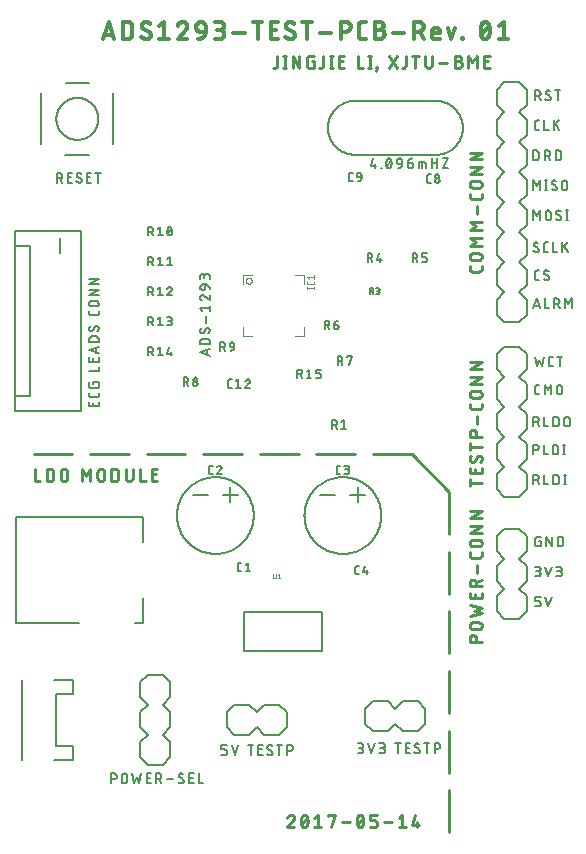
<source format=gbr>
G04 EAGLE Gerber X2 export*
%TF.Part,Single*%
%TF.FileFunction,Legend,Top,1*%
%TF.FilePolarity,Positive*%
%TF.GenerationSoftware,Autodesk,EAGLE,8.6.0*%
%TF.CreationDate,2018-05-14T08:47:16Z*%
G75*
%MOMM*%
%FSLAX34Y34*%
%LPD*%
%AMOC8*
5,1,8,0,0,1.08239X$1,22.5*%
G01*
%ADD10C,0.330200*%
%ADD11C,0.228600*%
%ADD12C,0.177800*%
%ADD13C,0.254000*%
%ADD14C,0.203200*%
%ADD15C,0.100000*%
%ADD16C,0.050800*%
%ADD17C,0.025400*%
%ADD18C,0.127000*%


D10*
X74676Y695389D02*
X79502Y709867D01*
X84328Y695389D01*
X83122Y699008D02*
X75883Y699008D01*
X91633Y695389D02*
X91633Y709867D01*
X95654Y709867D01*
X95778Y709865D01*
X95902Y709859D01*
X96025Y709850D01*
X96148Y709837D01*
X96271Y709819D01*
X96393Y709799D01*
X96514Y709774D01*
X96635Y709746D01*
X96755Y709713D01*
X96873Y709678D01*
X96991Y709638D01*
X97107Y709595D01*
X97222Y709549D01*
X97335Y709499D01*
X97447Y709445D01*
X97557Y709388D01*
X97665Y709328D01*
X97771Y709265D01*
X97876Y709198D01*
X97978Y709128D01*
X98078Y709055D01*
X98175Y708978D01*
X98271Y708899D01*
X98364Y708817D01*
X98454Y708732D01*
X98541Y708645D01*
X98626Y708555D01*
X98708Y708462D01*
X98787Y708366D01*
X98864Y708269D01*
X98937Y708169D01*
X99007Y708067D01*
X99074Y707962D01*
X99137Y707856D01*
X99197Y707748D01*
X99254Y707638D01*
X99308Y707526D01*
X99358Y707413D01*
X99404Y707298D01*
X99447Y707182D01*
X99487Y707064D01*
X99522Y706946D01*
X99555Y706826D01*
X99583Y706705D01*
X99608Y706584D01*
X99628Y706462D01*
X99646Y706339D01*
X99659Y706216D01*
X99668Y706093D01*
X99674Y705969D01*
X99676Y705845D01*
X99676Y699410D01*
X99674Y699284D01*
X99668Y699157D01*
X99658Y699031D01*
X99644Y698906D01*
X99626Y698781D01*
X99605Y698656D01*
X99579Y698533D01*
X99550Y698410D01*
X99516Y698288D01*
X99479Y698167D01*
X99438Y698048D01*
X99394Y697929D01*
X99345Y697813D01*
X99293Y697698D01*
X99238Y697584D01*
X99179Y697472D01*
X99116Y697363D01*
X99050Y697255D01*
X98981Y697149D01*
X98908Y697046D01*
X98832Y696945D01*
X98753Y696846D01*
X98671Y696750D01*
X98586Y696657D01*
X98498Y696566D01*
X98407Y696478D01*
X98314Y696393D01*
X98218Y696311D01*
X98119Y696232D01*
X98018Y696156D01*
X97915Y696083D01*
X97809Y696014D01*
X97701Y695948D01*
X97592Y695886D01*
X97480Y695826D01*
X97367Y695771D01*
X97251Y695719D01*
X97135Y695670D01*
X97016Y695626D01*
X96897Y695585D01*
X96776Y695548D01*
X96654Y695514D01*
X96531Y695485D01*
X96408Y695459D01*
X96283Y695438D01*
X96158Y695420D01*
X96033Y695406D01*
X95907Y695396D01*
X95780Y695390D01*
X95654Y695388D01*
X95654Y695389D02*
X91633Y695389D01*
X112090Y695389D02*
X112202Y695391D01*
X112314Y695397D01*
X112426Y695407D01*
X112538Y695420D01*
X112649Y695438D01*
X112759Y695459D01*
X112868Y695485D01*
X112977Y695514D01*
X113084Y695546D01*
X113190Y695583D01*
X113295Y695623D01*
X113398Y695667D01*
X113500Y695715D01*
X113600Y695766D01*
X113698Y695820D01*
X113795Y695878D01*
X113889Y695939D01*
X113981Y696003D01*
X114071Y696071D01*
X114158Y696142D01*
X114243Y696215D01*
X114325Y696292D01*
X114404Y696371D01*
X114481Y696453D01*
X114554Y696538D01*
X114625Y696625D01*
X114693Y696715D01*
X114757Y696807D01*
X114818Y696901D01*
X114876Y696998D01*
X114930Y697096D01*
X114981Y697196D01*
X115029Y697298D01*
X115073Y697401D01*
X115113Y697506D01*
X115150Y697612D01*
X115182Y697719D01*
X115211Y697828D01*
X115237Y697937D01*
X115258Y698047D01*
X115276Y698158D01*
X115289Y698270D01*
X115299Y698382D01*
X115305Y698494D01*
X115307Y698606D01*
X112090Y695388D02*
X111927Y695390D01*
X111765Y695396D01*
X111603Y695406D01*
X111440Y695419D01*
X111279Y695437D01*
X111118Y695458D01*
X110957Y695483D01*
X110797Y695512D01*
X110638Y695545D01*
X110479Y695582D01*
X110322Y695622D01*
X110165Y695666D01*
X110010Y695714D01*
X109856Y695766D01*
X109703Y695821D01*
X109551Y695880D01*
X109401Y695943D01*
X109252Y696009D01*
X109105Y696078D01*
X108960Y696151D01*
X108817Y696228D01*
X108675Y696308D01*
X108535Y696391D01*
X108398Y696478D01*
X108262Y696568D01*
X108129Y696661D01*
X107998Y696758D01*
X107869Y696857D01*
X107743Y696960D01*
X107619Y697065D01*
X107498Y697174D01*
X107380Y697285D01*
X107264Y697399D01*
X107666Y706649D02*
X107668Y706761D01*
X107674Y706873D01*
X107684Y706985D01*
X107697Y707097D01*
X107715Y707208D01*
X107736Y707318D01*
X107762Y707427D01*
X107791Y707536D01*
X107823Y707643D01*
X107860Y707749D01*
X107900Y707854D01*
X107944Y707957D01*
X107992Y708059D01*
X108043Y708159D01*
X108097Y708258D01*
X108155Y708354D01*
X108216Y708448D01*
X108280Y708540D01*
X108348Y708630D01*
X108419Y708717D01*
X108492Y708802D01*
X108569Y708884D01*
X108648Y708963D01*
X108730Y709040D01*
X108815Y709113D01*
X108902Y709184D01*
X108992Y709252D01*
X109084Y709316D01*
X109178Y709377D01*
X109275Y709435D01*
X109373Y709489D01*
X109473Y709540D01*
X109575Y709588D01*
X109678Y709632D01*
X109783Y709672D01*
X109889Y709709D01*
X109996Y709741D01*
X110105Y709770D01*
X110214Y709796D01*
X110324Y709817D01*
X110435Y709835D01*
X110547Y709848D01*
X110659Y709858D01*
X110771Y709864D01*
X110883Y709866D01*
X110883Y709867D02*
X111032Y709865D01*
X111182Y709860D01*
X111331Y709850D01*
X111479Y709837D01*
X111628Y709821D01*
X111776Y709801D01*
X111923Y709777D01*
X112070Y709749D01*
X112216Y709718D01*
X112361Y709683D01*
X112505Y709645D01*
X112649Y709603D01*
X112791Y709557D01*
X112932Y709508D01*
X113072Y709456D01*
X113210Y709400D01*
X113347Y709341D01*
X113483Y709278D01*
X113617Y709212D01*
X113749Y709143D01*
X113879Y709070D01*
X114008Y708995D01*
X114135Y708916D01*
X114260Y708834D01*
X114382Y708749D01*
X114503Y708660D01*
X109275Y703833D02*
X109178Y703893D01*
X109084Y703955D01*
X108992Y704021D01*
X108902Y704089D01*
X108815Y704161D01*
X108730Y704236D01*
X108648Y704314D01*
X108568Y704394D01*
X108492Y704477D01*
X108418Y704563D01*
X108347Y704652D01*
X108280Y704742D01*
X108216Y704835D01*
X108154Y704930D01*
X108097Y705028D01*
X108042Y705127D01*
X107991Y705228D01*
X107944Y705330D01*
X107900Y705435D01*
X107860Y705540D01*
X107823Y705647D01*
X107790Y705756D01*
X107761Y705865D01*
X107736Y705975D01*
X107715Y706086D01*
X107697Y706198D01*
X107684Y706310D01*
X107674Y706423D01*
X107668Y706536D01*
X107666Y706649D01*
X113699Y701421D02*
X113796Y701362D01*
X113890Y701300D01*
X113982Y701234D01*
X114072Y701166D01*
X114159Y701094D01*
X114244Y701019D01*
X114326Y700941D01*
X114406Y700861D01*
X114482Y700778D01*
X114556Y700692D01*
X114627Y700603D01*
X114694Y700513D01*
X114758Y700420D01*
X114820Y700325D01*
X114877Y700227D01*
X114932Y700128D01*
X114983Y700027D01*
X115030Y699925D01*
X115074Y699820D01*
X115114Y699715D01*
X115151Y699608D01*
X115184Y699499D01*
X115213Y699390D01*
X115238Y699280D01*
X115259Y699169D01*
X115277Y699057D01*
X115290Y698945D01*
X115300Y698832D01*
X115306Y698719D01*
X115308Y698606D01*
X113699Y701421D02*
X109275Y703834D01*
X122374Y706649D02*
X126396Y709867D01*
X126396Y695389D01*
X130417Y695389D02*
X122374Y695389D01*
X142429Y709867D02*
X142547Y709865D01*
X142666Y709859D01*
X142784Y709850D01*
X142902Y709836D01*
X143019Y709819D01*
X143135Y709797D01*
X143251Y709772D01*
X143366Y709744D01*
X143480Y709711D01*
X143593Y709675D01*
X143704Y709635D01*
X143814Y709591D01*
X143923Y709544D01*
X144030Y709494D01*
X144135Y709440D01*
X144239Y709382D01*
X144341Y709321D01*
X144440Y709257D01*
X144538Y709190D01*
X144633Y709119D01*
X144726Y709045D01*
X144816Y708969D01*
X144904Y708889D01*
X144989Y708807D01*
X145071Y708722D01*
X145151Y708634D01*
X145227Y708544D01*
X145301Y708451D01*
X145372Y708356D01*
X145439Y708258D01*
X145503Y708159D01*
X145564Y708057D01*
X145622Y707953D01*
X145676Y707848D01*
X145726Y707741D01*
X145773Y707632D01*
X145817Y707522D01*
X145857Y707411D01*
X145893Y707298D01*
X145926Y707184D01*
X145954Y707069D01*
X145979Y706953D01*
X146001Y706837D01*
X146018Y706720D01*
X146032Y706602D01*
X146041Y706484D01*
X146047Y706365D01*
X146049Y706247D01*
X142429Y709866D02*
X142296Y709864D01*
X142163Y709858D01*
X142031Y709849D01*
X141899Y709836D01*
X141767Y709819D01*
X141635Y709798D01*
X141505Y709773D01*
X141375Y709745D01*
X141246Y709713D01*
X141118Y709677D01*
X140991Y709638D01*
X140865Y709595D01*
X140741Y709549D01*
X140618Y709499D01*
X140496Y709445D01*
X140376Y709388D01*
X140257Y709328D01*
X140141Y709264D01*
X140026Y709197D01*
X139913Y709127D01*
X139803Y709053D01*
X139694Y708977D01*
X139588Y708897D01*
X139484Y708814D01*
X139382Y708729D01*
X139283Y708640D01*
X139186Y708549D01*
X139092Y708455D01*
X139001Y708358D01*
X138913Y708259D01*
X138827Y708157D01*
X138745Y708053D01*
X138665Y707946D01*
X138589Y707838D01*
X138515Y707727D01*
X138445Y707614D01*
X138378Y707499D01*
X138315Y707383D01*
X138254Y707264D01*
X138198Y707144D01*
X138144Y707022D01*
X138094Y706899D01*
X138048Y706775D01*
X138005Y706649D01*
X144842Y703432D02*
X144929Y703516D01*
X145012Y703604D01*
X145093Y703694D01*
X145171Y703787D01*
X145247Y703882D01*
X145319Y703979D01*
X145388Y704078D01*
X145454Y704180D01*
X145517Y704283D01*
X145576Y704389D01*
X145632Y704496D01*
X145685Y704605D01*
X145735Y704715D01*
X145781Y704827D01*
X145823Y704941D01*
X145862Y705056D01*
X145897Y705171D01*
X145929Y705288D01*
X145957Y705406D01*
X145981Y705525D01*
X146002Y705644D01*
X146019Y705764D01*
X146032Y705884D01*
X146041Y706005D01*
X146047Y706126D01*
X146049Y706247D01*
X144842Y703432D02*
X138005Y695389D01*
X146049Y695389D01*
X156854Y701823D02*
X161680Y701823D01*
X156854Y701823D02*
X156742Y701825D01*
X156630Y701831D01*
X156518Y701841D01*
X156406Y701854D01*
X156295Y701872D01*
X156185Y701893D01*
X156076Y701919D01*
X155967Y701948D01*
X155860Y701980D01*
X155754Y702017D01*
X155649Y702057D01*
X155546Y702101D01*
X155444Y702149D01*
X155344Y702200D01*
X155245Y702254D01*
X155149Y702312D01*
X155055Y702373D01*
X154963Y702437D01*
X154873Y702505D01*
X154786Y702576D01*
X154701Y702649D01*
X154619Y702726D01*
X154540Y702805D01*
X154463Y702887D01*
X154390Y702972D01*
X154319Y703059D01*
X154251Y703149D01*
X154187Y703241D01*
X154126Y703335D01*
X154068Y703432D01*
X154014Y703530D01*
X153963Y703630D01*
X153915Y703732D01*
X153871Y703835D01*
X153831Y703940D01*
X153794Y704046D01*
X153762Y704153D01*
X153733Y704262D01*
X153707Y704371D01*
X153686Y704481D01*
X153668Y704592D01*
X153655Y704704D01*
X153645Y704816D01*
X153639Y704928D01*
X153637Y705040D01*
X153637Y705041D02*
X153637Y705845D01*
X153636Y705845D02*
X153638Y705970D01*
X153644Y706095D01*
X153653Y706220D01*
X153667Y706344D01*
X153685Y706468D01*
X153706Y706591D01*
X153731Y706714D01*
X153760Y706836D01*
X153793Y706956D01*
X153829Y707076D01*
X153869Y707194D01*
X153913Y707312D01*
X153960Y707427D01*
X154011Y707542D01*
X154066Y707654D01*
X154124Y707765D01*
X154185Y707874D01*
X154250Y707981D01*
X154318Y708086D01*
X154389Y708189D01*
X154464Y708289D01*
X154542Y708387D01*
X154622Y708483D01*
X154706Y708576D01*
X154792Y708667D01*
X154881Y708755D01*
X154973Y708840D01*
X155067Y708922D01*
X155164Y709001D01*
X155264Y709077D01*
X155365Y709150D01*
X155469Y709219D01*
X155575Y709286D01*
X155683Y709349D01*
X155793Y709409D01*
X155905Y709465D01*
X156018Y709518D01*
X156133Y709567D01*
X156250Y709612D01*
X156368Y709654D01*
X156487Y709693D01*
X156607Y709727D01*
X156728Y709758D01*
X156850Y709785D01*
X156973Y709808D01*
X157097Y709828D01*
X157221Y709843D01*
X157346Y709855D01*
X157470Y709863D01*
X157595Y709867D01*
X157721Y709867D01*
X157846Y709863D01*
X157970Y709855D01*
X158095Y709843D01*
X158219Y709828D01*
X158343Y709808D01*
X158466Y709785D01*
X158588Y709758D01*
X158709Y709727D01*
X158829Y709693D01*
X158948Y709654D01*
X159066Y709612D01*
X159183Y709567D01*
X159298Y709518D01*
X159411Y709465D01*
X159523Y709409D01*
X159633Y709349D01*
X159741Y709286D01*
X159847Y709219D01*
X159951Y709150D01*
X160052Y709077D01*
X160152Y709001D01*
X160249Y708922D01*
X160343Y708840D01*
X160435Y708755D01*
X160524Y708667D01*
X160610Y708576D01*
X160694Y708483D01*
X160774Y708387D01*
X160852Y708289D01*
X160927Y708189D01*
X160998Y708086D01*
X161066Y707981D01*
X161131Y707874D01*
X161192Y707765D01*
X161250Y707654D01*
X161305Y707542D01*
X161356Y707427D01*
X161403Y707312D01*
X161447Y707194D01*
X161487Y707076D01*
X161523Y706956D01*
X161556Y706836D01*
X161585Y706714D01*
X161610Y706591D01*
X161631Y706468D01*
X161649Y706344D01*
X161663Y706220D01*
X161672Y706095D01*
X161678Y705970D01*
X161680Y705845D01*
X161680Y701823D01*
X161678Y701665D01*
X161672Y701507D01*
X161663Y701350D01*
X161649Y701192D01*
X161632Y701035D01*
X161610Y700879D01*
X161585Y700723D01*
X161556Y700568D01*
X161524Y700413D01*
X161487Y700259D01*
X161447Y700107D01*
X161403Y699955D01*
X161355Y699804D01*
X161304Y699655D01*
X161249Y699507D01*
X161190Y699360D01*
X161128Y699215D01*
X161062Y699072D01*
X160993Y698930D01*
X160920Y698790D01*
X160844Y698651D01*
X160764Y698515D01*
X160682Y698380D01*
X160596Y698248D01*
X160506Y698118D01*
X160414Y697990D01*
X160318Y697864D01*
X160219Y697741D01*
X160118Y697620D01*
X160013Y697502D01*
X159906Y697386D01*
X159795Y697273D01*
X159682Y697162D01*
X159566Y697055D01*
X159448Y696950D01*
X159327Y696849D01*
X159204Y696750D01*
X159078Y696654D01*
X158950Y696562D01*
X158820Y696473D01*
X158688Y696386D01*
X158553Y696304D01*
X158417Y696224D01*
X158278Y696148D01*
X158138Y696075D01*
X157996Y696006D01*
X157853Y695940D01*
X157708Y695878D01*
X157561Y695819D01*
X157413Y695764D01*
X157264Y695713D01*
X157113Y695665D01*
X156961Y695621D01*
X156809Y695581D01*
X156655Y695544D01*
X156500Y695512D01*
X156345Y695483D01*
X156189Y695458D01*
X156033Y695436D01*
X155876Y695419D01*
X155718Y695405D01*
X155561Y695396D01*
X155403Y695390D01*
X155245Y695388D01*
X169268Y695389D02*
X173289Y695389D01*
X173289Y695388D02*
X173414Y695390D01*
X173539Y695396D01*
X173664Y695405D01*
X173788Y695419D01*
X173912Y695437D01*
X174035Y695458D01*
X174158Y695483D01*
X174280Y695512D01*
X174400Y695545D01*
X174520Y695581D01*
X174638Y695621D01*
X174756Y695665D01*
X174871Y695712D01*
X174986Y695763D01*
X175098Y695818D01*
X175209Y695876D01*
X175318Y695937D01*
X175425Y696002D01*
X175530Y696070D01*
X175633Y696141D01*
X175733Y696216D01*
X175831Y696294D01*
X175927Y696374D01*
X176020Y696458D01*
X176111Y696544D01*
X176199Y696633D01*
X176284Y696725D01*
X176366Y696819D01*
X176445Y696916D01*
X176521Y697016D01*
X176594Y697117D01*
X176663Y697221D01*
X176730Y697327D01*
X176793Y697435D01*
X176853Y697545D01*
X176909Y697657D01*
X176962Y697770D01*
X177011Y697885D01*
X177056Y698002D01*
X177098Y698120D01*
X177137Y698239D01*
X177171Y698359D01*
X177202Y698480D01*
X177229Y698602D01*
X177252Y698725D01*
X177272Y698849D01*
X177287Y698973D01*
X177299Y699098D01*
X177307Y699222D01*
X177311Y699347D01*
X177311Y699473D01*
X177307Y699598D01*
X177299Y699722D01*
X177287Y699847D01*
X177272Y699971D01*
X177252Y700095D01*
X177229Y700218D01*
X177202Y700340D01*
X177171Y700461D01*
X177137Y700581D01*
X177098Y700700D01*
X177056Y700818D01*
X177011Y700935D01*
X176962Y701050D01*
X176909Y701163D01*
X176853Y701275D01*
X176793Y701385D01*
X176730Y701493D01*
X176663Y701599D01*
X176594Y701703D01*
X176521Y701804D01*
X176445Y701904D01*
X176366Y702001D01*
X176284Y702095D01*
X176199Y702187D01*
X176111Y702276D01*
X176020Y702362D01*
X175927Y702446D01*
X175831Y702526D01*
X175733Y702604D01*
X175633Y702679D01*
X175530Y702750D01*
X175425Y702818D01*
X175318Y702883D01*
X175209Y702944D01*
X175098Y703002D01*
X174986Y703057D01*
X174871Y703108D01*
X174756Y703155D01*
X174638Y703199D01*
X174520Y703239D01*
X174400Y703275D01*
X174280Y703308D01*
X174158Y703337D01*
X174035Y703362D01*
X173912Y703383D01*
X173788Y703401D01*
X173664Y703415D01*
X173539Y703424D01*
X173414Y703430D01*
X173289Y703432D01*
X174094Y709867D02*
X169268Y709867D01*
X174094Y709866D02*
X174206Y709864D01*
X174318Y709858D01*
X174430Y709848D01*
X174542Y709835D01*
X174653Y709817D01*
X174763Y709796D01*
X174872Y709770D01*
X174981Y709741D01*
X175088Y709709D01*
X175194Y709672D01*
X175299Y709632D01*
X175402Y709588D01*
X175504Y709540D01*
X175604Y709489D01*
X175703Y709435D01*
X175799Y709377D01*
X175893Y709316D01*
X175985Y709252D01*
X176075Y709184D01*
X176162Y709113D01*
X176247Y709040D01*
X176329Y708963D01*
X176408Y708884D01*
X176485Y708802D01*
X176558Y708717D01*
X176629Y708630D01*
X176697Y708540D01*
X176761Y708448D01*
X176822Y708354D01*
X176880Y708257D01*
X176934Y708159D01*
X176985Y708059D01*
X177033Y707957D01*
X177077Y707854D01*
X177117Y707749D01*
X177154Y707643D01*
X177186Y707536D01*
X177215Y707427D01*
X177241Y707318D01*
X177262Y707208D01*
X177280Y707097D01*
X177293Y706985D01*
X177303Y706873D01*
X177309Y706761D01*
X177311Y706649D01*
X177309Y706537D01*
X177303Y706425D01*
X177293Y706313D01*
X177280Y706201D01*
X177262Y706090D01*
X177241Y705980D01*
X177215Y705871D01*
X177186Y705762D01*
X177154Y705655D01*
X177117Y705549D01*
X177077Y705444D01*
X177033Y705341D01*
X176985Y705239D01*
X176934Y705139D01*
X176880Y705041D01*
X176822Y704944D01*
X176761Y704850D01*
X176697Y704758D01*
X176629Y704668D01*
X176558Y704581D01*
X176485Y704496D01*
X176408Y704414D01*
X176329Y704335D01*
X176247Y704258D01*
X176162Y704185D01*
X176075Y704114D01*
X175985Y704046D01*
X175893Y703982D01*
X175799Y703921D01*
X175702Y703863D01*
X175604Y703809D01*
X175504Y703758D01*
X175402Y703710D01*
X175299Y703666D01*
X175194Y703626D01*
X175088Y703589D01*
X174981Y703557D01*
X174872Y703528D01*
X174763Y703502D01*
X174653Y703481D01*
X174542Y703463D01*
X174430Y703450D01*
X174318Y703440D01*
X174206Y703434D01*
X174094Y703432D01*
X170876Y703432D01*
X185137Y701019D02*
X194789Y701019D01*
X205594Y695389D02*
X205594Y709867D01*
X201572Y709867D02*
X209616Y709867D01*
X216733Y695389D02*
X223168Y695389D01*
X216733Y695389D02*
X216733Y709867D01*
X223168Y709867D01*
X221559Y703432D02*
X216733Y703432D01*
X234013Y695389D02*
X234125Y695391D01*
X234237Y695397D01*
X234349Y695407D01*
X234461Y695420D01*
X234572Y695438D01*
X234682Y695459D01*
X234791Y695485D01*
X234900Y695514D01*
X235007Y695546D01*
X235113Y695583D01*
X235218Y695623D01*
X235321Y695667D01*
X235423Y695715D01*
X235523Y695766D01*
X235621Y695820D01*
X235718Y695878D01*
X235812Y695939D01*
X235904Y696003D01*
X235994Y696071D01*
X236081Y696142D01*
X236166Y696215D01*
X236248Y696292D01*
X236327Y696371D01*
X236404Y696453D01*
X236477Y696538D01*
X236548Y696625D01*
X236616Y696715D01*
X236680Y696807D01*
X236741Y696901D01*
X236799Y696998D01*
X236853Y697096D01*
X236904Y697196D01*
X236952Y697298D01*
X236996Y697401D01*
X237036Y697506D01*
X237073Y697612D01*
X237105Y697719D01*
X237134Y697828D01*
X237160Y697937D01*
X237181Y698047D01*
X237199Y698158D01*
X237212Y698270D01*
X237222Y698382D01*
X237228Y698494D01*
X237230Y698606D01*
X234013Y695388D02*
X233850Y695390D01*
X233688Y695396D01*
X233526Y695406D01*
X233363Y695419D01*
X233202Y695437D01*
X233041Y695458D01*
X232880Y695483D01*
X232720Y695512D01*
X232561Y695545D01*
X232402Y695582D01*
X232245Y695622D01*
X232088Y695666D01*
X231933Y695714D01*
X231779Y695766D01*
X231626Y695821D01*
X231474Y695880D01*
X231324Y695943D01*
X231175Y696009D01*
X231028Y696078D01*
X230883Y696151D01*
X230740Y696228D01*
X230598Y696308D01*
X230458Y696391D01*
X230321Y696478D01*
X230185Y696568D01*
X230052Y696661D01*
X229921Y696758D01*
X229792Y696857D01*
X229666Y696960D01*
X229542Y697065D01*
X229421Y697174D01*
X229303Y697285D01*
X229187Y697399D01*
X229590Y706649D02*
X229592Y706761D01*
X229598Y706873D01*
X229608Y706985D01*
X229621Y707097D01*
X229639Y707208D01*
X229660Y707318D01*
X229686Y707427D01*
X229715Y707536D01*
X229747Y707643D01*
X229784Y707749D01*
X229824Y707854D01*
X229868Y707957D01*
X229916Y708059D01*
X229967Y708159D01*
X230021Y708258D01*
X230079Y708354D01*
X230140Y708448D01*
X230204Y708540D01*
X230272Y708630D01*
X230343Y708717D01*
X230416Y708802D01*
X230493Y708884D01*
X230572Y708963D01*
X230654Y709040D01*
X230739Y709113D01*
X230826Y709184D01*
X230916Y709252D01*
X231008Y709316D01*
X231102Y709377D01*
X231199Y709435D01*
X231297Y709489D01*
X231397Y709540D01*
X231499Y709588D01*
X231602Y709632D01*
X231707Y709672D01*
X231813Y709709D01*
X231920Y709741D01*
X232029Y709770D01*
X232138Y709796D01*
X232248Y709817D01*
X232359Y709835D01*
X232471Y709848D01*
X232583Y709858D01*
X232695Y709864D01*
X232807Y709866D01*
X232807Y709867D02*
X232956Y709865D01*
X233106Y709860D01*
X233255Y709850D01*
X233403Y709837D01*
X233552Y709821D01*
X233700Y709801D01*
X233847Y709777D01*
X233994Y709749D01*
X234140Y709718D01*
X234285Y709683D01*
X234429Y709645D01*
X234573Y709603D01*
X234715Y709557D01*
X234856Y709508D01*
X234996Y709456D01*
X235134Y709400D01*
X235271Y709341D01*
X235407Y709278D01*
X235541Y709212D01*
X235673Y709143D01*
X235803Y709070D01*
X235932Y708995D01*
X236059Y708916D01*
X236184Y708834D01*
X236306Y708749D01*
X236427Y708660D01*
X231198Y703833D02*
X231101Y703893D01*
X231007Y703955D01*
X230915Y704021D01*
X230825Y704089D01*
X230738Y704161D01*
X230653Y704236D01*
X230571Y704314D01*
X230491Y704394D01*
X230415Y704477D01*
X230341Y704563D01*
X230270Y704652D01*
X230203Y704742D01*
X230139Y704835D01*
X230077Y704930D01*
X230020Y705028D01*
X229965Y705127D01*
X229914Y705228D01*
X229867Y705330D01*
X229823Y705435D01*
X229783Y705540D01*
X229746Y705647D01*
X229713Y705756D01*
X229684Y705865D01*
X229659Y705975D01*
X229638Y706086D01*
X229620Y706198D01*
X229607Y706310D01*
X229597Y706423D01*
X229591Y706536D01*
X229589Y706649D01*
X235622Y701421D02*
X235719Y701362D01*
X235813Y701300D01*
X235905Y701234D01*
X235995Y701166D01*
X236082Y701094D01*
X236167Y701019D01*
X236249Y700941D01*
X236329Y700861D01*
X236405Y700778D01*
X236479Y700692D01*
X236550Y700603D01*
X236617Y700513D01*
X236681Y700420D01*
X236743Y700325D01*
X236800Y700227D01*
X236855Y700128D01*
X236906Y700027D01*
X236953Y699925D01*
X236997Y699820D01*
X237037Y699715D01*
X237074Y699608D01*
X237107Y699499D01*
X237136Y699390D01*
X237161Y699280D01*
X237182Y699169D01*
X237200Y699057D01*
X237213Y698945D01*
X237223Y698832D01*
X237229Y698719D01*
X237231Y698606D01*
X235622Y701421D02*
X231198Y703834D01*
X247277Y709867D02*
X247277Y695389D01*
X243256Y709867D02*
X251299Y709867D01*
X258082Y701019D02*
X267734Y701019D01*
X276442Y695389D02*
X276442Y709867D01*
X280464Y709867D01*
X280589Y709865D01*
X280714Y709859D01*
X280839Y709850D01*
X280963Y709836D01*
X281087Y709818D01*
X281210Y709797D01*
X281333Y709772D01*
X281455Y709743D01*
X281575Y709710D01*
X281695Y709674D01*
X281813Y709634D01*
X281931Y709590D01*
X282046Y709543D01*
X282161Y709492D01*
X282273Y709437D01*
X282384Y709379D01*
X282493Y709318D01*
X282600Y709253D01*
X282705Y709185D01*
X282808Y709114D01*
X282908Y709039D01*
X283006Y708961D01*
X283102Y708881D01*
X283195Y708797D01*
X283286Y708711D01*
X283374Y708622D01*
X283459Y708530D01*
X283541Y708436D01*
X283620Y708339D01*
X283696Y708239D01*
X283769Y708138D01*
X283838Y708034D01*
X283905Y707928D01*
X283968Y707820D01*
X284028Y707710D01*
X284084Y707598D01*
X284137Y707485D01*
X284186Y707370D01*
X284231Y707253D01*
X284273Y707135D01*
X284312Y707016D01*
X284346Y706896D01*
X284377Y706775D01*
X284404Y706653D01*
X284427Y706530D01*
X284447Y706406D01*
X284462Y706282D01*
X284474Y706157D01*
X284482Y706033D01*
X284486Y705908D01*
X284486Y705782D01*
X284482Y705657D01*
X284474Y705533D01*
X284462Y705408D01*
X284447Y705284D01*
X284427Y705160D01*
X284404Y705037D01*
X284377Y704915D01*
X284346Y704794D01*
X284312Y704674D01*
X284273Y704555D01*
X284231Y704437D01*
X284186Y704320D01*
X284137Y704205D01*
X284084Y704092D01*
X284028Y703980D01*
X283968Y703870D01*
X283905Y703762D01*
X283838Y703656D01*
X283769Y703552D01*
X283696Y703451D01*
X283620Y703351D01*
X283541Y703254D01*
X283459Y703160D01*
X283374Y703068D01*
X283286Y702979D01*
X283195Y702893D01*
X283102Y702809D01*
X283006Y702729D01*
X282908Y702651D01*
X282808Y702576D01*
X282705Y702505D01*
X282600Y702437D01*
X282493Y702372D01*
X282384Y702311D01*
X282273Y702253D01*
X282161Y702198D01*
X282046Y702147D01*
X281931Y702100D01*
X281813Y702056D01*
X281695Y702016D01*
X281575Y701980D01*
X281455Y701947D01*
X281333Y701918D01*
X281210Y701893D01*
X281087Y701872D01*
X280963Y701854D01*
X280839Y701840D01*
X280714Y701831D01*
X280589Y701825D01*
X280464Y701823D01*
X276442Y701823D01*
X294341Y695389D02*
X297558Y695389D01*
X294341Y695389D02*
X294229Y695391D01*
X294117Y695397D01*
X294005Y695407D01*
X293893Y695420D01*
X293782Y695438D01*
X293672Y695459D01*
X293563Y695485D01*
X293454Y695514D01*
X293347Y695546D01*
X293241Y695583D01*
X293136Y695623D01*
X293033Y695667D01*
X292931Y695715D01*
X292831Y695766D01*
X292733Y695820D01*
X292636Y695878D01*
X292542Y695939D01*
X292450Y696003D01*
X292360Y696071D01*
X292273Y696142D01*
X292188Y696215D01*
X292106Y696292D01*
X292027Y696371D01*
X291950Y696453D01*
X291877Y696538D01*
X291806Y696625D01*
X291738Y696715D01*
X291674Y696807D01*
X291613Y696901D01*
X291555Y696998D01*
X291501Y697096D01*
X291450Y697196D01*
X291402Y697298D01*
X291358Y697401D01*
X291318Y697506D01*
X291281Y697612D01*
X291249Y697719D01*
X291220Y697828D01*
X291194Y697937D01*
X291173Y698047D01*
X291155Y698158D01*
X291142Y698270D01*
X291132Y698382D01*
X291126Y698494D01*
X291124Y698606D01*
X291124Y706649D01*
X291126Y706761D01*
X291132Y706873D01*
X291142Y706985D01*
X291155Y707097D01*
X291173Y707208D01*
X291194Y707318D01*
X291220Y707427D01*
X291249Y707536D01*
X291281Y707643D01*
X291318Y707749D01*
X291358Y707854D01*
X291402Y707957D01*
X291450Y708059D01*
X291501Y708159D01*
X291555Y708257D01*
X291613Y708354D01*
X291674Y708448D01*
X291738Y708540D01*
X291806Y708630D01*
X291877Y708717D01*
X291950Y708802D01*
X292027Y708884D01*
X292106Y708963D01*
X292188Y709040D01*
X292273Y709113D01*
X292360Y709184D01*
X292450Y709252D01*
X292542Y709316D01*
X292636Y709377D01*
X292732Y709435D01*
X292831Y709489D01*
X292931Y709540D01*
X293033Y709588D01*
X293136Y709632D01*
X293241Y709672D01*
X293347Y709709D01*
X293454Y709741D01*
X293563Y709770D01*
X293672Y709796D01*
X293782Y709817D01*
X293893Y709835D01*
X294005Y709848D01*
X294117Y709858D01*
X294229Y709864D01*
X294341Y709866D01*
X294341Y709867D02*
X297558Y709867D01*
X305099Y703432D02*
X309121Y703432D01*
X309246Y703430D01*
X309371Y703424D01*
X309496Y703415D01*
X309620Y703401D01*
X309744Y703383D01*
X309867Y703362D01*
X309990Y703337D01*
X310112Y703308D01*
X310232Y703275D01*
X310352Y703239D01*
X310470Y703199D01*
X310588Y703155D01*
X310703Y703108D01*
X310818Y703057D01*
X310930Y703002D01*
X311041Y702944D01*
X311150Y702883D01*
X311257Y702818D01*
X311362Y702750D01*
X311465Y702679D01*
X311565Y702604D01*
X311663Y702526D01*
X311759Y702446D01*
X311852Y702362D01*
X311943Y702276D01*
X312031Y702187D01*
X312116Y702095D01*
X312198Y702001D01*
X312277Y701904D01*
X312353Y701804D01*
X312426Y701703D01*
X312495Y701599D01*
X312562Y701493D01*
X312625Y701385D01*
X312685Y701275D01*
X312741Y701163D01*
X312794Y701050D01*
X312843Y700935D01*
X312888Y700818D01*
X312930Y700700D01*
X312969Y700581D01*
X313003Y700461D01*
X313034Y700340D01*
X313061Y700218D01*
X313084Y700095D01*
X313104Y699971D01*
X313119Y699847D01*
X313131Y699722D01*
X313139Y699598D01*
X313143Y699473D01*
X313143Y699347D01*
X313139Y699222D01*
X313131Y699098D01*
X313119Y698973D01*
X313104Y698849D01*
X313084Y698725D01*
X313061Y698602D01*
X313034Y698480D01*
X313003Y698359D01*
X312969Y698239D01*
X312930Y698120D01*
X312888Y698002D01*
X312843Y697885D01*
X312794Y697770D01*
X312741Y697657D01*
X312685Y697545D01*
X312625Y697435D01*
X312562Y697327D01*
X312495Y697221D01*
X312426Y697117D01*
X312353Y697016D01*
X312277Y696916D01*
X312198Y696819D01*
X312116Y696725D01*
X312031Y696633D01*
X311943Y696544D01*
X311852Y696458D01*
X311759Y696374D01*
X311663Y696294D01*
X311565Y696216D01*
X311465Y696141D01*
X311362Y696070D01*
X311257Y696002D01*
X311150Y695937D01*
X311041Y695876D01*
X310930Y695818D01*
X310818Y695763D01*
X310703Y695712D01*
X310588Y695665D01*
X310470Y695621D01*
X310352Y695581D01*
X310232Y695545D01*
X310112Y695512D01*
X309990Y695483D01*
X309867Y695458D01*
X309744Y695437D01*
X309620Y695419D01*
X309496Y695405D01*
X309371Y695396D01*
X309246Y695390D01*
X309121Y695388D01*
X309121Y695389D02*
X305099Y695389D01*
X305099Y709867D01*
X309121Y709867D01*
X309121Y709866D02*
X309233Y709864D01*
X309345Y709858D01*
X309457Y709848D01*
X309569Y709835D01*
X309680Y709817D01*
X309790Y709796D01*
X309899Y709770D01*
X310008Y709741D01*
X310115Y709709D01*
X310221Y709672D01*
X310326Y709632D01*
X310429Y709588D01*
X310531Y709540D01*
X310631Y709489D01*
X310730Y709435D01*
X310826Y709377D01*
X310920Y709316D01*
X311012Y709252D01*
X311102Y709184D01*
X311189Y709113D01*
X311274Y709040D01*
X311356Y708963D01*
X311435Y708884D01*
X311512Y708802D01*
X311585Y708717D01*
X311656Y708630D01*
X311724Y708540D01*
X311788Y708448D01*
X311849Y708354D01*
X311907Y708257D01*
X311961Y708159D01*
X312012Y708059D01*
X312060Y707957D01*
X312104Y707854D01*
X312144Y707749D01*
X312181Y707643D01*
X312213Y707536D01*
X312242Y707427D01*
X312268Y707318D01*
X312289Y707208D01*
X312307Y707097D01*
X312320Y706985D01*
X312330Y706873D01*
X312336Y706761D01*
X312338Y706649D01*
X312336Y706537D01*
X312330Y706425D01*
X312320Y706313D01*
X312307Y706201D01*
X312289Y706090D01*
X312268Y705980D01*
X312242Y705871D01*
X312213Y705762D01*
X312181Y705655D01*
X312144Y705549D01*
X312104Y705444D01*
X312060Y705341D01*
X312012Y705239D01*
X311961Y705139D01*
X311907Y705041D01*
X311849Y704944D01*
X311788Y704850D01*
X311724Y704758D01*
X311656Y704668D01*
X311585Y704581D01*
X311512Y704496D01*
X311435Y704414D01*
X311356Y704335D01*
X311274Y704258D01*
X311189Y704185D01*
X311102Y704114D01*
X311012Y704046D01*
X310920Y703982D01*
X310826Y703921D01*
X310730Y703863D01*
X310631Y703809D01*
X310531Y703758D01*
X310429Y703710D01*
X310326Y703666D01*
X310221Y703626D01*
X310115Y703589D01*
X310008Y703557D01*
X309899Y703528D01*
X309790Y703502D01*
X309680Y703481D01*
X309569Y703463D01*
X309457Y703450D01*
X309345Y703440D01*
X309233Y703434D01*
X309121Y703432D01*
X320086Y701019D02*
X329738Y701019D01*
X338242Y695389D02*
X338242Y709867D01*
X342263Y709867D01*
X342388Y709865D01*
X342513Y709859D01*
X342638Y709850D01*
X342762Y709836D01*
X342886Y709818D01*
X343009Y709797D01*
X343132Y709772D01*
X343254Y709743D01*
X343374Y709710D01*
X343494Y709674D01*
X343612Y709634D01*
X343730Y709590D01*
X343845Y709543D01*
X343960Y709492D01*
X344072Y709437D01*
X344183Y709379D01*
X344292Y709318D01*
X344399Y709253D01*
X344504Y709185D01*
X344607Y709114D01*
X344707Y709039D01*
X344805Y708961D01*
X344901Y708881D01*
X344994Y708797D01*
X345085Y708711D01*
X345173Y708622D01*
X345258Y708530D01*
X345340Y708436D01*
X345419Y708339D01*
X345495Y708239D01*
X345568Y708138D01*
X345637Y708034D01*
X345704Y707928D01*
X345767Y707820D01*
X345827Y707710D01*
X345883Y707598D01*
X345936Y707485D01*
X345985Y707370D01*
X346030Y707253D01*
X346072Y707135D01*
X346111Y707016D01*
X346145Y706896D01*
X346176Y706775D01*
X346203Y706653D01*
X346226Y706530D01*
X346246Y706406D01*
X346261Y706282D01*
X346273Y706157D01*
X346281Y706033D01*
X346285Y705908D01*
X346285Y705782D01*
X346281Y705657D01*
X346273Y705533D01*
X346261Y705408D01*
X346246Y705284D01*
X346226Y705160D01*
X346203Y705037D01*
X346176Y704915D01*
X346145Y704794D01*
X346111Y704674D01*
X346072Y704555D01*
X346030Y704437D01*
X345985Y704320D01*
X345936Y704205D01*
X345883Y704092D01*
X345827Y703980D01*
X345767Y703870D01*
X345704Y703762D01*
X345637Y703656D01*
X345568Y703552D01*
X345495Y703451D01*
X345419Y703351D01*
X345340Y703254D01*
X345258Y703160D01*
X345173Y703068D01*
X345085Y702979D01*
X344994Y702893D01*
X344901Y702809D01*
X344805Y702729D01*
X344707Y702651D01*
X344607Y702576D01*
X344504Y702505D01*
X344399Y702437D01*
X344292Y702372D01*
X344183Y702311D01*
X344072Y702253D01*
X343960Y702198D01*
X343845Y702147D01*
X343730Y702100D01*
X343612Y702056D01*
X343494Y702016D01*
X343374Y701980D01*
X343254Y701947D01*
X343132Y701918D01*
X343009Y701893D01*
X342886Y701872D01*
X342762Y701854D01*
X342638Y701840D01*
X342513Y701831D01*
X342388Y701825D01*
X342263Y701823D01*
X338242Y701823D01*
X343068Y701823D02*
X346285Y695389D01*
X355892Y695389D02*
X359913Y695389D01*
X355892Y695389D02*
X355795Y695391D01*
X355698Y695397D01*
X355601Y695407D01*
X355505Y695420D01*
X355409Y695438D01*
X355315Y695459D01*
X355221Y695484D01*
X355128Y695513D01*
X355036Y695546D01*
X354946Y695582D01*
X354858Y695622D01*
X354771Y695665D01*
X354686Y695712D01*
X354602Y695763D01*
X354521Y695816D01*
X354442Y695873D01*
X354366Y695933D01*
X354292Y695996D01*
X354220Y696062D01*
X354152Y696130D01*
X354086Y696202D01*
X354023Y696276D01*
X353963Y696352D01*
X353906Y696431D01*
X353853Y696512D01*
X353802Y696596D01*
X353755Y696681D01*
X353712Y696768D01*
X353672Y696856D01*
X353636Y696946D01*
X353603Y697038D01*
X353574Y697131D01*
X353549Y697225D01*
X353528Y697319D01*
X353510Y697415D01*
X353497Y697511D01*
X353487Y697608D01*
X353481Y697705D01*
X353479Y697802D01*
X353479Y701823D01*
X353481Y701935D01*
X353487Y702047D01*
X353497Y702159D01*
X353510Y702271D01*
X353528Y702382D01*
X353549Y702492D01*
X353575Y702601D01*
X353604Y702710D01*
X353636Y702817D01*
X353673Y702923D01*
X353713Y703028D01*
X353757Y703131D01*
X353805Y703233D01*
X353856Y703333D01*
X353910Y703432D01*
X353968Y703528D01*
X354029Y703622D01*
X354093Y703714D01*
X354161Y703804D01*
X354232Y703891D01*
X354305Y703976D01*
X354382Y704058D01*
X354461Y704137D01*
X354543Y704214D01*
X354628Y704287D01*
X354715Y704358D01*
X354805Y704426D01*
X354897Y704490D01*
X354991Y704551D01*
X355088Y704609D01*
X355186Y704663D01*
X355286Y704714D01*
X355388Y704762D01*
X355491Y704806D01*
X355596Y704846D01*
X355702Y704883D01*
X355809Y704915D01*
X355918Y704944D01*
X356027Y704970D01*
X356137Y704991D01*
X356248Y705009D01*
X356360Y705022D01*
X356472Y705032D01*
X356584Y705038D01*
X356696Y705040D01*
X356808Y705038D01*
X356920Y705032D01*
X357032Y705022D01*
X357144Y705009D01*
X357255Y704991D01*
X357365Y704970D01*
X357474Y704944D01*
X357583Y704915D01*
X357690Y704883D01*
X357796Y704846D01*
X357901Y704806D01*
X358004Y704762D01*
X358106Y704714D01*
X358206Y704663D01*
X358305Y704609D01*
X358401Y704551D01*
X358495Y704490D01*
X358587Y704426D01*
X358677Y704358D01*
X358764Y704287D01*
X358849Y704214D01*
X358931Y704137D01*
X359010Y704058D01*
X359087Y703976D01*
X359160Y703891D01*
X359231Y703804D01*
X359299Y703714D01*
X359363Y703622D01*
X359424Y703528D01*
X359482Y703432D01*
X359536Y703333D01*
X359587Y703233D01*
X359635Y703131D01*
X359679Y703028D01*
X359719Y702923D01*
X359756Y702817D01*
X359788Y702710D01*
X359817Y702601D01*
X359843Y702492D01*
X359864Y702382D01*
X359882Y702271D01*
X359895Y702159D01*
X359905Y702047D01*
X359911Y701935D01*
X359913Y701823D01*
X359913Y700215D01*
X353479Y700215D01*
X366505Y705041D02*
X369722Y695389D01*
X372939Y705041D01*
X378698Y696193D02*
X378698Y695389D01*
X378698Y696193D02*
X379503Y696193D01*
X379503Y695389D01*
X378698Y695389D01*
X394357Y702628D02*
X394360Y702913D01*
X394371Y703197D01*
X394388Y703482D01*
X394411Y703766D01*
X394442Y704049D01*
X394479Y704331D01*
X394523Y704613D01*
X394574Y704893D01*
X394631Y705172D01*
X394695Y705449D01*
X394766Y705725D01*
X394843Y705999D01*
X394927Y706272D01*
X395017Y706542D01*
X395114Y706810D01*
X395217Y707075D01*
X395326Y707338D01*
X395442Y707599D01*
X395564Y707856D01*
X395564Y707855D02*
X395601Y707957D01*
X395642Y708058D01*
X395686Y708157D01*
X395734Y708254D01*
X395786Y708350D01*
X395841Y708444D01*
X395899Y708535D01*
X395961Y708624D01*
X396026Y708712D01*
X396094Y708796D01*
X396165Y708878D01*
X396239Y708958D01*
X396315Y709034D01*
X396395Y709108D01*
X396477Y709179D01*
X396562Y709247D01*
X396649Y709312D01*
X396739Y709373D01*
X396830Y709431D01*
X396924Y709486D01*
X397020Y709537D01*
X397117Y709585D01*
X397216Y709630D01*
X397317Y709670D01*
X397419Y709707D01*
X397523Y709740D01*
X397627Y709769D01*
X397733Y709795D01*
X397839Y709817D01*
X397946Y709834D01*
X398054Y709848D01*
X398162Y709858D01*
X398270Y709864D01*
X398379Y709866D01*
X398379Y709867D02*
X398488Y709865D01*
X398596Y709859D01*
X398704Y709849D01*
X398812Y709835D01*
X398919Y709818D01*
X399025Y709796D01*
X399131Y709770D01*
X399235Y709741D01*
X399339Y709708D01*
X399441Y709671D01*
X399542Y709631D01*
X399641Y709586D01*
X399738Y709538D01*
X399834Y709487D01*
X399928Y709432D01*
X400019Y709374D01*
X400109Y709313D01*
X400196Y709248D01*
X400281Y709180D01*
X400363Y709109D01*
X400443Y709035D01*
X400519Y708959D01*
X400593Y708879D01*
X400664Y708797D01*
X400732Y708712D01*
X400797Y708625D01*
X400859Y708536D01*
X400917Y708444D01*
X400972Y708351D01*
X401024Y708255D01*
X401072Y708158D01*
X401116Y708059D01*
X401157Y707958D01*
X401194Y707856D01*
X401316Y707599D01*
X401432Y707338D01*
X401541Y707075D01*
X401644Y706810D01*
X401741Y706542D01*
X401831Y706272D01*
X401915Y705999D01*
X401992Y705725D01*
X402063Y705449D01*
X402127Y705172D01*
X402184Y704893D01*
X402235Y704613D01*
X402279Y704331D01*
X402316Y704049D01*
X402347Y703766D01*
X402370Y703482D01*
X402387Y703197D01*
X402398Y702913D01*
X402401Y702628D01*
X394357Y702628D02*
X394360Y702343D01*
X394371Y702059D01*
X394388Y701774D01*
X394411Y701490D01*
X394442Y701207D01*
X394479Y700925D01*
X394523Y700643D01*
X394574Y700363D01*
X394631Y700084D01*
X394695Y699807D01*
X394766Y699531D01*
X394843Y699257D01*
X394927Y698984D01*
X395017Y698714D01*
X395114Y698446D01*
X395217Y698181D01*
X395326Y697918D01*
X395442Y697657D01*
X395563Y697400D01*
X395564Y697400D02*
X395601Y697298D01*
X395642Y697197D01*
X395686Y697098D01*
X395734Y697001D01*
X395786Y696905D01*
X395841Y696811D01*
X395899Y696720D01*
X395961Y696631D01*
X396026Y696543D01*
X396094Y696459D01*
X396165Y696377D01*
X396239Y696297D01*
X396315Y696221D01*
X396395Y696147D01*
X396477Y696076D01*
X396562Y696008D01*
X396649Y695943D01*
X396739Y695882D01*
X396830Y695824D01*
X396924Y695769D01*
X397020Y695718D01*
X397117Y695670D01*
X397216Y695625D01*
X397317Y695585D01*
X397419Y695548D01*
X397523Y695515D01*
X397627Y695486D01*
X397733Y695460D01*
X397839Y695438D01*
X397946Y695421D01*
X398054Y695407D01*
X398162Y695397D01*
X398270Y695391D01*
X398379Y695389D01*
X401195Y697400D02*
X401316Y697657D01*
X401432Y697918D01*
X401541Y698181D01*
X401644Y698446D01*
X401741Y698714D01*
X401831Y698984D01*
X401915Y699257D01*
X401992Y699531D01*
X402063Y699807D01*
X402127Y700084D01*
X402184Y700363D01*
X402235Y700643D01*
X402279Y700925D01*
X402316Y701207D01*
X402347Y701490D01*
X402370Y701774D01*
X402387Y702059D01*
X402398Y702343D01*
X402401Y702628D01*
X401194Y697400D02*
X401157Y697298D01*
X401116Y697197D01*
X401072Y697098D01*
X401024Y697001D01*
X400972Y696905D01*
X400917Y696811D01*
X400859Y696720D01*
X400797Y696631D01*
X400732Y696544D01*
X400664Y696459D01*
X400593Y696377D01*
X400519Y696297D01*
X400443Y696221D01*
X400363Y696147D01*
X400281Y696076D01*
X400196Y696008D01*
X400109Y695943D01*
X400019Y695882D01*
X399928Y695824D01*
X399834Y695769D01*
X399738Y695718D01*
X399641Y695670D01*
X399542Y695625D01*
X399441Y695585D01*
X399339Y695548D01*
X399235Y695515D01*
X399131Y695486D01*
X399025Y695460D01*
X398919Y695438D01*
X398812Y695421D01*
X398704Y695407D01*
X398596Y695397D01*
X398488Y695391D01*
X398379Y695389D01*
X395162Y698606D02*
X401596Y706649D01*
X409989Y706649D02*
X414010Y709867D01*
X414010Y695389D01*
X409989Y695389D02*
X418032Y695389D01*
D11*
X222102Y681482D02*
X222102Y673382D01*
X222100Y673286D01*
X222094Y673191D01*
X222084Y673096D01*
X222070Y673001D01*
X222053Y672907D01*
X222031Y672814D01*
X222006Y672722D01*
X221977Y672631D01*
X221944Y672541D01*
X221907Y672452D01*
X221867Y672366D01*
X221823Y672281D01*
X221776Y672198D01*
X221725Y672116D01*
X221671Y672037D01*
X221614Y671961D01*
X221554Y671886D01*
X221490Y671815D01*
X221424Y671746D01*
X221355Y671680D01*
X221284Y671616D01*
X221209Y671556D01*
X221133Y671499D01*
X221054Y671445D01*
X220973Y671394D01*
X220889Y671347D01*
X220804Y671303D01*
X220718Y671263D01*
X220629Y671226D01*
X220539Y671193D01*
X220448Y671164D01*
X220356Y671139D01*
X220263Y671117D01*
X220169Y671100D01*
X220074Y671086D01*
X219979Y671076D01*
X219884Y671070D01*
X219788Y671068D01*
X218631Y671068D01*
X228658Y671068D02*
X228658Y681482D01*
X227501Y671068D02*
X229816Y671068D01*
X229816Y681482D02*
X227501Y681482D01*
X235291Y681482D02*
X235291Y671068D01*
X241076Y671068D02*
X235291Y681482D01*
X241076Y681482D02*
X241076Y671068D01*
X251533Y676854D02*
X253268Y676854D01*
X253268Y671068D01*
X249797Y671068D01*
X249704Y671070D01*
X249611Y671076D01*
X249518Y671085D01*
X249426Y671098D01*
X249334Y671115D01*
X249243Y671135D01*
X249153Y671159D01*
X249064Y671187D01*
X248976Y671218D01*
X248890Y671253D01*
X248805Y671291D01*
X248722Y671333D01*
X248640Y671378D01*
X248560Y671426D01*
X248482Y671478D01*
X248407Y671532D01*
X248334Y671590D01*
X248263Y671650D01*
X248194Y671713D01*
X248128Y671779D01*
X248065Y671848D01*
X248005Y671919D01*
X247947Y671992D01*
X247893Y672067D01*
X247841Y672145D01*
X247793Y672225D01*
X247748Y672307D01*
X247706Y672390D01*
X247668Y672475D01*
X247633Y672561D01*
X247602Y672649D01*
X247574Y672738D01*
X247550Y672828D01*
X247530Y672919D01*
X247513Y673011D01*
X247500Y673103D01*
X247491Y673196D01*
X247485Y673289D01*
X247483Y673382D01*
X247483Y679168D01*
X247485Y679264D01*
X247491Y679359D01*
X247501Y679454D01*
X247515Y679549D01*
X247532Y679643D01*
X247554Y679736D01*
X247579Y679828D01*
X247608Y679919D01*
X247641Y680009D01*
X247678Y680098D01*
X247718Y680184D01*
X247762Y680269D01*
X247809Y680352D01*
X247860Y680434D01*
X247914Y680513D01*
X247971Y680589D01*
X248031Y680664D01*
X248095Y680735D01*
X248161Y680804D01*
X248230Y680870D01*
X248301Y680934D01*
X248376Y680994D01*
X248452Y681051D01*
X248531Y681105D01*
X248612Y681156D01*
X248696Y681203D01*
X248781Y681247D01*
X248867Y681287D01*
X248956Y681324D01*
X249046Y681357D01*
X249137Y681386D01*
X249229Y681411D01*
X249322Y681433D01*
X249416Y681450D01*
X249511Y681464D01*
X249606Y681474D01*
X249701Y681480D01*
X249797Y681482D01*
X253268Y681482D01*
X261345Y681482D02*
X261345Y673382D01*
X261344Y673382D02*
X261342Y673286D01*
X261336Y673191D01*
X261326Y673096D01*
X261312Y673001D01*
X261295Y672907D01*
X261273Y672814D01*
X261248Y672722D01*
X261219Y672631D01*
X261186Y672541D01*
X261149Y672452D01*
X261109Y672366D01*
X261065Y672281D01*
X261018Y672198D01*
X260967Y672116D01*
X260913Y672037D01*
X260856Y671961D01*
X260796Y671886D01*
X260732Y671815D01*
X260666Y671746D01*
X260597Y671680D01*
X260526Y671616D01*
X260451Y671556D01*
X260375Y671499D01*
X260296Y671445D01*
X260215Y671394D01*
X260131Y671347D01*
X260046Y671303D01*
X259960Y671263D01*
X259871Y671226D01*
X259781Y671193D01*
X259690Y671164D01*
X259598Y671139D01*
X259505Y671117D01*
X259411Y671100D01*
X259316Y671086D01*
X259221Y671076D01*
X259126Y671070D01*
X259030Y671068D01*
X257873Y671068D01*
X267901Y671068D02*
X267901Y681482D01*
X266744Y671068D02*
X269058Y671068D01*
X269058Y681482D02*
X266744Y681482D01*
X274570Y671068D02*
X279199Y671068D01*
X274570Y671068D02*
X274570Y681482D01*
X279199Y681482D01*
X278042Y676854D02*
X274570Y676854D01*
X290572Y681482D02*
X290572Y671068D01*
X295201Y671068D01*
X300667Y671068D02*
X300667Y681482D01*
X299510Y671068D02*
X301824Y671068D01*
X301824Y681482D02*
X299510Y681482D01*
X306023Y671068D02*
X306601Y671068D01*
X306023Y671068D02*
X306023Y671647D01*
X306601Y671647D01*
X306601Y671068D01*
X305734Y668754D01*
X317008Y671068D02*
X323951Y681482D01*
X317008Y681482D02*
X323951Y671068D01*
X331068Y673382D02*
X331068Y681482D01*
X331067Y673382D02*
X331065Y673286D01*
X331059Y673191D01*
X331049Y673096D01*
X331035Y673001D01*
X331018Y672907D01*
X330996Y672814D01*
X330971Y672722D01*
X330942Y672631D01*
X330909Y672541D01*
X330872Y672452D01*
X330832Y672366D01*
X330788Y672281D01*
X330741Y672198D01*
X330690Y672116D01*
X330636Y672037D01*
X330579Y671961D01*
X330519Y671886D01*
X330455Y671815D01*
X330389Y671746D01*
X330320Y671680D01*
X330249Y671616D01*
X330174Y671556D01*
X330098Y671499D01*
X330019Y671445D01*
X329938Y671394D01*
X329854Y671347D01*
X329769Y671303D01*
X329683Y671263D01*
X329594Y671226D01*
X329504Y671193D01*
X329413Y671164D01*
X329321Y671139D01*
X329228Y671117D01*
X329134Y671100D01*
X329039Y671086D01*
X328944Y671076D01*
X328849Y671070D01*
X328753Y671068D01*
X327596Y671068D01*
X339148Y671068D02*
X339148Y681482D01*
X336255Y681482D02*
X342041Y681482D01*
X347304Y681482D02*
X347304Y673961D01*
X347306Y673854D01*
X347312Y673747D01*
X347322Y673641D01*
X347336Y673535D01*
X347353Y673429D01*
X347375Y673325D01*
X347400Y673221D01*
X347430Y673118D01*
X347463Y673016D01*
X347499Y672916D01*
X347540Y672817D01*
X347584Y672720D01*
X347632Y672624D01*
X347683Y672530D01*
X347737Y672438D01*
X347795Y672348D01*
X347857Y672261D01*
X347921Y672175D01*
X347988Y672092D01*
X348059Y672012D01*
X348133Y671934D01*
X348209Y671859D01*
X348288Y671787D01*
X348369Y671718D01*
X348454Y671652D01*
X348540Y671589D01*
X348629Y671530D01*
X348720Y671474D01*
X348813Y671421D01*
X348907Y671371D01*
X349004Y671325D01*
X349102Y671283D01*
X349202Y671245D01*
X349303Y671210D01*
X349405Y671178D01*
X349509Y671151D01*
X349613Y671128D01*
X349718Y671108D01*
X349824Y671092D01*
X349930Y671080D01*
X350037Y671072D01*
X350144Y671068D01*
X350250Y671068D01*
X350357Y671072D01*
X350464Y671080D01*
X350570Y671092D01*
X350676Y671108D01*
X350781Y671128D01*
X350885Y671151D01*
X350989Y671178D01*
X351091Y671210D01*
X351192Y671245D01*
X351292Y671283D01*
X351390Y671325D01*
X351487Y671371D01*
X351581Y671421D01*
X351674Y671474D01*
X351765Y671530D01*
X351854Y671589D01*
X351940Y671652D01*
X352025Y671718D01*
X352106Y671787D01*
X352185Y671859D01*
X352261Y671934D01*
X352335Y672012D01*
X352406Y672092D01*
X352473Y672175D01*
X352537Y672261D01*
X352599Y672348D01*
X352657Y672438D01*
X352711Y672530D01*
X352762Y672624D01*
X352810Y672720D01*
X352854Y672817D01*
X352895Y672916D01*
X352931Y673016D01*
X352964Y673118D01*
X352994Y673221D01*
X353019Y673325D01*
X353041Y673429D01*
X353058Y673535D01*
X353072Y673641D01*
X353082Y673747D01*
X353088Y673854D01*
X353090Y673961D01*
X353090Y681482D01*
X359299Y675118D02*
X366241Y675118D01*
X372725Y676854D02*
X375618Y676854D01*
X375725Y676852D01*
X375832Y676846D01*
X375938Y676836D01*
X376044Y676822D01*
X376150Y676805D01*
X376254Y676783D01*
X376358Y676758D01*
X376461Y676728D01*
X376563Y676695D01*
X376663Y676659D01*
X376762Y676618D01*
X376859Y676574D01*
X376955Y676526D01*
X377049Y676475D01*
X377141Y676421D01*
X377231Y676363D01*
X377318Y676301D01*
X377404Y676237D01*
X377487Y676170D01*
X377567Y676099D01*
X377645Y676025D01*
X377720Y675949D01*
X377792Y675870D01*
X377861Y675789D01*
X377927Y675704D01*
X377990Y675618D01*
X378049Y675529D01*
X378105Y675438D01*
X378158Y675345D01*
X378208Y675251D01*
X378254Y675154D01*
X378296Y675056D01*
X378334Y674956D01*
X378369Y674855D01*
X378401Y674753D01*
X378428Y674649D01*
X378451Y674545D01*
X378471Y674440D01*
X378487Y674334D01*
X378499Y674228D01*
X378507Y674121D01*
X378511Y674014D01*
X378511Y673908D01*
X378507Y673801D01*
X378499Y673694D01*
X378487Y673588D01*
X378471Y673482D01*
X378451Y673377D01*
X378428Y673273D01*
X378401Y673169D01*
X378369Y673067D01*
X378334Y672966D01*
X378296Y672866D01*
X378254Y672768D01*
X378208Y672671D01*
X378158Y672577D01*
X378105Y672484D01*
X378049Y672393D01*
X377990Y672304D01*
X377927Y672218D01*
X377861Y672133D01*
X377792Y672052D01*
X377720Y671973D01*
X377645Y671897D01*
X377567Y671823D01*
X377487Y671752D01*
X377404Y671685D01*
X377318Y671621D01*
X377231Y671559D01*
X377141Y671501D01*
X377049Y671447D01*
X376955Y671396D01*
X376859Y671348D01*
X376762Y671304D01*
X376663Y671263D01*
X376563Y671227D01*
X376461Y671194D01*
X376358Y671164D01*
X376254Y671139D01*
X376150Y671117D01*
X376044Y671100D01*
X375938Y671086D01*
X375832Y671076D01*
X375725Y671070D01*
X375618Y671068D01*
X372725Y671068D01*
X372725Y681482D01*
X375618Y681482D01*
X375712Y681480D01*
X375807Y681474D01*
X375901Y681465D01*
X375994Y681451D01*
X376087Y681434D01*
X376179Y681413D01*
X376270Y681388D01*
X376360Y681360D01*
X376449Y681328D01*
X376536Y681292D01*
X376622Y681253D01*
X376706Y681210D01*
X376789Y681164D01*
X376869Y681115D01*
X376947Y681062D01*
X377024Y681006D01*
X377097Y680947D01*
X377169Y680886D01*
X377237Y680821D01*
X377304Y680753D01*
X377367Y680683D01*
X377427Y680611D01*
X377485Y680536D01*
X377539Y680458D01*
X377590Y680379D01*
X377638Y680298D01*
X377682Y680214D01*
X377723Y680129D01*
X377760Y680043D01*
X377794Y679955D01*
X377825Y679865D01*
X377851Y679775D01*
X377874Y679683D01*
X377893Y679590D01*
X377908Y679497D01*
X377920Y679404D01*
X377928Y679310D01*
X377932Y679215D01*
X377932Y679121D01*
X377928Y679026D01*
X377920Y678932D01*
X377908Y678839D01*
X377893Y678746D01*
X377874Y678653D01*
X377851Y678561D01*
X377825Y678471D01*
X377794Y678381D01*
X377760Y678293D01*
X377723Y678207D01*
X377682Y678122D01*
X377638Y678038D01*
X377590Y677957D01*
X377539Y677878D01*
X377485Y677800D01*
X377427Y677725D01*
X377367Y677653D01*
X377304Y677583D01*
X377237Y677515D01*
X377169Y677450D01*
X377097Y677389D01*
X377024Y677330D01*
X376947Y677274D01*
X376869Y677221D01*
X376789Y677172D01*
X376706Y677126D01*
X376622Y677083D01*
X376536Y677044D01*
X376449Y677008D01*
X376360Y676976D01*
X376270Y676948D01*
X376179Y676923D01*
X376087Y676902D01*
X375994Y676885D01*
X375901Y676871D01*
X375807Y676862D01*
X375712Y676856D01*
X375618Y676854D01*
X384064Y681482D02*
X384064Y671068D01*
X387535Y675696D02*
X384064Y681482D01*
X387535Y675696D02*
X391006Y681482D01*
X391006Y671068D01*
X397633Y671068D02*
X402261Y671068D01*
X397633Y671068D02*
X397633Y681482D01*
X402261Y681482D01*
X401104Y676854D02*
X397633Y676854D01*
X233950Y38545D02*
X234050Y38543D01*
X234149Y38537D01*
X234249Y38528D01*
X234347Y38514D01*
X234446Y38497D01*
X234543Y38477D01*
X234640Y38452D01*
X234736Y38424D01*
X234830Y38392D01*
X234923Y38356D01*
X235015Y38317D01*
X235105Y38275D01*
X235194Y38229D01*
X235281Y38179D01*
X235365Y38127D01*
X235448Y38071D01*
X235529Y38012D01*
X235607Y37950D01*
X235683Y37885D01*
X235756Y37817D01*
X235826Y37747D01*
X235894Y37674D01*
X235959Y37598D01*
X236021Y37520D01*
X236080Y37439D01*
X236136Y37356D01*
X236188Y37272D01*
X236238Y37185D01*
X236284Y37096D01*
X236326Y37006D01*
X236365Y36914D01*
X236401Y36821D01*
X236433Y36727D01*
X236461Y36631D01*
X236486Y36534D01*
X236506Y36437D01*
X236523Y36338D01*
X236537Y36240D01*
X236546Y36140D01*
X236552Y36041D01*
X236554Y35941D01*
X233950Y38545D02*
X233836Y38543D01*
X233723Y38537D01*
X233610Y38528D01*
X233497Y38514D01*
X233384Y38497D01*
X233273Y38476D01*
X233162Y38451D01*
X233052Y38422D01*
X232943Y38390D01*
X232835Y38354D01*
X232728Y38314D01*
X232623Y38271D01*
X232520Y38224D01*
X232418Y38173D01*
X232318Y38120D01*
X232219Y38062D01*
X232123Y38002D01*
X232029Y37938D01*
X231937Y37871D01*
X231847Y37801D01*
X231760Y37728D01*
X231675Y37653D01*
X231593Y37574D01*
X231514Y37492D01*
X231438Y37408D01*
X231364Y37322D01*
X231293Y37233D01*
X231226Y37141D01*
X231161Y37047D01*
X231100Y36952D01*
X231042Y36854D01*
X230988Y36754D01*
X230937Y36652D01*
X230889Y36549D01*
X230845Y36444D01*
X230805Y36338D01*
X230768Y36231D01*
X235686Y33916D02*
X235759Y33988D01*
X235830Y34063D01*
X235897Y34141D01*
X235962Y34221D01*
X236024Y34303D01*
X236083Y34387D01*
X236138Y34474D01*
X236191Y34563D01*
X236240Y34653D01*
X236286Y34745D01*
X236328Y34839D01*
X236367Y34935D01*
X236402Y35031D01*
X236434Y35129D01*
X236462Y35228D01*
X236486Y35328D01*
X236507Y35429D01*
X236524Y35531D01*
X236537Y35633D01*
X236546Y35735D01*
X236552Y35838D01*
X236554Y35941D01*
X235686Y33916D02*
X230768Y28131D01*
X236554Y28131D01*
X242198Y33338D02*
X242200Y33543D01*
X242208Y33748D01*
X242220Y33952D01*
X242237Y34156D01*
X242259Y34360D01*
X242286Y34563D01*
X242318Y34766D01*
X242354Y34967D01*
X242395Y35168D01*
X242441Y35367D01*
X242492Y35566D01*
X242548Y35763D01*
X242608Y35959D01*
X242673Y36153D01*
X242742Y36346D01*
X242816Y36537D01*
X242895Y36726D01*
X242978Y36913D01*
X243066Y37099D01*
X243066Y37098D02*
X243097Y37184D01*
X243132Y37269D01*
X243171Y37352D01*
X243214Y37433D01*
X243259Y37512D01*
X243308Y37590D01*
X243361Y37665D01*
X243416Y37738D01*
X243475Y37808D01*
X243536Y37876D01*
X243601Y37941D01*
X243668Y38003D01*
X243737Y38063D01*
X243810Y38119D01*
X243884Y38172D01*
X243961Y38222D01*
X244040Y38269D01*
X244120Y38312D01*
X244203Y38352D01*
X244287Y38388D01*
X244373Y38421D01*
X244459Y38450D01*
X244548Y38475D01*
X244637Y38496D01*
X244726Y38514D01*
X244817Y38527D01*
X244908Y38537D01*
X244999Y38543D01*
X245091Y38545D01*
X245183Y38543D01*
X245274Y38537D01*
X245365Y38527D01*
X245456Y38514D01*
X245545Y38496D01*
X245634Y38475D01*
X245723Y38450D01*
X245809Y38421D01*
X245895Y38388D01*
X245979Y38352D01*
X246062Y38312D01*
X246142Y38269D01*
X246221Y38222D01*
X246298Y38172D01*
X246372Y38119D01*
X246445Y38063D01*
X246514Y38003D01*
X246581Y37941D01*
X246646Y37876D01*
X246707Y37808D01*
X246766Y37738D01*
X246821Y37665D01*
X246874Y37590D01*
X246923Y37512D01*
X246968Y37433D01*
X247011Y37352D01*
X247050Y37269D01*
X247085Y37184D01*
X247116Y37098D01*
X247116Y37099D02*
X247204Y36913D01*
X247287Y36726D01*
X247366Y36537D01*
X247440Y36346D01*
X247509Y36153D01*
X247574Y35959D01*
X247634Y35763D01*
X247690Y35566D01*
X247741Y35367D01*
X247787Y35168D01*
X247828Y34967D01*
X247864Y34766D01*
X247896Y34563D01*
X247923Y34360D01*
X247945Y34156D01*
X247962Y33952D01*
X247974Y33748D01*
X247982Y33543D01*
X247984Y33338D01*
X242198Y33338D02*
X242200Y33133D01*
X242208Y32928D01*
X242220Y32724D01*
X242237Y32520D01*
X242259Y32316D01*
X242286Y32113D01*
X242318Y31911D01*
X242354Y31709D01*
X242395Y31508D01*
X242441Y31309D01*
X242492Y31110D01*
X242548Y30913D01*
X242608Y30717D01*
X242673Y30523D01*
X242742Y30330D01*
X242816Y30139D01*
X242895Y29950D01*
X242978Y29763D01*
X243066Y29577D01*
X243097Y29491D01*
X243132Y29406D01*
X243171Y29323D01*
X243214Y29242D01*
X243259Y29163D01*
X243308Y29085D01*
X243361Y29010D01*
X243416Y28937D01*
X243475Y28867D01*
X243536Y28799D01*
X243601Y28734D01*
X243668Y28672D01*
X243737Y28612D01*
X243810Y28556D01*
X243884Y28503D01*
X243961Y28453D01*
X244040Y28406D01*
X244120Y28363D01*
X244203Y28323D01*
X244287Y28287D01*
X244373Y28254D01*
X244459Y28225D01*
X244548Y28200D01*
X244637Y28179D01*
X244726Y28161D01*
X244817Y28148D01*
X244908Y28138D01*
X244999Y28132D01*
X245091Y28130D01*
X247115Y29577D02*
X247203Y29763D01*
X247286Y29950D01*
X247365Y30139D01*
X247439Y30330D01*
X247508Y30523D01*
X247573Y30717D01*
X247633Y30913D01*
X247689Y31110D01*
X247740Y31309D01*
X247786Y31508D01*
X247827Y31709D01*
X247863Y31911D01*
X247895Y32113D01*
X247922Y32316D01*
X247944Y32520D01*
X247961Y32724D01*
X247973Y32928D01*
X247981Y33133D01*
X247983Y33338D01*
X247116Y29577D02*
X247085Y29491D01*
X247050Y29406D01*
X247011Y29323D01*
X246968Y29242D01*
X246923Y29163D01*
X246874Y29085D01*
X246821Y29010D01*
X246766Y28937D01*
X246707Y28867D01*
X246646Y28799D01*
X246581Y28734D01*
X246514Y28672D01*
X246445Y28612D01*
X246372Y28556D01*
X246298Y28503D01*
X246221Y28453D01*
X246142Y28406D01*
X246062Y28363D01*
X245979Y28323D01*
X245895Y28287D01*
X245809Y28254D01*
X245723Y28225D01*
X245634Y28200D01*
X245545Y28179D01*
X245456Y28161D01*
X245365Y28148D01*
X245274Y28138D01*
X245183Y28132D01*
X245091Y28130D01*
X242777Y30445D02*
X247405Y36230D01*
X253628Y36230D02*
X256521Y38545D01*
X256521Y28131D01*
X259413Y28131D02*
X253628Y28131D01*
X265058Y37387D02*
X265058Y38545D01*
X270843Y38545D01*
X267951Y28131D01*
X276671Y32180D02*
X283614Y32180D01*
X289442Y33338D02*
X289444Y33543D01*
X289452Y33748D01*
X289464Y33952D01*
X289481Y34156D01*
X289503Y34360D01*
X289530Y34563D01*
X289562Y34766D01*
X289598Y34967D01*
X289639Y35168D01*
X289685Y35367D01*
X289736Y35566D01*
X289792Y35763D01*
X289852Y35959D01*
X289917Y36153D01*
X289986Y36346D01*
X290060Y36537D01*
X290139Y36726D01*
X290222Y36913D01*
X290310Y37099D01*
X290310Y37098D02*
X290341Y37184D01*
X290376Y37269D01*
X290415Y37352D01*
X290458Y37433D01*
X290503Y37512D01*
X290552Y37590D01*
X290605Y37665D01*
X290660Y37738D01*
X290719Y37808D01*
X290780Y37876D01*
X290845Y37941D01*
X290912Y38003D01*
X290981Y38063D01*
X291054Y38119D01*
X291128Y38172D01*
X291205Y38222D01*
X291284Y38269D01*
X291364Y38312D01*
X291447Y38352D01*
X291531Y38388D01*
X291617Y38421D01*
X291703Y38450D01*
X291792Y38475D01*
X291881Y38496D01*
X291970Y38514D01*
X292061Y38527D01*
X292152Y38537D01*
X292243Y38543D01*
X292335Y38545D01*
X292427Y38543D01*
X292518Y38537D01*
X292609Y38527D01*
X292700Y38514D01*
X292789Y38496D01*
X292878Y38475D01*
X292967Y38450D01*
X293053Y38421D01*
X293139Y38388D01*
X293223Y38352D01*
X293306Y38312D01*
X293386Y38269D01*
X293465Y38222D01*
X293542Y38172D01*
X293616Y38119D01*
X293689Y38063D01*
X293758Y38003D01*
X293825Y37941D01*
X293890Y37876D01*
X293951Y37808D01*
X294010Y37738D01*
X294065Y37665D01*
X294118Y37590D01*
X294167Y37512D01*
X294212Y37433D01*
X294255Y37352D01*
X294294Y37269D01*
X294329Y37184D01*
X294360Y37098D01*
X294359Y37099D02*
X294447Y36913D01*
X294530Y36726D01*
X294609Y36537D01*
X294683Y36346D01*
X294752Y36153D01*
X294817Y35959D01*
X294877Y35763D01*
X294933Y35566D01*
X294984Y35367D01*
X295030Y35168D01*
X295071Y34967D01*
X295107Y34766D01*
X295139Y34563D01*
X295166Y34360D01*
X295188Y34156D01*
X295205Y33952D01*
X295217Y33748D01*
X295225Y33543D01*
X295227Y33338D01*
X289442Y33338D02*
X289444Y33133D01*
X289452Y32928D01*
X289464Y32724D01*
X289481Y32520D01*
X289503Y32316D01*
X289530Y32113D01*
X289562Y31911D01*
X289598Y31709D01*
X289639Y31508D01*
X289685Y31309D01*
X289736Y31110D01*
X289792Y30913D01*
X289852Y30717D01*
X289917Y30523D01*
X289986Y30330D01*
X290060Y30139D01*
X290139Y29950D01*
X290222Y29763D01*
X290310Y29577D01*
X290341Y29491D01*
X290376Y29406D01*
X290415Y29323D01*
X290458Y29242D01*
X290503Y29163D01*
X290552Y29085D01*
X290605Y29010D01*
X290660Y28937D01*
X290719Y28867D01*
X290780Y28799D01*
X290845Y28734D01*
X290912Y28672D01*
X290981Y28612D01*
X291054Y28556D01*
X291128Y28503D01*
X291205Y28453D01*
X291284Y28406D01*
X291364Y28363D01*
X291447Y28323D01*
X291531Y28287D01*
X291617Y28254D01*
X291703Y28225D01*
X291792Y28200D01*
X291881Y28179D01*
X291970Y28161D01*
X292061Y28148D01*
X292152Y28138D01*
X292243Y28132D01*
X292335Y28130D01*
X294359Y29577D02*
X294447Y29763D01*
X294530Y29950D01*
X294609Y30139D01*
X294683Y30330D01*
X294752Y30523D01*
X294817Y30717D01*
X294877Y30913D01*
X294933Y31110D01*
X294984Y31309D01*
X295030Y31508D01*
X295071Y31709D01*
X295107Y31911D01*
X295139Y32113D01*
X295166Y32316D01*
X295188Y32520D01*
X295205Y32724D01*
X295217Y32928D01*
X295225Y33133D01*
X295227Y33338D01*
X294360Y29577D02*
X294329Y29491D01*
X294294Y29406D01*
X294255Y29323D01*
X294212Y29242D01*
X294167Y29163D01*
X294118Y29085D01*
X294065Y29010D01*
X294010Y28937D01*
X293951Y28867D01*
X293890Y28799D01*
X293825Y28734D01*
X293758Y28672D01*
X293689Y28612D01*
X293616Y28556D01*
X293542Y28503D01*
X293465Y28453D01*
X293386Y28406D01*
X293306Y28363D01*
X293223Y28323D01*
X293139Y28287D01*
X293053Y28254D01*
X292967Y28225D01*
X292878Y28200D01*
X292789Y28179D01*
X292700Y28161D01*
X292609Y28148D01*
X292518Y28138D01*
X292427Y28132D01*
X292335Y28130D01*
X290020Y30445D02*
X294649Y36230D01*
X300872Y28131D02*
X304343Y28131D01*
X304436Y28133D01*
X304529Y28139D01*
X304622Y28148D01*
X304714Y28161D01*
X304806Y28178D01*
X304897Y28198D01*
X304987Y28222D01*
X305076Y28250D01*
X305164Y28281D01*
X305250Y28316D01*
X305335Y28354D01*
X305418Y28396D01*
X305500Y28441D01*
X305580Y28489D01*
X305658Y28541D01*
X305733Y28595D01*
X305806Y28653D01*
X305877Y28713D01*
X305946Y28776D01*
X306012Y28842D01*
X306075Y28911D01*
X306135Y28982D01*
X306193Y29055D01*
X306247Y29131D01*
X306299Y29208D01*
X306347Y29288D01*
X306392Y29370D01*
X306434Y29453D01*
X306472Y29538D01*
X306507Y29624D01*
X306538Y29712D01*
X306566Y29801D01*
X306590Y29891D01*
X306610Y29982D01*
X306627Y30074D01*
X306640Y30166D01*
X306649Y30259D01*
X306655Y30352D01*
X306657Y30445D01*
X306657Y31602D01*
X306655Y31695D01*
X306649Y31788D01*
X306640Y31881D01*
X306627Y31973D01*
X306610Y32065D01*
X306590Y32156D01*
X306566Y32246D01*
X306538Y32335D01*
X306507Y32423D01*
X306472Y32509D01*
X306434Y32594D01*
X306392Y32677D01*
X306347Y32759D01*
X306299Y32839D01*
X306247Y32917D01*
X306193Y32992D01*
X306135Y33065D01*
X306075Y33136D01*
X306012Y33205D01*
X305946Y33271D01*
X305877Y33334D01*
X305806Y33394D01*
X305733Y33452D01*
X305658Y33506D01*
X305580Y33558D01*
X305500Y33606D01*
X305418Y33651D01*
X305335Y33693D01*
X305250Y33731D01*
X305164Y33766D01*
X305076Y33797D01*
X304987Y33825D01*
X304897Y33849D01*
X304806Y33869D01*
X304714Y33886D01*
X304622Y33899D01*
X304529Y33908D01*
X304436Y33914D01*
X304343Y33916D01*
X300872Y33916D01*
X300872Y38545D01*
X306657Y38545D01*
X312485Y32180D02*
X319428Y32180D01*
X325256Y36230D02*
X328149Y38545D01*
X328149Y28131D01*
X331041Y28131D02*
X325256Y28131D01*
X336686Y30445D02*
X339000Y38545D01*
X336686Y30445D02*
X342471Y30445D01*
X340736Y32759D02*
X340736Y28131D01*
D12*
X35814Y573977D02*
X35814Y582199D01*
X38098Y582199D01*
X38192Y582197D01*
X38287Y582191D01*
X38381Y582181D01*
X38474Y582168D01*
X38567Y582150D01*
X38659Y582129D01*
X38750Y582104D01*
X38840Y582075D01*
X38928Y582043D01*
X39015Y582007D01*
X39101Y581967D01*
X39185Y581924D01*
X39267Y581877D01*
X39347Y581827D01*
X39425Y581774D01*
X39501Y581717D01*
X39574Y581658D01*
X39645Y581595D01*
X39713Y581530D01*
X39778Y581462D01*
X39841Y581391D01*
X39900Y581318D01*
X39957Y581242D01*
X40010Y581164D01*
X40060Y581084D01*
X40107Y581002D01*
X40150Y580918D01*
X40190Y580832D01*
X40226Y580745D01*
X40258Y580657D01*
X40287Y580567D01*
X40312Y580476D01*
X40333Y580384D01*
X40351Y580291D01*
X40364Y580198D01*
X40374Y580104D01*
X40380Y580009D01*
X40382Y579915D01*
X40380Y579821D01*
X40374Y579726D01*
X40364Y579632D01*
X40351Y579539D01*
X40333Y579446D01*
X40312Y579354D01*
X40287Y579263D01*
X40258Y579173D01*
X40226Y579085D01*
X40190Y578998D01*
X40150Y578912D01*
X40107Y578828D01*
X40060Y578746D01*
X40010Y578666D01*
X39957Y578588D01*
X39900Y578512D01*
X39841Y578439D01*
X39778Y578368D01*
X39713Y578300D01*
X39645Y578235D01*
X39574Y578172D01*
X39501Y578113D01*
X39425Y578056D01*
X39347Y578003D01*
X39267Y577953D01*
X39185Y577906D01*
X39101Y577863D01*
X39015Y577823D01*
X38928Y577787D01*
X38840Y577755D01*
X38750Y577726D01*
X38659Y577701D01*
X38567Y577680D01*
X38474Y577662D01*
X38381Y577649D01*
X38287Y577639D01*
X38192Y577633D01*
X38098Y577631D01*
X35814Y577631D01*
X38555Y577631D02*
X40382Y573977D01*
X45049Y573977D02*
X48703Y573977D01*
X45049Y573977D02*
X45049Y582199D01*
X48703Y582199D01*
X47790Y578544D02*
X45049Y578544D01*
X54961Y573977D02*
X55045Y573979D01*
X55130Y573985D01*
X55213Y573995D01*
X55297Y574008D01*
X55379Y574026D01*
X55461Y574047D01*
X55542Y574072D01*
X55621Y574100D01*
X55699Y574133D01*
X55775Y574169D01*
X55850Y574208D01*
X55923Y574251D01*
X55994Y574297D01*
X56062Y574346D01*
X56128Y574398D01*
X56192Y574454D01*
X56253Y574512D01*
X56311Y574573D01*
X56367Y574637D01*
X56419Y574703D01*
X56468Y574772D01*
X56514Y574842D01*
X56557Y574915D01*
X56596Y574990D01*
X56632Y575066D01*
X56665Y575144D01*
X56693Y575223D01*
X56718Y575304D01*
X56739Y575386D01*
X56757Y575468D01*
X56770Y575552D01*
X56780Y575635D01*
X56786Y575720D01*
X56788Y575804D01*
X54961Y573976D02*
X54839Y573978D01*
X54717Y573984D01*
X54596Y573993D01*
X54475Y574007D01*
X54354Y574024D01*
X54234Y574045D01*
X54115Y574070D01*
X53996Y574099D01*
X53879Y574131D01*
X53762Y574167D01*
X53647Y574207D01*
X53533Y574250D01*
X53420Y574297D01*
X53309Y574347D01*
X53200Y574401D01*
X53092Y574458D01*
X52987Y574519D01*
X52883Y574583D01*
X52781Y574650D01*
X52682Y574721D01*
X52584Y574794D01*
X52490Y574871D01*
X52397Y574950D01*
X52307Y575033D01*
X52220Y575118D01*
X52449Y580371D02*
X52451Y580455D01*
X52457Y580540D01*
X52467Y580623D01*
X52480Y580707D01*
X52498Y580789D01*
X52519Y580871D01*
X52544Y580952D01*
X52572Y581031D01*
X52605Y581109D01*
X52641Y581185D01*
X52680Y581260D01*
X52723Y581333D01*
X52769Y581404D01*
X52818Y581472D01*
X52870Y581538D01*
X52926Y581602D01*
X52984Y581663D01*
X53045Y581721D01*
X53109Y581777D01*
X53175Y581829D01*
X53243Y581878D01*
X53314Y581924D01*
X53387Y581967D01*
X53462Y582006D01*
X53538Y582042D01*
X53616Y582075D01*
X53695Y582103D01*
X53776Y582128D01*
X53858Y582149D01*
X53940Y582167D01*
X54024Y582180D01*
X54107Y582190D01*
X54192Y582196D01*
X54276Y582198D01*
X54276Y582199D02*
X54392Y582197D01*
X54508Y582191D01*
X54624Y582181D01*
X54739Y582168D01*
X54853Y582150D01*
X54967Y582129D01*
X55081Y582103D01*
X55193Y582074D01*
X55304Y582041D01*
X55414Y582004D01*
X55523Y581964D01*
X55630Y581920D01*
X55736Y581872D01*
X55840Y581821D01*
X55943Y581766D01*
X56043Y581708D01*
X56141Y581647D01*
X56238Y581582D01*
X56332Y581514D01*
X53363Y578772D02*
X53292Y578816D01*
X53222Y578863D01*
X53155Y578914D01*
X53091Y578967D01*
X53029Y579023D01*
X52969Y579082D01*
X52912Y579144D01*
X52858Y579208D01*
X52807Y579275D01*
X52760Y579343D01*
X52715Y579414D01*
X52673Y579487D01*
X52635Y579561D01*
X52600Y579638D01*
X52569Y579715D01*
X52541Y579794D01*
X52517Y579874D01*
X52496Y579956D01*
X52479Y580038D01*
X52466Y580120D01*
X52457Y580204D01*
X52451Y580287D01*
X52449Y580371D01*
X55875Y577403D02*
X55946Y577359D01*
X56016Y577312D01*
X56083Y577261D01*
X56147Y577208D01*
X56209Y577152D01*
X56269Y577093D01*
X56326Y577031D01*
X56380Y576967D01*
X56431Y576900D01*
X56478Y576832D01*
X56523Y576761D01*
X56565Y576688D01*
X56603Y576614D01*
X56638Y576537D01*
X56669Y576460D01*
X56697Y576381D01*
X56721Y576301D01*
X56742Y576219D01*
X56759Y576137D01*
X56772Y576055D01*
X56781Y575971D01*
X56787Y575888D01*
X56789Y575804D01*
X55875Y577402D02*
X53362Y578773D01*
X61249Y573977D02*
X64903Y573977D01*
X61249Y573977D02*
X61249Y582199D01*
X64903Y582199D01*
X63990Y578544D02*
X61249Y578544D01*
X70404Y582199D02*
X70404Y573977D01*
X68121Y582199D02*
X72688Y582199D01*
X440627Y643827D02*
X440627Y652049D01*
X442910Y652049D01*
X443004Y652047D01*
X443099Y652041D01*
X443193Y652031D01*
X443286Y652018D01*
X443379Y652000D01*
X443471Y651979D01*
X443562Y651954D01*
X443652Y651925D01*
X443740Y651893D01*
X443827Y651857D01*
X443913Y651817D01*
X443997Y651774D01*
X444079Y651727D01*
X444159Y651677D01*
X444237Y651624D01*
X444313Y651567D01*
X444386Y651508D01*
X444457Y651445D01*
X444525Y651380D01*
X444590Y651312D01*
X444653Y651241D01*
X444712Y651168D01*
X444769Y651092D01*
X444822Y651014D01*
X444872Y650934D01*
X444919Y650852D01*
X444962Y650768D01*
X445002Y650682D01*
X445038Y650595D01*
X445070Y650507D01*
X445099Y650417D01*
X445124Y650326D01*
X445145Y650234D01*
X445163Y650141D01*
X445176Y650048D01*
X445186Y649954D01*
X445192Y649859D01*
X445194Y649765D01*
X445192Y649671D01*
X445186Y649576D01*
X445176Y649482D01*
X445163Y649389D01*
X445145Y649296D01*
X445124Y649204D01*
X445099Y649113D01*
X445070Y649023D01*
X445038Y648935D01*
X445002Y648848D01*
X444962Y648762D01*
X444919Y648678D01*
X444872Y648596D01*
X444822Y648516D01*
X444769Y648438D01*
X444712Y648362D01*
X444653Y648289D01*
X444590Y648218D01*
X444525Y648150D01*
X444457Y648085D01*
X444386Y648022D01*
X444313Y647963D01*
X444237Y647906D01*
X444159Y647853D01*
X444079Y647803D01*
X443997Y647756D01*
X443913Y647713D01*
X443827Y647673D01*
X443740Y647637D01*
X443652Y647605D01*
X443562Y647576D01*
X443471Y647551D01*
X443379Y647530D01*
X443286Y647512D01*
X443193Y647499D01*
X443099Y647489D01*
X443004Y647483D01*
X442910Y647481D01*
X440627Y647481D01*
X443367Y647481D02*
X445194Y643827D01*
X451974Y643827D02*
X452058Y643829D01*
X452143Y643835D01*
X452226Y643845D01*
X452310Y643858D01*
X452392Y643876D01*
X452474Y643897D01*
X452555Y643922D01*
X452634Y643950D01*
X452712Y643983D01*
X452788Y644019D01*
X452863Y644058D01*
X452936Y644101D01*
X453007Y644147D01*
X453075Y644196D01*
X453141Y644248D01*
X453205Y644304D01*
X453266Y644362D01*
X453324Y644423D01*
X453380Y644487D01*
X453432Y644553D01*
X453481Y644622D01*
X453527Y644692D01*
X453570Y644765D01*
X453609Y644840D01*
X453645Y644916D01*
X453678Y644994D01*
X453706Y645073D01*
X453731Y645154D01*
X453752Y645236D01*
X453770Y645318D01*
X453783Y645402D01*
X453793Y645485D01*
X453799Y645570D01*
X453801Y645654D01*
X451974Y643826D02*
X451852Y643828D01*
X451730Y643834D01*
X451609Y643843D01*
X451488Y643857D01*
X451367Y643874D01*
X451247Y643895D01*
X451128Y643920D01*
X451009Y643949D01*
X450892Y643981D01*
X450775Y644017D01*
X450660Y644057D01*
X450546Y644100D01*
X450433Y644147D01*
X450322Y644197D01*
X450213Y644251D01*
X450105Y644308D01*
X450000Y644369D01*
X449896Y644433D01*
X449794Y644500D01*
X449695Y644571D01*
X449597Y644644D01*
X449503Y644721D01*
X449410Y644800D01*
X449320Y644883D01*
X449233Y644968D01*
X449462Y650221D02*
X449464Y650305D01*
X449470Y650390D01*
X449480Y650473D01*
X449493Y650557D01*
X449511Y650639D01*
X449532Y650721D01*
X449557Y650802D01*
X449585Y650881D01*
X449618Y650959D01*
X449654Y651035D01*
X449693Y651110D01*
X449736Y651183D01*
X449782Y651254D01*
X449831Y651322D01*
X449883Y651388D01*
X449939Y651452D01*
X449997Y651513D01*
X450058Y651571D01*
X450122Y651627D01*
X450188Y651679D01*
X450256Y651728D01*
X450327Y651774D01*
X450400Y651817D01*
X450475Y651856D01*
X450551Y651892D01*
X450629Y651925D01*
X450708Y651953D01*
X450789Y651978D01*
X450871Y651999D01*
X450953Y652017D01*
X451037Y652030D01*
X451120Y652040D01*
X451205Y652046D01*
X451289Y652048D01*
X451289Y652049D02*
X451405Y652047D01*
X451521Y652041D01*
X451637Y652031D01*
X451752Y652018D01*
X451866Y652000D01*
X451980Y651979D01*
X452094Y651953D01*
X452206Y651924D01*
X452317Y651891D01*
X452427Y651854D01*
X452536Y651814D01*
X452643Y651770D01*
X452749Y651722D01*
X452853Y651671D01*
X452956Y651616D01*
X453056Y651558D01*
X453154Y651497D01*
X453251Y651432D01*
X453345Y651364D01*
X450375Y648622D02*
X450304Y648666D01*
X450234Y648713D01*
X450167Y648764D01*
X450103Y648817D01*
X450041Y648873D01*
X449981Y648932D01*
X449924Y648994D01*
X449870Y649058D01*
X449819Y649125D01*
X449772Y649193D01*
X449727Y649264D01*
X449685Y649337D01*
X449647Y649411D01*
X449612Y649488D01*
X449581Y649565D01*
X449553Y649644D01*
X449529Y649724D01*
X449508Y649806D01*
X449491Y649888D01*
X449478Y649970D01*
X449469Y650054D01*
X449463Y650137D01*
X449461Y650221D01*
X452887Y647253D02*
X452958Y647209D01*
X453028Y647162D01*
X453095Y647111D01*
X453159Y647058D01*
X453221Y647002D01*
X453281Y646943D01*
X453338Y646881D01*
X453392Y646817D01*
X453443Y646750D01*
X453490Y646682D01*
X453535Y646611D01*
X453577Y646538D01*
X453615Y646464D01*
X453650Y646387D01*
X453681Y646310D01*
X453709Y646231D01*
X453733Y646151D01*
X453754Y646069D01*
X453771Y645987D01*
X453784Y645905D01*
X453793Y645821D01*
X453799Y645738D01*
X453801Y645654D01*
X452887Y647252D02*
X450375Y648623D01*
X459617Y652049D02*
X459617Y643827D01*
X457333Y652049D02*
X461901Y652049D01*
X444281Y618427D02*
X442454Y618427D01*
X442370Y618429D01*
X442285Y618435D01*
X442202Y618445D01*
X442118Y618458D01*
X442036Y618476D01*
X441954Y618497D01*
X441873Y618522D01*
X441794Y618550D01*
X441716Y618583D01*
X441640Y618619D01*
X441565Y618658D01*
X441492Y618701D01*
X441421Y618747D01*
X441353Y618796D01*
X441287Y618848D01*
X441223Y618904D01*
X441162Y618962D01*
X441104Y619023D01*
X441048Y619087D01*
X440996Y619153D01*
X440947Y619221D01*
X440901Y619292D01*
X440858Y619365D01*
X440819Y619440D01*
X440783Y619516D01*
X440750Y619594D01*
X440722Y619673D01*
X440697Y619754D01*
X440676Y619836D01*
X440658Y619918D01*
X440645Y620002D01*
X440635Y620085D01*
X440629Y620170D01*
X440627Y620254D01*
X440627Y624821D01*
X440629Y624905D01*
X440635Y624990D01*
X440645Y625073D01*
X440658Y625157D01*
X440676Y625239D01*
X440697Y625321D01*
X440722Y625402D01*
X440750Y625481D01*
X440783Y625559D01*
X440819Y625635D01*
X440858Y625710D01*
X440901Y625783D01*
X440947Y625853D01*
X440996Y625922D01*
X441048Y625988D01*
X441104Y626052D01*
X441162Y626113D01*
X441223Y626171D01*
X441287Y626227D01*
X441353Y626279D01*
X441421Y626328D01*
X441492Y626374D01*
X441565Y626417D01*
X441640Y626456D01*
X441716Y626492D01*
X441794Y626525D01*
X441873Y626553D01*
X441954Y626578D01*
X442036Y626599D01*
X442118Y626617D01*
X442202Y626630D01*
X442285Y626640D01*
X442370Y626646D01*
X442454Y626648D01*
X442454Y626649D02*
X444281Y626649D01*
X448497Y626649D02*
X448497Y618427D01*
X452151Y618427D01*
X456483Y618427D02*
X456483Y626649D01*
X461051Y626649D02*
X456483Y621624D01*
X458311Y623451D02*
X461051Y618427D01*
X439039Y601249D02*
X439039Y593027D01*
X439039Y601249D02*
X441323Y601249D01*
X441417Y601247D01*
X441512Y601241D01*
X441606Y601231D01*
X441699Y601218D01*
X441792Y601200D01*
X441884Y601179D01*
X441975Y601154D01*
X442065Y601125D01*
X442153Y601093D01*
X442240Y601057D01*
X442326Y601017D01*
X442410Y600974D01*
X442492Y600927D01*
X442572Y600877D01*
X442650Y600824D01*
X442726Y600767D01*
X442799Y600708D01*
X442870Y600645D01*
X442938Y600580D01*
X443003Y600512D01*
X443066Y600441D01*
X443125Y600368D01*
X443182Y600292D01*
X443235Y600214D01*
X443285Y600134D01*
X443332Y600052D01*
X443375Y599968D01*
X443415Y599882D01*
X443451Y599795D01*
X443483Y599707D01*
X443512Y599617D01*
X443537Y599526D01*
X443558Y599434D01*
X443576Y599341D01*
X443589Y599248D01*
X443599Y599154D01*
X443605Y599059D01*
X443607Y598965D01*
X443607Y595310D01*
X443605Y595216D01*
X443599Y595121D01*
X443589Y595027D01*
X443576Y594934D01*
X443558Y594841D01*
X443537Y594749D01*
X443512Y594658D01*
X443483Y594568D01*
X443451Y594480D01*
X443415Y594393D01*
X443375Y594307D01*
X443332Y594223D01*
X443285Y594141D01*
X443235Y594061D01*
X443182Y593983D01*
X443125Y593907D01*
X443066Y593834D01*
X443003Y593763D01*
X442938Y593695D01*
X442870Y593630D01*
X442799Y593567D01*
X442726Y593508D01*
X442650Y593451D01*
X442572Y593398D01*
X442492Y593348D01*
X442410Y593301D01*
X442326Y593258D01*
X442240Y593218D01*
X442153Y593182D01*
X442065Y593150D01*
X441975Y593121D01*
X441884Y593096D01*
X441792Y593075D01*
X441699Y593057D01*
X441606Y593044D01*
X441512Y593034D01*
X441417Y593028D01*
X441323Y593026D01*
X441323Y593027D02*
X439039Y593027D01*
X448732Y593027D02*
X448732Y601249D01*
X451016Y601249D01*
X451110Y601247D01*
X451205Y601241D01*
X451299Y601231D01*
X451392Y601218D01*
X451485Y601200D01*
X451577Y601179D01*
X451668Y601154D01*
X451758Y601125D01*
X451846Y601093D01*
X451933Y601057D01*
X452019Y601017D01*
X452103Y600974D01*
X452185Y600927D01*
X452265Y600877D01*
X452343Y600824D01*
X452419Y600767D01*
X452492Y600708D01*
X452563Y600645D01*
X452631Y600580D01*
X452696Y600512D01*
X452759Y600441D01*
X452818Y600368D01*
X452875Y600292D01*
X452928Y600214D01*
X452978Y600134D01*
X453025Y600052D01*
X453068Y599968D01*
X453108Y599882D01*
X453144Y599795D01*
X453176Y599707D01*
X453205Y599617D01*
X453230Y599526D01*
X453251Y599434D01*
X453269Y599341D01*
X453282Y599248D01*
X453292Y599154D01*
X453298Y599059D01*
X453300Y598965D01*
X453298Y598871D01*
X453292Y598776D01*
X453282Y598682D01*
X453269Y598589D01*
X453251Y598496D01*
X453230Y598404D01*
X453205Y598313D01*
X453176Y598223D01*
X453144Y598135D01*
X453108Y598048D01*
X453068Y597962D01*
X453025Y597878D01*
X452978Y597796D01*
X452928Y597716D01*
X452875Y597638D01*
X452818Y597562D01*
X452759Y597489D01*
X452696Y597418D01*
X452631Y597350D01*
X452563Y597285D01*
X452492Y597222D01*
X452419Y597163D01*
X452343Y597106D01*
X452265Y597053D01*
X452185Y597003D01*
X452103Y596956D01*
X452019Y596913D01*
X451933Y596873D01*
X451846Y596837D01*
X451758Y596805D01*
X451668Y596776D01*
X451577Y596751D01*
X451485Y596730D01*
X451392Y596712D01*
X451299Y596699D01*
X451205Y596689D01*
X451110Y596683D01*
X451016Y596681D01*
X448732Y596681D01*
X451473Y596681D02*
X453300Y593027D01*
X457939Y593027D02*
X457939Y601249D01*
X460223Y601249D01*
X460317Y601247D01*
X460412Y601241D01*
X460506Y601231D01*
X460599Y601218D01*
X460692Y601200D01*
X460784Y601179D01*
X460875Y601154D01*
X460965Y601125D01*
X461053Y601093D01*
X461140Y601057D01*
X461226Y601017D01*
X461310Y600974D01*
X461392Y600927D01*
X461472Y600877D01*
X461550Y600824D01*
X461626Y600767D01*
X461699Y600708D01*
X461770Y600645D01*
X461838Y600580D01*
X461903Y600512D01*
X461966Y600441D01*
X462025Y600368D01*
X462082Y600292D01*
X462135Y600214D01*
X462185Y600134D01*
X462232Y600052D01*
X462275Y599968D01*
X462315Y599882D01*
X462351Y599795D01*
X462383Y599707D01*
X462412Y599617D01*
X462437Y599526D01*
X462458Y599434D01*
X462476Y599341D01*
X462489Y599248D01*
X462499Y599154D01*
X462505Y599059D01*
X462507Y598965D01*
X462507Y595310D01*
X462505Y595216D01*
X462499Y595121D01*
X462489Y595027D01*
X462476Y594934D01*
X462458Y594841D01*
X462437Y594749D01*
X462412Y594658D01*
X462383Y594568D01*
X462351Y594480D01*
X462315Y594393D01*
X462275Y594307D01*
X462232Y594223D01*
X462185Y594141D01*
X462135Y594061D01*
X462082Y593983D01*
X462025Y593907D01*
X461966Y593834D01*
X461903Y593763D01*
X461838Y593695D01*
X461770Y593630D01*
X461699Y593567D01*
X461626Y593508D01*
X461550Y593451D01*
X461472Y593398D01*
X461392Y593348D01*
X461310Y593301D01*
X461226Y593258D01*
X461140Y593218D01*
X461053Y593182D01*
X460965Y593150D01*
X460875Y593121D01*
X460784Y593096D01*
X460692Y593075D01*
X460599Y593057D01*
X460506Y593044D01*
X460412Y593034D01*
X460317Y593028D01*
X460223Y593026D01*
X460223Y593027D02*
X457939Y593027D01*
X439039Y575849D02*
X439039Y567627D01*
X441780Y571281D02*
X439039Y575849D01*
X441780Y571281D02*
X444520Y575849D01*
X444520Y567627D01*
X449880Y567627D02*
X449880Y575849D01*
X448966Y567627D02*
X450793Y567627D01*
X450793Y575849D02*
X448966Y575849D01*
X457236Y567627D02*
X457320Y567629D01*
X457405Y567635D01*
X457488Y567645D01*
X457572Y567658D01*
X457654Y567676D01*
X457736Y567697D01*
X457817Y567722D01*
X457896Y567750D01*
X457974Y567783D01*
X458050Y567819D01*
X458125Y567858D01*
X458198Y567901D01*
X458269Y567947D01*
X458337Y567996D01*
X458403Y568048D01*
X458467Y568104D01*
X458528Y568162D01*
X458586Y568223D01*
X458642Y568287D01*
X458694Y568353D01*
X458743Y568422D01*
X458789Y568492D01*
X458832Y568565D01*
X458871Y568640D01*
X458907Y568716D01*
X458940Y568794D01*
X458968Y568873D01*
X458993Y568954D01*
X459014Y569036D01*
X459032Y569118D01*
X459045Y569202D01*
X459055Y569285D01*
X459061Y569370D01*
X459063Y569454D01*
X457236Y567626D02*
X457114Y567628D01*
X456992Y567634D01*
X456871Y567643D01*
X456750Y567657D01*
X456629Y567674D01*
X456509Y567695D01*
X456390Y567720D01*
X456271Y567749D01*
X456154Y567781D01*
X456037Y567817D01*
X455922Y567857D01*
X455808Y567900D01*
X455695Y567947D01*
X455584Y567997D01*
X455475Y568051D01*
X455367Y568108D01*
X455262Y568169D01*
X455158Y568233D01*
X455056Y568300D01*
X454957Y568371D01*
X454859Y568444D01*
X454765Y568521D01*
X454672Y568600D01*
X454582Y568683D01*
X454495Y568768D01*
X454724Y574021D02*
X454726Y574105D01*
X454732Y574190D01*
X454742Y574273D01*
X454755Y574357D01*
X454773Y574439D01*
X454794Y574521D01*
X454819Y574602D01*
X454847Y574681D01*
X454880Y574759D01*
X454916Y574835D01*
X454955Y574910D01*
X454998Y574983D01*
X455044Y575054D01*
X455093Y575122D01*
X455145Y575188D01*
X455201Y575252D01*
X455259Y575313D01*
X455320Y575371D01*
X455384Y575427D01*
X455450Y575479D01*
X455518Y575528D01*
X455589Y575574D01*
X455662Y575617D01*
X455737Y575656D01*
X455813Y575692D01*
X455891Y575725D01*
X455970Y575753D01*
X456051Y575778D01*
X456133Y575799D01*
X456215Y575817D01*
X456299Y575830D01*
X456382Y575840D01*
X456467Y575846D01*
X456551Y575848D01*
X456551Y575849D02*
X456667Y575847D01*
X456783Y575841D01*
X456899Y575831D01*
X457014Y575818D01*
X457128Y575800D01*
X457242Y575779D01*
X457356Y575753D01*
X457468Y575724D01*
X457579Y575691D01*
X457689Y575654D01*
X457798Y575614D01*
X457905Y575570D01*
X458011Y575522D01*
X458115Y575471D01*
X458218Y575416D01*
X458318Y575358D01*
X458416Y575297D01*
X458513Y575232D01*
X458607Y575164D01*
X455638Y572422D02*
X455567Y572466D01*
X455497Y572513D01*
X455430Y572564D01*
X455366Y572617D01*
X455304Y572673D01*
X455244Y572732D01*
X455187Y572794D01*
X455133Y572858D01*
X455082Y572925D01*
X455035Y572993D01*
X454990Y573064D01*
X454948Y573137D01*
X454910Y573211D01*
X454875Y573288D01*
X454844Y573365D01*
X454816Y573444D01*
X454792Y573524D01*
X454771Y573606D01*
X454754Y573688D01*
X454741Y573770D01*
X454732Y573854D01*
X454726Y573937D01*
X454724Y574021D01*
X458150Y571053D02*
X458221Y571009D01*
X458291Y570962D01*
X458358Y570911D01*
X458422Y570858D01*
X458484Y570802D01*
X458544Y570743D01*
X458601Y570681D01*
X458655Y570617D01*
X458706Y570550D01*
X458753Y570482D01*
X458798Y570411D01*
X458840Y570338D01*
X458878Y570264D01*
X458913Y570187D01*
X458944Y570110D01*
X458972Y570031D01*
X458996Y569951D01*
X459017Y569869D01*
X459034Y569787D01*
X459047Y569705D01*
X459056Y569621D01*
X459062Y569538D01*
X459064Y569454D01*
X458150Y571052D02*
X455638Y572423D01*
X463196Y573565D02*
X463196Y569910D01*
X463196Y573565D02*
X463198Y573659D01*
X463204Y573754D01*
X463214Y573848D01*
X463227Y573941D01*
X463245Y574034D01*
X463266Y574126D01*
X463291Y574217D01*
X463320Y574307D01*
X463352Y574395D01*
X463388Y574482D01*
X463428Y574568D01*
X463471Y574652D01*
X463518Y574734D01*
X463568Y574814D01*
X463621Y574892D01*
X463678Y574968D01*
X463737Y575041D01*
X463800Y575112D01*
X463865Y575180D01*
X463933Y575245D01*
X464004Y575308D01*
X464077Y575367D01*
X464153Y575424D01*
X464231Y575477D01*
X464311Y575527D01*
X464393Y575574D01*
X464477Y575617D01*
X464563Y575657D01*
X464650Y575693D01*
X464738Y575725D01*
X464828Y575754D01*
X464919Y575779D01*
X465011Y575800D01*
X465104Y575818D01*
X465197Y575831D01*
X465291Y575841D01*
X465386Y575847D01*
X465480Y575849D01*
X465574Y575847D01*
X465669Y575841D01*
X465763Y575831D01*
X465856Y575818D01*
X465949Y575800D01*
X466041Y575779D01*
X466132Y575754D01*
X466222Y575725D01*
X466310Y575693D01*
X466397Y575657D01*
X466483Y575617D01*
X466567Y575574D01*
X466649Y575527D01*
X466729Y575477D01*
X466807Y575424D01*
X466883Y575367D01*
X466956Y575308D01*
X467027Y575245D01*
X467095Y575180D01*
X467160Y575112D01*
X467223Y575041D01*
X467282Y574968D01*
X467339Y574892D01*
X467392Y574814D01*
X467442Y574734D01*
X467489Y574652D01*
X467532Y574568D01*
X467572Y574482D01*
X467608Y574395D01*
X467640Y574307D01*
X467669Y574217D01*
X467694Y574126D01*
X467715Y574034D01*
X467733Y573941D01*
X467746Y573848D01*
X467756Y573754D01*
X467762Y573659D01*
X467764Y573565D01*
X467764Y569910D01*
X467762Y569816D01*
X467756Y569721D01*
X467746Y569627D01*
X467733Y569534D01*
X467715Y569441D01*
X467694Y569349D01*
X467669Y569258D01*
X467640Y569168D01*
X467608Y569080D01*
X467572Y568993D01*
X467532Y568907D01*
X467489Y568823D01*
X467442Y568741D01*
X467392Y568661D01*
X467339Y568583D01*
X467282Y568507D01*
X467223Y568434D01*
X467160Y568363D01*
X467095Y568295D01*
X467027Y568230D01*
X466956Y568167D01*
X466883Y568108D01*
X466807Y568051D01*
X466729Y567998D01*
X466649Y567948D01*
X466567Y567901D01*
X466483Y567858D01*
X466397Y567818D01*
X466310Y567782D01*
X466222Y567750D01*
X466132Y567721D01*
X466041Y567696D01*
X465949Y567675D01*
X465856Y567657D01*
X465763Y567644D01*
X465669Y567634D01*
X465574Y567628D01*
X465480Y567626D01*
X465386Y567628D01*
X465291Y567634D01*
X465197Y567644D01*
X465104Y567657D01*
X465011Y567675D01*
X464919Y567696D01*
X464828Y567721D01*
X464738Y567750D01*
X464650Y567782D01*
X464563Y567818D01*
X464477Y567858D01*
X464393Y567901D01*
X464311Y567948D01*
X464231Y567998D01*
X464153Y568051D01*
X464077Y568108D01*
X464004Y568167D01*
X463933Y568230D01*
X463865Y568295D01*
X463800Y568363D01*
X463737Y568434D01*
X463678Y568507D01*
X463621Y568583D01*
X463568Y568661D01*
X463518Y568741D01*
X463471Y568823D01*
X463428Y568907D01*
X463388Y568993D01*
X463352Y569080D01*
X463320Y569168D01*
X463291Y569258D01*
X463266Y569349D01*
X463245Y569441D01*
X463227Y569534D01*
X463214Y569627D01*
X463204Y569721D01*
X463198Y569816D01*
X463196Y569910D01*
X439039Y550449D02*
X439039Y542227D01*
X441780Y545881D02*
X439039Y550449D01*
X441780Y545881D02*
X444520Y550449D01*
X444520Y542227D01*
X449396Y544510D02*
X449396Y548165D01*
X449398Y548259D01*
X449404Y548354D01*
X449414Y548448D01*
X449427Y548541D01*
X449445Y548634D01*
X449466Y548726D01*
X449491Y548817D01*
X449520Y548907D01*
X449552Y548995D01*
X449588Y549082D01*
X449628Y549168D01*
X449671Y549252D01*
X449718Y549334D01*
X449768Y549414D01*
X449821Y549492D01*
X449878Y549568D01*
X449937Y549641D01*
X450000Y549712D01*
X450065Y549780D01*
X450133Y549845D01*
X450204Y549908D01*
X450277Y549967D01*
X450353Y550024D01*
X450431Y550077D01*
X450511Y550127D01*
X450593Y550174D01*
X450677Y550217D01*
X450763Y550257D01*
X450850Y550293D01*
X450938Y550325D01*
X451028Y550354D01*
X451119Y550379D01*
X451211Y550400D01*
X451304Y550418D01*
X451397Y550431D01*
X451491Y550441D01*
X451586Y550447D01*
X451680Y550449D01*
X451774Y550447D01*
X451869Y550441D01*
X451963Y550431D01*
X452056Y550418D01*
X452149Y550400D01*
X452241Y550379D01*
X452332Y550354D01*
X452422Y550325D01*
X452510Y550293D01*
X452597Y550257D01*
X452683Y550217D01*
X452767Y550174D01*
X452849Y550127D01*
X452929Y550077D01*
X453007Y550024D01*
X453083Y549967D01*
X453156Y549908D01*
X453227Y549845D01*
X453295Y549780D01*
X453360Y549712D01*
X453423Y549641D01*
X453482Y549568D01*
X453539Y549492D01*
X453592Y549414D01*
X453642Y549334D01*
X453689Y549252D01*
X453732Y549168D01*
X453772Y549082D01*
X453808Y548995D01*
X453840Y548907D01*
X453869Y548817D01*
X453894Y548726D01*
X453915Y548634D01*
X453933Y548541D01*
X453946Y548448D01*
X453956Y548354D01*
X453962Y548259D01*
X453964Y548165D01*
X453964Y544510D01*
X453962Y544416D01*
X453956Y544321D01*
X453946Y544227D01*
X453933Y544134D01*
X453915Y544041D01*
X453894Y543949D01*
X453869Y543858D01*
X453840Y543768D01*
X453808Y543680D01*
X453772Y543593D01*
X453732Y543507D01*
X453689Y543423D01*
X453642Y543341D01*
X453592Y543261D01*
X453539Y543183D01*
X453482Y543107D01*
X453423Y543034D01*
X453360Y542963D01*
X453295Y542895D01*
X453227Y542830D01*
X453156Y542767D01*
X453083Y542708D01*
X453007Y542651D01*
X452929Y542598D01*
X452849Y542548D01*
X452767Y542501D01*
X452683Y542458D01*
X452597Y542418D01*
X452510Y542382D01*
X452422Y542350D01*
X452332Y542321D01*
X452241Y542296D01*
X452149Y542275D01*
X452056Y542257D01*
X451963Y542244D01*
X451869Y542234D01*
X451774Y542228D01*
X451680Y542226D01*
X451586Y542228D01*
X451491Y542234D01*
X451397Y542244D01*
X451304Y542257D01*
X451211Y542275D01*
X451119Y542296D01*
X451028Y542321D01*
X450938Y542350D01*
X450850Y542382D01*
X450763Y542418D01*
X450677Y542458D01*
X450593Y542501D01*
X450511Y542548D01*
X450431Y542598D01*
X450353Y542651D01*
X450277Y542708D01*
X450204Y542767D01*
X450133Y542830D01*
X450065Y542895D01*
X450000Y542963D01*
X449937Y543034D01*
X449878Y543107D01*
X449821Y543183D01*
X449768Y543261D01*
X449718Y543341D01*
X449671Y543423D01*
X449628Y543507D01*
X449588Y543593D01*
X449552Y543680D01*
X449520Y543768D01*
X449491Y543858D01*
X449466Y543949D01*
X449445Y544041D01*
X449427Y544134D01*
X449414Y544227D01*
X449404Y544321D01*
X449398Y544416D01*
X449396Y544510D01*
X460836Y542227D02*
X460920Y542229D01*
X461005Y542235D01*
X461088Y542245D01*
X461172Y542258D01*
X461254Y542276D01*
X461336Y542297D01*
X461417Y542322D01*
X461496Y542350D01*
X461574Y542383D01*
X461650Y542419D01*
X461725Y542458D01*
X461798Y542501D01*
X461869Y542547D01*
X461937Y542596D01*
X462003Y542648D01*
X462067Y542704D01*
X462128Y542762D01*
X462186Y542823D01*
X462242Y542887D01*
X462294Y542953D01*
X462343Y543022D01*
X462389Y543092D01*
X462432Y543165D01*
X462471Y543240D01*
X462507Y543316D01*
X462540Y543394D01*
X462568Y543473D01*
X462593Y543554D01*
X462614Y543636D01*
X462632Y543718D01*
X462645Y543802D01*
X462655Y543885D01*
X462661Y543970D01*
X462663Y544054D01*
X460836Y542226D02*
X460714Y542228D01*
X460592Y542234D01*
X460471Y542243D01*
X460350Y542257D01*
X460229Y542274D01*
X460109Y542295D01*
X459990Y542320D01*
X459871Y542349D01*
X459754Y542381D01*
X459637Y542417D01*
X459522Y542457D01*
X459408Y542500D01*
X459295Y542547D01*
X459184Y542597D01*
X459075Y542651D01*
X458967Y542708D01*
X458862Y542769D01*
X458758Y542833D01*
X458656Y542900D01*
X458557Y542971D01*
X458459Y543044D01*
X458365Y543121D01*
X458272Y543200D01*
X458182Y543283D01*
X458095Y543368D01*
X458324Y548621D02*
X458326Y548705D01*
X458332Y548790D01*
X458342Y548873D01*
X458355Y548957D01*
X458373Y549039D01*
X458394Y549121D01*
X458419Y549202D01*
X458447Y549281D01*
X458480Y549359D01*
X458516Y549435D01*
X458555Y549510D01*
X458598Y549583D01*
X458644Y549654D01*
X458693Y549722D01*
X458745Y549788D01*
X458801Y549852D01*
X458859Y549913D01*
X458920Y549971D01*
X458984Y550027D01*
X459050Y550079D01*
X459118Y550128D01*
X459189Y550174D01*
X459262Y550217D01*
X459337Y550256D01*
X459413Y550292D01*
X459491Y550325D01*
X459570Y550353D01*
X459651Y550378D01*
X459733Y550399D01*
X459815Y550417D01*
X459899Y550430D01*
X459982Y550440D01*
X460067Y550446D01*
X460151Y550448D01*
X460151Y550449D02*
X460267Y550447D01*
X460383Y550441D01*
X460499Y550431D01*
X460614Y550418D01*
X460728Y550400D01*
X460842Y550379D01*
X460956Y550353D01*
X461068Y550324D01*
X461179Y550291D01*
X461289Y550254D01*
X461398Y550214D01*
X461505Y550170D01*
X461611Y550122D01*
X461715Y550071D01*
X461818Y550016D01*
X461918Y549958D01*
X462016Y549897D01*
X462113Y549832D01*
X462207Y549764D01*
X459238Y547022D02*
X459167Y547066D01*
X459097Y547113D01*
X459030Y547164D01*
X458966Y547217D01*
X458904Y547273D01*
X458844Y547332D01*
X458787Y547394D01*
X458733Y547458D01*
X458682Y547525D01*
X458635Y547593D01*
X458590Y547664D01*
X458548Y547737D01*
X458510Y547811D01*
X458475Y547888D01*
X458444Y547965D01*
X458416Y548044D01*
X458392Y548124D01*
X458371Y548206D01*
X458354Y548288D01*
X458341Y548370D01*
X458332Y548454D01*
X458326Y548537D01*
X458324Y548621D01*
X461750Y545653D02*
X461821Y545609D01*
X461891Y545562D01*
X461958Y545511D01*
X462022Y545458D01*
X462084Y545402D01*
X462144Y545343D01*
X462201Y545281D01*
X462255Y545217D01*
X462306Y545150D01*
X462353Y545082D01*
X462398Y545011D01*
X462440Y544938D01*
X462478Y544864D01*
X462513Y544787D01*
X462544Y544710D01*
X462572Y544631D01*
X462596Y544551D01*
X462617Y544469D01*
X462634Y544387D01*
X462647Y544305D01*
X462656Y544221D01*
X462662Y544138D01*
X462664Y544054D01*
X461750Y545652D02*
X459238Y547023D01*
X467280Y550449D02*
X467280Y542227D01*
X468193Y542227D02*
X466366Y542227D01*
X466366Y550449D02*
X468193Y550449D01*
X443607Y517066D02*
X443605Y516982D01*
X443599Y516897D01*
X443589Y516814D01*
X443576Y516730D01*
X443558Y516648D01*
X443537Y516566D01*
X443512Y516485D01*
X443484Y516406D01*
X443451Y516328D01*
X443415Y516252D01*
X443376Y516177D01*
X443333Y516104D01*
X443287Y516034D01*
X443238Y515965D01*
X443186Y515899D01*
X443130Y515835D01*
X443072Y515774D01*
X443011Y515716D01*
X442947Y515660D01*
X442881Y515608D01*
X442813Y515559D01*
X442742Y515513D01*
X442669Y515470D01*
X442594Y515431D01*
X442518Y515395D01*
X442440Y515362D01*
X442361Y515334D01*
X442280Y515309D01*
X442198Y515288D01*
X442116Y515270D01*
X442032Y515257D01*
X441949Y515247D01*
X441864Y515241D01*
X441780Y515239D01*
X441658Y515241D01*
X441536Y515247D01*
X441415Y515256D01*
X441294Y515270D01*
X441173Y515287D01*
X441053Y515308D01*
X440934Y515333D01*
X440815Y515362D01*
X440698Y515394D01*
X440581Y515430D01*
X440466Y515470D01*
X440352Y515513D01*
X440239Y515560D01*
X440128Y515610D01*
X440019Y515664D01*
X439911Y515721D01*
X439806Y515782D01*
X439702Y515846D01*
X439600Y515913D01*
X439501Y515984D01*
X439403Y516057D01*
X439309Y516134D01*
X439216Y516213D01*
X439126Y516296D01*
X439039Y516381D01*
X439268Y521634D02*
X439270Y521718D01*
X439276Y521803D01*
X439286Y521886D01*
X439299Y521970D01*
X439317Y522052D01*
X439338Y522134D01*
X439363Y522215D01*
X439391Y522294D01*
X439424Y522372D01*
X439460Y522448D01*
X439499Y522523D01*
X439542Y522596D01*
X439588Y522667D01*
X439637Y522735D01*
X439689Y522801D01*
X439745Y522865D01*
X439803Y522926D01*
X439864Y522984D01*
X439928Y523040D01*
X439994Y523092D01*
X440062Y523141D01*
X440133Y523187D01*
X440206Y523230D01*
X440281Y523269D01*
X440357Y523305D01*
X440435Y523338D01*
X440514Y523366D01*
X440595Y523391D01*
X440677Y523412D01*
X440759Y523430D01*
X440843Y523443D01*
X440926Y523453D01*
X441011Y523459D01*
X441095Y523461D01*
X441211Y523459D01*
X441327Y523453D01*
X441443Y523443D01*
X441558Y523430D01*
X441672Y523412D01*
X441786Y523391D01*
X441900Y523365D01*
X442012Y523336D01*
X442123Y523303D01*
X442233Y523266D01*
X442342Y523226D01*
X442449Y523182D01*
X442555Y523134D01*
X442659Y523083D01*
X442762Y523028D01*
X442862Y522970D01*
X442960Y522909D01*
X443057Y522844D01*
X443151Y522776D01*
X440181Y520035D02*
X440110Y520079D01*
X440040Y520126D01*
X439973Y520177D01*
X439909Y520230D01*
X439847Y520286D01*
X439787Y520345D01*
X439730Y520407D01*
X439676Y520471D01*
X439625Y520538D01*
X439578Y520606D01*
X439533Y520677D01*
X439491Y520750D01*
X439453Y520824D01*
X439418Y520901D01*
X439387Y520978D01*
X439359Y521057D01*
X439335Y521137D01*
X439314Y521219D01*
X439297Y521301D01*
X439284Y521383D01*
X439275Y521467D01*
X439269Y521550D01*
X439267Y521634D01*
X442693Y518665D02*
X442764Y518621D01*
X442834Y518574D01*
X442901Y518523D01*
X442965Y518470D01*
X443027Y518414D01*
X443087Y518355D01*
X443144Y518293D01*
X443198Y518229D01*
X443249Y518162D01*
X443296Y518094D01*
X443341Y518023D01*
X443383Y517950D01*
X443421Y517876D01*
X443456Y517799D01*
X443487Y517722D01*
X443515Y517643D01*
X443539Y517563D01*
X443560Y517481D01*
X443577Y517399D01*
X443590Y517317D01*
X443599Y517233D01*
X443605Y517150D01*
X443607Y517066D01*
X442693Y518665D02*
X440181Y520035D01*
X449524Y515239D02*
X451351Y515239D01*
X449524Y515239D02*
X449440Y515241D01*
X449355Y515247D01*
X449272Y515257D01*
X449188Y515270D01*
X449106Y515288D01*
X449024Y515309D01*
X448943Y515334D01*
X448864Y515362D01*
X448786Y515395D01*
X448710Y515431D01*
X448635Y515470D01*
X448562Y515513D01*
X448491Y515559D01*
X448423Y515608D01*
X448357Y515660D01*
X448293Y515716D01*
X448232Y515774D01*
X448174Y515835D01*
X448118Y515899D01*
X448066Y515965D01*
X448017Y516033D01*
X447971Y516104D01*
X447928Y516177D01*
X447889Y516252D01*
X447853Y516328D01*
X447820Y516406D01*
X447792Y516485D01*
X447767Y516566D01*
X447746Y516648D01*
X447728Y516730D01*
X447715Y516814D01*
X447705Y516897D01*
X447699Y516982D01*
X447697Y517066D01*
X447697Y521634D01*
X447699Y521718D01*
X447705Y521803D01*
X447715Y521886D01*
X447728Y521970D01*
X447746Y522052D01*
X447767Y522134D01*
X447792Y522215D01*
X447820Y522294D01*
X447853Y522372D01*
X447889Y522448D01*
X447928Y522523D01*
X447971Y522596D01*
X448017Y522666D01*
X448066Y522735D01*
X448118Y522801D01*
X448174Y522865D01*
X448232Y522926D01*
X448293Y522984D01*
X448357Y523040D01*
X448423Y523092D01*
X448491Y523141D01*
X448562Y523187D01*
X448635Y523230D01*
X448710Y523269D01*
X448786Y523305D01*
X448864Y523338D01*
X448943Y523366D01*
X449024Y523391D01*
X449106Y523412D01*
X449188Y523430D01*
X449272Y523443D01*
X449355Y523453D01*
X449440Y523459D01*
X449524Y523461D01*
X451351Y523461D01*
X455568Y523461D02*
X455568Y515239D01*
X459222Y515239D01*
X463554Y515239D02*
X463554Y523461D01*
X468122Y523461D02*
X463554Y518436D01*
X465381Y520264D02*
X468122Y515239D01*
X444281Y491427D02*
X442454Y491427D01*
X442370Y491429D01*
X442285Y491435D01*
X442202Y491445D01*
X442118Y491458D01*
X442036Y491476D01*
X441954Y491497D01*
X441873Y491522D01*
X441794Y491550D01*
X441716Y491583D01*
X441640Y491619D01*
X441565Y491658D01*
X441492Y491701D01*
X441421Y491747D01*
X441353Y491796D01*
X441287Y491848D01*
X441223Y491904D01*
X441162Y491962D01*
X441104Y492023D01*
X441048Y492087D01*
X440996Y492153D01*
X440947Y492221D01*
X440901Y492292D01*
X440858Y492365D01*
X440819Y492440D01*
X440783Y492516D01*
X440750Y492594D01*
X440722Y492673D01*
X440697Y492754D01*
X440676Y492836D01*
X440658Y492918D01*
X440645Y493002D01*
X440635Y493085D01*
X440629Y493170D01*
X440627Y493254D01*
X440627Y497821D01*
X440629Y497905D01*
X440635Y497990D01*
X440645Y498073D01*
X440658Y498157D01*
X440676Y498239D01*
X440697Y498321D01*
X440722Y498402D01*
X440750Y498481D01*
X440783Y498559D01*
X440819Y498635D01*
X440858Y498710D01*
X440901Y498783D01*
X440947Y498853D01*
X440996Y498922D01*
X441048Y498988D01*
X441104Y499052D01*
X441162Y499113D01*
X441223Y499171D01*
X441287Y499227D01*
X441353Y499279D01*
X441421Y499328D01*
X441492Y499374D01*
X441565Y499417D01*
X441640Y499456D01*
X441716Y499492D01*
X441794Y499525D01*
X441873Y499553D01*
X441954Y499578D01*
X442036Y499599D01*
X442118Y499617D01*
X442202Y499630D01*
X442285Y499640D01*
X442370Y499646D01*
X442454Y499648D01*
X442454Y499649D02*
X444281Y499649D01*
X452436Y493254D02*
X452434Y493170D01*
X452428Y493085D01*
X452418Y493002D01*
X452405Y492918D01*
X452387Y492836D01*
X452366Y492754D01*
X452341Y492673D01*
X452313Y492594D01*
X452280Y492516D01*
X452244Y492440D01*
X452205Y492365D01*
X452162Y492292D01*
X452116Y492222D01*
X452067Y492153D01*
X452015Y492087D01*
X451959Y492023D01*
X451901Y491962D01*
X451840Y491904D01*
X451776Y491848D01*
X451710Y491796D01*
X451642Y491747D01*
X451571Y491701D01*
X451498Y491658D01*
X451423Y491619D01*
X451347Y491583D01*
X451269Y491550D01*
X451190Y491522D01*
X451109Y491497D01*
X451027Y491476D01*
X450945Y491458D01*
X450861Y491445D01*
X450778Y491435D01*
X450693Y491429D01*
X450609Y491427D01*
X450609Y491426D02*
X450487Y491428D01*
X450365Y491434D01*
X450244Y491443D01*
X450123Y491457D01*
X450002Y491474D01*
X449882Y491495D01*
X449763Y491520D01*
X449644Y491549D01*
X449527Y491581D01*
X449410Y491617D01*
X449295Y491657D01*
X449181Y491700D01*
X449068Y491747D01*
X448957Y491797D01*
X448848Y491851D01*
X448740Y491908D01*
X448635Y491969D01*
X448531Y492033D01*
X448429Y492100D01*
X448330Y492171D01*
X448232Y492244D01*
X448138Y492321D01*
X448045Y492400D01*
X447955Y492483D01*
X447868Y492568D01*
X448097Y497821D02*
X448099Y497905D01*
X448105Y497990D01*
X448115Y498073D01*
X448128Y498157D01*
X448146Y498239D01*
X448167Y498321D01*
X448192Y498402D01*
X448220Y498481D01*
X448253Y498559D01*
X448289Y498635D01*
X448328Y498710D01*
X448371Y498783D01*
X448417Y498854D01*
X448466Y498922D01*
X448518Y498988D01*
X448574Y499052D01*
X448632Y499113D01*
X448693Y499171D01*
X448757Y499227D01*
X448823Y499279D01*
X448891Y499328D01*
X448962Y499374D01*
X449035Y499417D01*
X449110Y499456D01*
X449186Y499492D01*
X449264Y499525D01*
X449343Y499553D01*
X449424Y499578D01*
X449506Y499599D01*
X449588Y499617D01*
X449672Y499630D01*
X449755Y499640D01*
X449840Y499646D01*
X449924Y499648D01*
X449924Y499649D02*
X450040Y499647D01*
X450156Y499641D01*
X450272Y499631D01*
X450387Y499618D01*
X450501Y499600D01*
X450615Y499579D01*
X450729Y499553D01*
X450841Y499524D01*
X450952Y499491D01*
X451062Y499454D01*
X451171Y499414D01*
X451278Y499370D01*
X451384Y499322D01*
X451488Y499271D01*
X451591Y499216D01*
X451691Y499158D01*
X451789Y499097D01*
X451886Y499032D01*
X451980Y498964D01*
X449011Y496222D02*
X448940Y496266D01*
X448870Y496313D01*
X448803Y496364D01*
X448739Y496417D01*
X448677Y496473D01*
X448617Y496532D01*
X448560Y496594D01*
X448506Y496658D01*
X448455Y496725D01*
X448408Y496793D01*
X448363Y496864D01*
X448321Y496937D01*
X448283Y497011D01*
X448248Y497088D01*
X448217Y497165D01*
X448189Y497244D01*
X448165Y497324D01*
X448144Y497406D01*
X448127Y497488D01*
X448114Y497570D01*
X448105Y497654D01*
X448099Y497737D01*
X448097Y497821D01*
X451523Y494853D02*
X451594Y494809D01*
X451664Y494762D01*
X451731Y494711D01*
X451795Y494658D01*
X451857Y494602D01*
X451917Y494543D01*
X451974Y494481D01*
X452028Y494417D01*
X452079Y494350D01*
X452126Y494282D01*
X452171Y494211D01*
X452213Y494138D01*
X452251Y494064D01*
X452286Y493987D01*
X452317Y493910D01*
X452345Y493831D01*
X452369Y493751D01*
X452390Y493669D01*
X452407Y493587D01*
X452420Y493505D01*
X452429Y493421D01*
X452435Y493338D01*
X452437Y493254D01*
X451523Y494852D02*
X449011Y496223D01*
X441780Y475836D02*
X439039Y467614D01*
X444520Y467614D02*
X441780Y475836D01*
X443835Y469670D02*
X439724Y469670D01*
X448824Y467614D02*
X448824Y475836D01*
X448824Y467614D02*
X452479Y467614D01*
X456689Y467614D02*
X456689Y475836D01*
X458973Y475836D01*
X459067Y475834D01*
X459162Y475828D01*
X459256Y475818D01*
X459349Y475805D01*
X459442Y475787D01*
X459534Y475766D01*
X459625Y475741D01*
X459715Y475712D01*
X459803Y475680D01*
X459890Y475644D01*
X459976Y475604D01*
X460060Y475561D01*
X460142Y475514D01*
X460222Y475464D01*
X460300Y475411D01*
X460376Y475354D01*
X460449Y475295D01*
X460520Y475232D01*
X460588Y475167D01*
X460653Y475099D01*
X460716Y475028D01*
X460775Y474955D01*
X460832Y474879D01*
X460885Y474801D01*
X460935Y474721D01*
X460982Y474639D01*
X461025Y474555D01*
X461065Y474469D01*
X461101Y474382D01*
X461133Y474294D01*
X461162Y474204D01*
X461187Y474113D01*
X461208Y474021D01*
X461226Y473928D01*
X461239Y473835D01*
X461249Y473741D01*
X461255Y473646D01*
X461257Y473552D01*
X461255Y473458D01*
X461249Y473363D01*
X461239Y473269D01*
X461226Y473176D01*
X461208Y473083D01*
X461187Y472991D01*
X461162Y472900D01*
X461133Y472810D01*
X461101Y472722D01*
X461065Y472635D01*
X461025Y472549D01*
X460982Y472465D01*
X460935Y472383D01*
X460885Y472303D01*
X460832Y472225D01*
X460775Y472149D01*
X460716Y472076D01*
X460653Y472005D01*
X460588Y471937D01*
X460520Y471872D01*
X460449Y471809D01*
X460376Y471750D01*
X460300Y471693D01*
X460222Y471640D01*
X460142Y471590D01*
X460060Y471543D01*
X459976Y471500D01*
X459890Y471460D01*
X459803Y471424D01*
X459715Y471392D01*
X459625Y471363D01*
X459534Y471338D01*
X459442Y471317D01*
X459349Y471299D01*
X459256Y471286D01*
X459162Y471276D01*
X459067Y471270D01*
X458973Y471268D01*
X456689Y471268D01*
X459430Y471268D02*
X461257Y467614D01*
X466039Y467614D02*
X466039Y475836D01*
X468780Y471268D01*
X471520Y475836D01*
X471520Y467614D01*
X440627Y426624D02*
X442454Y418402D01*
X444281Y423883D01*
X446108Y418402D01*
X447935Y426624D01*
X453982Y418402D02*
X455809Y418402D01*
X453982Y418402D02*
X453898Y418404D01*
X453813Y418410D01*
X453730Y418420D01*
X453646Y418433D01*
X453564Y418451D01*
X453482Y418472D01*
X453401Y418497D01*
X453322Y418525D01*
X453244Y418558D01*
X453168Y418594D01*
X453093Y418633D01*
X453020Y418676D01*
X452949Y418722D01*
X452881Y418771D01*
X452815Y418823D01*
X452751Y418879D01*
X452690Y418937D01*
X452632Y418998D01*
X452576Y419062D01*
X452524Y419128D01*
X452475Y419196D01*
X452429Y419267D01*
X452386Y419340D01*
X452347Y419415D01*
X452311Y419491D01*
X452278Y419569D01*
X452250Y419648D01*
X452225Y419729D01*
X452204Y419811D01*
X452186Y419893D01*
X452173Y419977D01*
X452163Y420060D01*
X452157Y420145D01*
X452155Y420229D01*
X452155Y424796D01*
X452157Y424880D01*
X452163Y424965D01*
X452173Y425048D01*
X452186Y425132D01*
X452204Y425214D01*
X452225Y425296D01*
X452250Y425377D01*
X452278Y425456D01*
X452311Y425534D01*
X452347Y425610D01*
X452386Y425685D01*
X452429Y425758D01*
X452475Y425828D01*
X452524Y425897D01*
X452576Y425963D01*
X452632Y426027D01*
X452690Y426088D01*
X452751Y426146D01*
X452815Y426202D01*
X452881Y426254D01*
X452949Y426303D01*
X453020Y426349D01*
X453093Y426392D01*
X453168Y426431D01*
X453244Y426467D01*
X453322Y426500D01*
X453401Y426528D01*
X453482Y426553D01*
X453564Y426574D01*
X453646Y426592D01*
X453730Y426605D01*
X453813Y426615D01*
X453898Y426621D01*
X453982Y426623D01*
X453982Y426624D02*
X455809Y426624D01*
X461381Y426624D02*
X461381Y418402D01*
X459097Y426624D02*
X463665Y426624D01*
X444281Y394589D02*
X442454Y394589D01*
X442370Y394591D01*
X442285Y394597D01*
X442202Y394607D01*
X442118Y394620D01*
X442036Y394638D01*
X441954Y394659D01*
X441873Y394684D01*
X441794Y394712D01*
X441716Y394745D01*
X441640Y394781D01*
X441565Y394820D01*
X441492Y394863D01*
X441421Y394909D01*
X441353Y394958D01*
X441287Y395010D01*
X441223Y395066D01*
X441162Y395124D01*
X441104Y395185D01*
X441048Y395249D01*
X440996Y395315D01*
X440947Y395383D01*
X440901Y395454D01*
X440858Y395527D01*
X440819Y395602D01*
X440783Y395678D01*
X440750Y395756D01*
X440722Y395835D01*
X440697Y395916D01*
X440676Y395998D01*
X440658Y396080D01*
X440645Y396164D01*
X440635Y396247D01*
X440629Y396332D01*
X440627Y396416D01*
X440627Y400984D01*
X440629Y401068D01*
X440635Y401153D01*
X440645Y401236D01*
X440658Y401320D01*
X440676Y401402D01*
X440697Y401484D01*
X440722Y401565D01*
X440750Y401644D01*
X440783Y401722D01*
X440819Y401798D01*
X440858Y401873D01*
X440901Y401946D01*
X440947Y402016D01*
X440996Y402085D01*
X441048Y402151D01*
X441104Y402215D01*
X441162Y402276D01*
X441223Y402334D01*
X441287Y402390D01*
X441353Y402442D01*
X441421Y402491D01*
X441492Y402537D01*
X441565Y402580D01*
X441640Y402619D01*
X441716Y402655D01*
X441794Y402688D01*
X441873Y402716D01*
X441954Y402741D01*
X442036Y402762D01*
X442118Y402780D01*
X442202Y402793D01*
X442285Y402803D01*
X442370Y402809D01*
X442454Y402811D01*
X444281Y402811D01*
X448612Y402811D02*
X448612Y394589D01*
X451353Y398243D02*
X448612Y402811D01*
X451353Y398243D02*
X454093Y402811D01*
X454093Y394589D01*
X458969Y396873D02*
X458969Y400527D01*
X458971Y400621D01*
X458977Y400716D01*
X458987Y400810D01*
X459000Y400903D01*
X459018Y400996D01*
X459039Y401088D01*
X459064Y401179D01*
X459093Y401269D01*
X459125Y401357D01*
X459161Y401444D01*
X459201Y401530D01*
X459244Y401614D01*
X459291Y401696D01*
X459341Y401776D01*
X459394Y401854D01*
X459451Y401930D01*
X459510Y402003D01*
X459573Y402074D01*
X459638Y402142D01*
X459706Y402207D01*
X459777Y402270D01*
X459850Y402329D01*
X459926Y402386D01*
X460004Y402439D01*
X460084Y402489D01*
X460166Y402536D01*
X460250Y402579D01*
X460336Y402619D01*
X460423Y402655D01*
X460511Y402687D01*
X460601Y402716D01*
X460692Y402741D01*
X460784Y402762D01*
X460877Y402780D01*
X460970Y402793D01*
X461064Y402803D01*
X461159Y402809D01*
X461253Y402811D01*
X461347Y402809D01*
X461442Y402803D01*
X461536Y402793D01*
X461629Y402780D01*
X461722Y402762D01*
X461814Y402741D01*
X461905Y402716D01*
X461995Y402687D01*
X462083Y402655D01*
X462170Y402619D01*
X462256Y402579D01*
X462340Y402536D01*
X462422Y402489D01*
X462502Y402439D01*
X462580Y402386D01*
X462656Y402329D01*
X462729Y402270D01*
X462800Y402207D01*
X462868Y402142D01*
X462933Y402074D01*
X462996Y402003D01*
X463055Y401930D01*
X463112Y401854D01*
X463165Y401776D01*
X463215Y401696D01*
X463262Y401614D01*
X463305Y401530D01*
X463345Y401444D01*
X463381Y401357D01*
X463413Y401269D01*
X463442Y401179D01*
X463467Y401088D01*
X463488Y400996D01*
X463506Y400903D01*
X463519Y400810D01*
X463529Y400716D01*
X463535Y400621D01*
X463537Y400527D01*
X463536Y400527D02*
X463536Y396873D01*
X463537Y396873D02*
X463535Y396779D01*
X463529Y396684D01*
X463519Y396590D01*
X463506Y396497D01*
X463488Y396404D01*
X463467Y396312D01*
X463442Y396221D01*
X463413Y396131D01*
X463381Y396043D01*
X463345Y395956D01*
X463305Y395870D01*
X463262Y395786D01*
X463215Y395704D01*
X463165Y395624D01*
X463112Y395546D01*
X463055Y395470D01*
X462996Y395397D01*
X462933Y395326D01*
X462868Y395258D01*
X462800Y395193D01*
X462729Y395130D01*
X462656Y395071D01*
X462580Y395014D01*
X462502Y394961D01*
X462422Y394911D01*
X462340Y394864D01*
X462256Y394821D01*
X462170Y394781D01*
X462083Y394745D01*
X461995Y394713D01*
X461905Y394684D01*
X461814Y394659D01*
X461722Y394638D01*
X461629Y394620D01*
X461536Y394607D01*
X461442Y394597D01*
X461347Y394591D01*
X461253Y394589D01*
X461159Y394591D01*
X461064Y394597D01*
X460970Y394607D01*
X460877Y394620D01*
X460784Y394638D01*
X460692Y394659D01*
X460601Y394684D01*
X460511Y394713D01*
X460423Y394745D01*
X460336Y394781D01*
X460250Y394821D01*
X460166Y394864D01*
X460084Y394911D01*
X460004Y394961D01*
X459926Y395014D01*
X459850Y395071D01*
X459777Y395130D01*
X459706Y395193D01*
X459638Y395258D01*
X459573Y395326D01*
X459510Y395397D01*
X459451Y395470D01*
X459394Y395546D01*
X459341Y395624D01*
X459291Y395704D01*
X459244Y395786D01*
X459201Y395870D01*
X459161Y395956D01*
X459125Y396043D01*
X459093Y396131D01*
X459064Y396221D01*
X459039Y396312D01*
X459018Y396404D01*
X459000Y396497D01*
X458987Y396590D01*
X458977Y396684D01*
X458971Y396779D01*
X458969Y396873D01*
X439039Y375824D02*
X439039Y367602D01*
X439039Y375824D02*
X441323Y375824D01*
X441417Y375822D01*
X441512Y375816D01*
X441606Y375806D01*
X441699Y375793D01*
X441792Y375775D01*
X441884Y375754D01*
X441975Y375729D01*
X442065Y375700D01*
X442153Y375668D01*
X442240Y375632D01*
X442326Y375592D01*
X442410Y375549D01*
X442492Y375502D01*
X442572Y375452D01*
X442650Y375399D01*
X442726Y375342D01*
X442799Y375283D01*
X442870Y375220D01*
X442938Y375155D01*
X443003Y375087D01*
X443066Y375016D01*
X443125Y374943D01*
X443182Y374867D01*
X443235Y374789D01*
X443285Y374709D01*
X443332Y374627D01*
X443375Y374543D01*
X443415Y374457D01*
X443451Y374370D01*
X443483Y374282D01*
X443512Y374192D01*
X443537Y374101D01*
X443558Y374009D01*
X443576Y373916D01*
X443589Y373823D01*
X443599Y373729D01*
X443605Y373634D01*
X443607Y373540D01*
X443605Y373446D01*
X443599Y373351D01*
X443589Y373257D01*
X443576Y373164D01*
X443558Y373071D01*
X443537Y372979D01*
X443512Y372888D01*
X443483Y372798D01*
X443451Y372710D01*
X443415Y372623D01*
X443375Y372537D01*
X443332Y372453D01*
X443285Y372371D01*
X443235Y372291D01*
X443182Y372213D01*
X443125Y372137D01*
X443066Y372064D01*
X443003Y371993D01*
X442938Y371925D01*
X442870Y371860D01*
X442799Y371797D01*
X442726Y371738D01*
X442650Y371681D01*
X442572Y371628D01*
X442492Y371578D01*
X442410Y371531D01*
X442326Y371488D01*
X442240Y371448D01*
X442153Y371412D01*
X442065Y371380D01*
X441975Y371351D01*
X441884Y371326D01*
X441792Y371305D01*
X441699Y371287D01*
X441606Y371274D01*
X441512Y371264D01*
X441417Y371258D01*
X441323Y371256D01*
X439039Y371256D01*
X441780Y371256D02*
X443607Y367602D01*
X448274Y367602D02*
X448274Y375824D01*
X448274Y367602D02*
X451928Y367602D01*
X456046Y367602D02*
X456046Y375824D01*
X458329Y375824D01*
X458423Y375822D01*
X458518Y375816D01*
X458612Y375806D01*
X458705Y375793D01*
X458798Y375775D01*
X458890Y375754D01*
X458981Y375729D01*
X459071Y375700D01*
X459159Y375668D01*
X459246Y375632D01*
X459332Y375592D01*
X459416Y375549D01*
X459498Y375502D01*
X459578Y375452D01*
X459656Y375399D01*
X459732Y375342D01*
X459805Y375283D01*
X459876Y375220D01*
X459944Y375155D01*
X460009Y375087D01*
X460072Y375016D01*
X460131Y374943D01*
X460188Y374867D01*
X460241Y374789D01*
X460291Y374709D01*
X460338Y374627D01*
X460381Y374543D01*
X460421Y374457D01*
X460457Y374370D01*
X460489Y374282D01*
X460518Y374192D01*
X460543Y374101D01*
X460564Y374009D01*
X460582Y373916D01*
X460595Y373823D01*
X460605Y373729D01*
X460611Y373634D01*
X460613Y373540D01*
X460613Y369885D01*
X460611Y369791D01*
X460605Y369696D01*
X460595Y369602D01*
X460582Y369509D01*
X460564Y369416D01*
X460543Y369324D01*
X460518Y369233D01*
X460489Y369143D01*
X460457Y369055D01*
X460421Y368968D01*
X460381Y368882D01*
X460338Y368798D01*
X460291Y368716D01*
X460241Y368636D01*
X460188Y368558D01*
X460131Y368482D01*
X460072Y368409D01*
X460009Y368338D01*
X459944Y368270D01*
X459876Y368205D01*
X459805Y368142D01*
X459732Y368083D01*
X459656Y368026D01*
X459578Y367973D01*
X459498Y367923D01*
X459416Y367876D01*
X459332Y367833D01*
X459246Y367793D01*
X459159Y367757D01*
X459071Y367725D01*
X458981Y367696D01*
X458890Y367671D01*
X458798Y367650D01*
X458705Y367632D01*
X458612Y367619D01*
X458518Y367609D01*
X458423Y367603D01*
X458329Y367601D01*
X458329Y367602D02*
X456046Y367602D01*
X465346Y369885D02*
X465346Y373540D01*
X465345Y373540D02*
X465347Y373634D01*
X465353Y373729D01*
X465363Y373823D01*
X465376Y373916D01*
X465394Y374009D01*
X465415Y374101D01*
X465440Y374192D01*
X465469Y374282D01*
X465501Y374370D01*
X465537Y374457D01*
X465577Y374543D01*
X465620Y374627D01*
X465667Y374709D01*
X465717Y374789D01*
X465770Y374867D01*
X465827Y374943D01*
X465886Y375016D01*
X465949Y375087D01*
X466014Y375155D01*
X466082Y375220D01*
X466153Y375283D01*
X466226Y375342D01*
X466302Y375399D01*
X466380Y375452D01*
X466460Y375502D01*
X466542Y375549D01*
X466626Y375592D01*
X466712Y375632D01*
X466799Y375668D01*
X466887Y375700D01*
X466977Y375729D01*
X467068Y375754D01*
X467160Y375775D01*
X467253Y375793D01*
X467346Y375806D01*
X467440Y375816D01*
X467535Y375822D01*
X467629Y375824D01*
X467723Y375822D01*
X467818Y375816D01*
X467912Y375806D01*
X468005Y375793D01*
X468098Y375775D01*
X468190Y375754D01*
X468281Y375729D01*
X468371Y375700D01*
X468459Y375668D01*
X468546Y375632D01*
X468632Y375592D01*
X468716Y375549D01*
X468798Y375502D01*
X468878Y375452D01*
X468956Y375399D01*
X469032Y375342D01*
X469105Y375283D01*
X469176Y375220D01*
X469244Y375155D01*
X469309Y375087D01*
X469372Y375016D01*
X469431Y374943D01*
X469488Y374867D01*
X469541Y374789D01*
X469591Y374709D01*
X469638Y374627D01*
X469681Y374543D01*
X469721Y374457D01*
X469757Y374370D01*
X469789Y374282D01*
X469818Y374192D01*
X469843Y374101D01*
X469864Y374009D01*
X469882Y373916D01*
X469895Y373823D01*
X469905Y373729D01*
X469911Y373634D01*
X469913Y373540D01*
X469913Y369885D01*
X469911Y369791D01*
X469905Y369696D01*
X469895Y369602D01*
X469882Y369509D01*
X469864Y369416D01*
X469843Y369324D01*
X469818Y369233D01*
X469789Y369143D01*
X469757Y369055D01*
X469721Y368968D01*
X469681Y368882D01*
X469638Y368798D01*
X469591Y368716D01*
X469541Y368636D01*
X469488Y368558D01*
X469431Y368482D01*
X469372Y368409D01*
X469309Y368338D01*
X469244Y368270D01*
X469176Y368205D01*
X469105Y368142D01*
X469032Y368083D01*
X468956Y368026D01*
X468878Y367973D01*
X468798Y367923D01*
X468716Y367876D01*
X468632Y367833D01*
X468546Y367793D01*
X468459Y367757D01*
X468371Y367725D01*
X468281Y367696D01*
X468190Y367671D01*
X468098Y367650D01*
X468005Y367632D01*
X467912Y367619D01*
X467818Y367609D01*
X467723Y367603D01*
X467629Y367601D01*
X467535Y367603D01*
X467440Y367609D01*
X467346Y367619D01*
X467253Y367632D01*
X467160Y367650D01*
X467068Y367671D01*
X466977Y367696D01*
X466887Y367725D01*
X466799Y367757D01*
X466712Y367793D01*
X466626Y367833D01*
X466542Y367876D01*
X466460Y367923D01*
X466380Y367973D01*
X466302Y368026D01*
X466226Y368083D01*
X466153Y368142D01*
X466082Y368205D01*
X466014Y368270D01*
X465949Y368338D01*
X465886Y368409D01*
X465827Y368482D01*
X465770Y368558D01*
X465717Y368636D01*
X465667Y368716D01*
X465620Y368798D01*
X465577Y368882D01*
X465537Y368968D01*
X465501Y369055D01*
X465469Y369143D01*
X465440Y369233D01*
X465415Y369324D01*
X465394Y369416D01*
X465376Y369509D01*
X465363Y369602D01*
X465353Y369696D01*
X465347Y369791D01*
X465345Y369885D01*
X439039Y352011D02*
X439039Y343789D01*
X439039Y352011D02*
X441323Y352011D01*
X441417Y352009D01*
X441512Y352003D01*
X441606Y351993D01*
X441699Y351980D01*
X441792Y351962D01*
X441884Y351941D01*
X441975Y351916D01*
X442065Y351887D01*
X442153Y351855D01*
X442240Y351819D01*
X442326Y351779D01*
X442410Y351736D01*
X442492Y351689D01*
X442572Y351639D01*
X442650Y351586D01*
X442726Y351529D01*
X442799Y351470D01*
X442870Y351407D01*
X442938Y351342D01*
X443003Y351274D01*
X443066Y351203D01*
X443125Y351130D01*
X443182Y351054D01*
X443235Y350976D01*
X443285Y350896D01*
X443332Y350814D01*
X443375Y350730D01*
X443415Y350644D01*
X443451Y350557D01*
X443483Y350469D01*
X443512Y350379D01*
X443537Y350288D01*
X443558Y350196D01*
X443576Y350103D01*
X443589Y350010D01*
X443599Y349916D01*
X443605Y349821D01*
X443607Y349727D01*
X443605Y349633D01*
X443599Y349538D01*
X443589Y349444D01*
X443576Y349351D01*
X443558Y349258D01*
X443537Y349166D01*
X443512Y349075D01*
X443483Y348985D01*
X443451Y348897D01*
X443415Y348810D01*
X443375Y348724D01*
X443332Y348640D01*
X443285Y348558D01*
X443235Y348478D01*
X443182Y348400D01*
X443125Y348324D01*
X443066Y348251D01*
X443003Y348180D01*
X442938Y348112D01*
X442870Y348047D01*
X442799Y347984D01*
X442726Y347925D01*
X442650Y347868D01*
X442572Y347815D01*
X442492Y347765D01*
X442410Y347718D01*
X442326Y347675D01*
X442240Y347635D01*
X442153Y347599D01*
X442065Y347567D01*
X441975Y347538D01*
X441884Y347513D01*
X441792Y347492D01*
X441699Y347474D01*
X441606Y347461D01*
X441512Y347451D01*
X441417Y347445D01*
X441323Y347443D01*
X439039Y347443D01*
X447853Y343789D02*
X447853Y352011D01*
X447853Y343789D02*
X451507Y343789D01*
X455624Y343789D02*
X455624Y352011D01*
X457908Y352011D01*
X458002Y352009D01*
X458097Y352003D01*
X458191Y351993D01*
X458284Y351980D01*
X458377Y351962D01*
X458469Y351941D01*
X458560Y351916D01*
X458650Y351887D01*
X458738Y351855D01*
X458825Y351819D01*
X458911Y351779D01*
X458995Y351736D01*
X459077Y351689D01*
X459157Y351639D01*
X459235Y351586D01*
X459311Y351529D01*
X459384Y351470D01*
X459455Y351407D01*
X459523Y351342D01*
X459588Y351274D01*
X459651Y351203D01*
X459710Y351130D01*
X459767Y351054D01*
X459820Y350976D01*
X459870Y350896D01*
X459917Y350814D01*
X459960Y350730D01*
X460000Y350644D01*
X460036Y350557D01*
X460068Y350469D01*
X460097Y350379D01*
X460122Y350288D01*
X460143Y350196D01*
X460161Y350103D01*
X460174Y350010D01*
X460184Y349916D01*
X460190Y349821D01*
X460192Y349727D01*
X460192Y346073D01*
X460190Y345979D01*
X460184Y345884D01*
X460174Y345790D01*
X460161Y345697D01*
X460143Y345604D01*
X460122Y345512D01*
X460097Y345421D01*
X460068Y345331D01*
X460036Y345243D01*
X460000Y345156D01*
X459960Y345070D01*
X459917Y344986D01*
X459870Y344904D01*
X459820Y344824D01*
X459767Y344746D01*
X459710Y344670D01*
X459651Y344597D01*
X459588Y344526D01*
X459523Y344458D01*
X459455Y344393D01*
X459384Y344330D01*
X459311Y344271D01*
X459235Y344214D01*
X459157Y344161D01*
X459077Y344111D01*
X458995Y344064D01*
X458911Y344021D01*
X458825Y343981D01*
X458738Y343945D01*
X458650Y343913D01*
X458560Y343884D01*
X458469Y343859D01*
X458377Y343838D01*
X458284Y343820D01*
X458191Y343807D01*
X458097Y343797D01*
X458002Y343791D01*
X457908Y343789D01*
X455624Y343789D01*
X465408Y343789D02*
X465408Y352011D01*
X464494Y343789D02*
X466322Y343789D01*
X466322Y352011D02*
X464494Y352011D01*
X439039Y326611D02*
X439039Y318389D01*
X439039Y326611D02*
X441323Y326611D01*
X441417Y326609D01*
X441512Y326603D01*
X441606Y326593D01*
X441699Y326580D01*
X441792Y326562D01*
X441884Y326541D01*
X441975Y326516D01*
X442065Y326487D01*
X442153Y326455D01*
X442240Y326419D01*
X442326Y326379D01*
X442410Y326336D01*
X442492Y326289D01*
X442572Y326239D01*
X442650Y326186D01*
X442726Y326129D01*
X442799Y326070D01*
X442870Y326007D01*
X442938Y325942D01*
X443003Y325874D01*
X443066Y325803D01*
X443125Y325730D01*
X443182Y325654D01*
X443235Y325576D01*
X443285Y325496D01*
X443332Y325414D01*
X443375Y325330D01*
X443415Y325244D01*
X443451Y325157D01*
X443483Y325069D01*
X443512Y324979D01*
X443537Y324888D01*
X443558Y324796D01*
X443576Y324703D01*
X443589Y324610D01*
X443599Y324516D01*
X443605Y324421D01*
X443607Y324327D01*
X443605Y324233D01*
X443599Y324138D01*
X443589Y324044D01*
X443576Y323951D01*
X443558Y323858D01*
X443537Y323766D01*
X443512Y323675D01*
X443483Y323585D01*
X443451Y323497D01*
X443415Y323410D01*
X443375Y323324D01*
X443332Y323240D01*
X443285Y323158D01*
X443235Y323078D01*
X443182Y323000D01*
X443125Y322924D01*
X443066Y322851D01*
X443003Y322780D01*
X442938Y322712D01*
X442870Y322647D01*
X442799Y322584D01*
X442726Y322525D01*
X442650Y322468D01*
X442572Y322415D01*
X442492Y322365D01*
X442410Y322318D01*
X442326Y322275D01*
X442240Y322235D01*
X442153Y322199D01*
X442065Y322167D01*
X441975Y322138D01*
X441884Y322113D01*
X441792Y322092D01*
X441699Y322074D01*
X441606Y322061D01*
X441512Y322051D01*
X441417Y322045D01*
X441323Y322043D01*
X439039Y322043D01*
X441780Y322043D02*
X443607Y318389D01*
X448274Y318389D02*
X448274Y326611D01*
X448274Y318389D02*
X451928Y318389D01*
X456046Y318389D02*
X456046Y326611D01*
X458329Y326611D01*
X458423Y326609D01*
X458518Y326603D01*
X458612Y326593D01*
X458705Y326580D01*
X458798Y326562D01*
X458890Y326541D01*
X458981Y326516D01*
X459071Y326487D01*
X459159Y326455D01*
X459246Y326419D01*
X459332Y326379D01*
X459416Y326336D01*
X459498Y326289D01*
X459578Y326239D01*
X459656Y326186D01*
X459732Y326129D01*
X459805Y326070D01*
X459876Y326007D01*
X459944Y325942D01*
X460009Y325874D01*
X460072Y325803D01*
X460131Y325730D01*
X460188Y325654D01*
X460241Y325576D01*
X460291Y325496D01*
X460338Y325414D01*
X460381Y325330D01*
X460421Y325244D01*
X460457Y325157D01*
X460489Y325069D01*
X460518Y324979D01*
X460543Y324888D01*
X460564Y324796D01*
X460582Y324703D01*
X460595Y324610D01*
X460605Y324516D01*
X460611Y324421D01*
X460613Y324327D01*
X460613Y320673D01*
X460611Y320579D01*
X460605Y320484D01*
X460595Y320390D01*
X460582Y320297D01*
X460564Y320204D01*
X460543Y320112D01*
X460518Y320021D01*
X460489Y319931D01*
X460457Y319843D01*
X460421Y319756D01*
X460381Y319670D01*
X460338Y319586D01*
X460291Y319504D01*
X460241Y319424D01*
X460188Y319346D01*
X460131Y319270D01*
X460072Y319197D01*
X460009Y319126D01*
X459944Y319058D01*
X459876Y318993D01*
X459805Y318930D01*
X459732Y318871D01*
X459656Y318814D01*
X459578Y318761D01*
X459498Y318711D01*
X459416Y318664D01*
X459332Y318621D01*
X459246Y318581D01*
X459159Y318545D01*
X459071Y318513D01*
X458981Y318484D01*
X458890Y318459D01*
X458798Y318438D01*
X458705Y318420D01*
X458612Y318407D01*
X458518Y318397D01*
X458423Y318391D01*
X458329Y318389D01*
X456046Y318389D01*
X465829Y318389D02*
X465829Y326611D01*
X464916Y318389D02*
X466743Y318389D01*
X466743Y326611D02*
X464916Y326611D01*
X445194Y270569D02*
X443824Y270569D01*
X445194Y270569D02*
X445194Y266002D01*
X442454Y266002D01*
X442370Y266004D01*
X442285Y266010D01*
X442202Y266020D01*
X442118Y266033D01*
X442036Y266051D01*
X441954Y266072D01*
X441873Y266097D01*
X441794Y266125D01*
X441716Y266158D01*
X441640Y266194D01*
X441565Y266233D01*
X441492Y266276D01*
X441421Y266322D01*
X441353Y266371D01*
X441287Y266423D01*
X441223Y266479D01*
X441162Y266537D01*
X441104Y266598D01*
X441048Y266662D01*
X440996Y266728D01*
X440947Y266796D01*
X440901Y266867D01*
X440858Y266940D01*
X440819Y267015D01*
X440783Y267091D01*
X440750Y267169D01*
X440722Y267248D01*
X440697Y267329D01*
X440676Y267411D01*
X440658Y267493D01*
X440645Y267577D01*
X440635Y267660D01*
X440629Y267745D01*
X440627Y267829D01*
X440627Y272396D01*
X440629Y272480D01*
X440635Y272565D01*
X440645Y272648D01*
X440658Y272732D01*
X440676Y272814D01*
X440697Y272896D01*
X440722Y272977D01*
X440750Y273056D01*
X440783Y273134D01*
X440819Y273210D01*
X440858Y273285D01*
X440901Y273358D01*
X440947Y273428D01*
X440996Y273497D01*
X441048Y273563D01*
X441104Y273627D01*
X441162Y273688D01*
X441223Y273746D01*
X441287Y273802D01*
X441353Y273854D01*
X441421Y273903D01*
X441492Y273949D01*
X441565Y273992D01*
X441640Y274031D01*
X441716Y274067D01*
X441794Y274100D01*
X441873Y274128D01*
X441954Y274153D01*
X442036Y274174D01*
X442118Y274192D01*
X442202Y274205D01*
X442285Y274215D01*
X442370Y274221D01*
X442454Y274223D01*
X442454Y274224D02*
X445194Y274224D01*
X450227Y274224D02*
X450227Y266002D01*
X454794Y266002D02*
X450227Y274224D01*
X454794Y274224D02*
X454794Y266002D01*
X459827Y266002D02*
X459827Y274224D01*
X462110Y274224D01*
X462204Y274222D01*
X462299Y274216D01*
X462393Y274206D01*
X462486Y274193D01*
X462579Y274175D01*
X462671Y274154D01*
X462762Y274129D01*
X462852Y274100D01*
X462940Y274068D01*
X463027Y274032D01*
X463113Y273992D01*
X463197Y273949D01*
X463279Y273902D01*
X463359Y273852D01*
X463437Y273799D01*
X463513Y273742D01*
X463586Y273683D01*
X463657Y273620D01*
X463725Y273555D01*
X463790Y273487D01*
X463853Y273416D01*
X463912Y273343D01*
X463969Y273267D01*
X464022Y273189D01*
X464072Y273109D01*
X464119Y273027D01*
X464162Y272943D01*
X464202Y272857D01*
X464238Y272770D01*
X464270Y272682D01*
X464299Y272592D01*
X464324Y272501D01*
X464345Y272409D01*
X464363Y272316D01*
X464376Y272223D01*
X464386Y272129D01*
X464392Y272034D01*
X464394Y271940D01*
X464394Y268285D01*
X464392Y268191D01*
X464386Y268096D01*
X464376Y268002D01*
X464363Y267909D01*
X464345Y267816D01*
X464324Y267724D01*
X464299Y267633D01*
X464270Y267543D01*
X464238Y267455D01*
X464202Y267368D01*
X464162Y267282D01*
X464119Y267198D01*
X464072Y267116D01*
X464022Y267036D01*
X463969Y266958D01*
X463912Y266882D01*
X463853Y266809D01*
X463790Y266738D01*
X463725Y266670D01*
X463657Y266605D01*
X463586Y266542D01*
X463513Y266483D01*
X463437Y266426D01*
X463359Y266373D01*
X463279Y266323D01*
X463197Y266276D01*
X463113Y266233D01*
X463027Y266193D01*
X462940Y266157D01*
X462852Y266125D01*
X462762Y266096D01*
X462671Y266071D01*
X462579Y266050D01*
X462486Y266032D01*
X462393Y266019D01*
X462299Y266009D01*
X462204Y266003D01*
X462110Y266001D01*
X462110Y266002D02*
X459827Y266002D01*
X442910Y240602D02*
X440627Y240602D01*
X442910Y240601D02*
X443004Y240603D01*
X443099Y240609D01*
X443193Y240619D01*
X443286Y240632D01*
X443379Y240650D01*
X443471Y240671D01*
X443562Y240696D01*
X443652Y240725D01*
X443740Y240757D01*
X443827Y240793D01*
X443913Y240833D01*
X443997Y240876D01*
X444079Y240923D01*
X444159Y240973D01*
X444237Y241026D01*
X444313Y241083D01*
X444386Y241142D01*
X444457Y241205D01*
X444525Y241270D01*
X444590Y241338D01*
X444653Y241409D01*
X444712Y241482D01*
X444769Y241558D01*
X444822Y241636D01*
X444872Y241716D01*
X444919Y241798D01*
X444962Y241882D01*
X445002Y241968D01*
X445038Y242055D01*
X445070Y242143D01*
X445099Y242233D01*
X445124Y242324D01*
X445145Y242416D01*
X445163Y242509D01*
X445176Y242602D01*
X445186Y242696D01*
X445192Y242791D01*
X445194Y242885D01*
X445192Y242979D01*
X445186Y243074D01*
X445176Y243168D01*
X445163Y243261D01*
X445145Y243354D01*
X445124Y243446D01*
X445099Y243537D01*
X445070Y243627D01*
X445038Y243715D01*
X445002Y243802D01*
X444962Y243888D01*
X444919Y243972D01*
X444872Y244054D01*
X444822Y244134D01*
X444769Y244212D01*
X444712Y244288D01*
X444653Y244361D01*
X444590Y244432D01*
X444525Y244500D01*
X444457Y244565D01*
X444386Y244628D01*
X444313Y244687D01*
X444237Y244744D01*
X444159Y244797D01*
X444079Y244847D01*
X443997Y244894D01*
X443913Y244937D01*
X443827Y244977D01*
X443740Y245013D01*
X443652Y245045D01*
X443562Y245074D01*
X443471Y245099D01*
X443379Y245120D01*
X443286Y245138D01*
X443193Y245151D01*
X443099Y245161D01*
X443004Y245167D01*
X442910Y245169D01*
X443367Y248824D02*
X440627Y248824D01*
X443367Y248823D02*
X443451Y248821D01*
X443536Y248815D01*
X443619Y248805D01*
X443703Y248792D01*
X443785Y248774D01*
X443867Y248753D01*
X443948Y248728D01*
X444027Y248700D01*
X444105Y248667D01*
X444181Y248631D01*
X444256Y248592D01*
X444329Y248549D01*
X444400Y248503D01*
X444468Y248454D01*
X444534Y248402D01*
X444598Y248346D01*
X444659Y248288D01*
X444717Y248227D01*
X444773Y248163D01*
X444825Y248097D01*
X444874Y248029D01*
X444920Y247958D01*
X444963Y247885D01*
X445002Y247810D01*
X445038Y247734D01*
X445071Y247656D01*
X445099Y247577D01*
X445124Y247496D01*
X445145Y247414D01*
X445163Y247332D01*
X445176Y247248D01*
X445186Y247165D01*
X445192Y247080D01*
X445194Y246996D01*
X445192Y246912D01*
X445186Y246827D01*
X445176Y246744D01*
X445163Y246660D01*
X445145Y246578D01*
X445124Y246496D01*
X445099Y246415D01*
X445071Y246336D01*
X445038Y246258D01*
X445002Y246182D01*
X444963Y246107D01*
X444920Y246034D01*
X444874Y245963D01*
X444825Y245895D01*
X444773Y245829D01*
X444717Y245765D01*
X444659Y245704D01*
X444598Y245646D01*
X444534Y245590D01*
X444468Y245538D01*
X444400Y245489D01*
X444329Y245443D01*
X444256Y245400D01*
X444181Y245361D01*
X444105Y245325D01*
X444027Y245292D01*
X443948Y245264D01*
X443867Y245239D01*
X443785Y245218D01*
X443703Y245200D01*
X443619Y245187D01*
X443536Y245177D01*
X443451Y245171D01*
X443367Y245169D01*
X441540Y245169D01*
X449170Y248824D02*
X451910Y240602D01*
X454651Y248824D01*
X458627Y240602D02*
X460910Y240602D01*
X460910Y240601D02*
X461004Y240603D01*
X461099Y240609D01*
X461193Y240619D01*
X461286Y240632D01*
X461379Y240650D01*
X461471Y240671D01*
X461562Y240696D01*
X461652Y240725D01*
X461740Y240757D01*
X461827Y240793D01*
X461913Y240833D01*
X461997Y240876D01*
X462079Y240923D01*
X462159Y240973D01*
X462237Y241026D01*
X462313Y241083D01*
X462386Y241142D01*
X462457Y241205D01*
X462525Y241270D01*
X462590Y241338D01*
X462653Y241409D01*
X462712Y241482D01*
X462769Y241558D01*
X462822Y241636D01*
X462872Y241716D01*
X462919Y241798D01*
X462962Y241882D01*
X463002Y241968D01*
X463038Y242055D01*
X463070Y242143D01*
X463099Y242233D01*
X463124Y242324D01*
X463145Y242416D01*
X463163Y242509D01*
X463176Y242602D01*
X463186Y242696D01*
X463192Y242791D01*
X463194Y242885D01*
X463192Y242979D01*
X463186Y243074D01*
X463176Y243168D01*
X463163Y243261D01*
X463145Y243354D01*
X463124Y243446D01*
X463099Y243537D01*
X463070Y243627D01*
X463038Y243715D01*
X463002Y243802D01*
X462962Y243888D01*
X462919Y243972D01*
X462872Y244054D01*
X462822Y244134D01*
X462769Y244212D01*
X462712Y244288D01*
X462653Y244361D01*
X462590Y244432D01*
X462525Y244500D01*
X462457Y244565D01*
X462386Y244628D01*
X462313Y244687D01*
X462237Y244744D01*
X462159Y244797D01*
X462079Y244847D01*
X461997Y244894D01*
X461913Y244937D01*
X461827Y244977D01*
X461740Y245013D01*
X461652Y245045D01*
X461562Y245074D01*
X461471Y245099D01*
X461379Y245120D01*
X461286Y245138D01*
X461193Y245151D01*
X461099Y245161D01*
X461004Y245167D01*
X460910Y245169D01*
X461367Y248824D02*
X458627Y248824D01*
X461367Y248823D02*
X461451Y248821D01*
X461536Y248815D01*
X461619Y248805D01*
X461703Y248792D01*
X461785Y248774D01*
X461867Y248753D01*
X461948Y248728D01*
X462027Y248700D01*
X462105Y248667D01*
X462181Y248631D01*
X462256Y248592D01*
X462329Y248549D01*
X462400Y248503D01*
X462468Y248454D01*
X462534Y248402D01*
X462598Y248346D01*
X462659Y248288D01*
X462717Y248227D01*
X462773Y248163D01*
X462825Y248097D01*
X462874Y248029D01*
X462920Y247958D01*
X462963Y247885D01*
X463002Y247810D01*
X463038Y247734D01*
X463071Y247656D01*
X463099Y247577D01*
X463124Y247496D01*
X463145Y247414D01*
X463163Y247332D01*
X463176Y247248D01*
X463186Y247165D01*
X463192Y247080D01*
X463194Y246996D01*
X463192Y246912D01*
X463186Y246827D01*
X463176Y246744D01*
X463163Y246660D01*
X463145Y246578D01*
X463124Y246496D01*
X463099Y246415D01*
X463071Y246336D01*
X463038Y246258D01*
X463002Y246182D01*
X462963Y246107D01*
X462920Y246034D01*
X462874Y245963D01*
X462825Y245895D01*
X462773Y245829D01*
X462717Y245765D01*
X462659Y245704D01*
X462598Y245646D01*
X462534Y245590D01*
X462468Y245538D01*
X462400Y245489D01*
X462329Y245443D01*
X462256Y245400D01*
X462181Y245361D01*
X462105Y245325D01*
X462027Y245292D01*
X461948Y245264D01*
X461867Y245239D01*
X461785Y245218D01*
X461703Y245200D01*
X461619Y245187D01*
X461536Y245177D01*
X461451Y245171D01*
X461367Y245169D01*
X459540Y245169D01*
X443367Y215202D02*
X440627Y215202D01*
X443367Y215202D02*
X443451Y215204D01*
X443536Y215210D01*
X443619Y215220D01*
X443703Y215233D01*
X443785Y215251D01*
X443867Y215272D01*
X443948Y215297D01*
X444027Y215325D01*
X444105Y215358D01*
X444181Y215394D01*
X444256Y215433D01*
X444329Y215476D01*
X444400Y215522D01*
X444468Y215571D01*
X444534Y215623D01*
X444598Y215679D01*
X444659Y215737D01*
X444717Y215798D01*
X444773Y215862D01*
X444825Y215928D01*
X444874Y215997D01*
X444920Y216067D01*
X444963Y216140D01*
X445002Y216215D01*
X445038Y216291D01*
X445071Y216369D01*
X445099Y216448D01*
X445124Y216529D01*
X445145Y216611D01*
X445163Y216693D01*
X445176Y216777D01*
X445186Y216860D01*
X445192Y216945D01*
X445194Y217029D01*
X445194Y217942D01*
X445192Y218026D01*
X445186Y218111D01*
X445176Y218194D01*
X445163Y218278D01*
X445145Y218360D01*
X445124Y218442D01*
X445099Y218523D01*
X445071Y218602D01*
X445038Y218680D01*
X445002Y218756D01*
X444963Y218831D01*
X444920Y218904D01*
X444874Y218975D01*
X444825Y219043D01*
X444773Y219109D01*
X444717Y219173D01*
X444659Y219234D01*
X444598Y219292D01*
X444534Y219348D01*
X444468Y219400D01*
X444400Y219449D01*
X444329Y219495D01*
X444256Y219538D01*
X444181Y219577D01*
X444105Y219613D01*
X444027Y219646D01*
X443948Y219674D01*
X443867Y219699D01*
X443785Y219720D01*
X443703Y219738D01*
X443619Y219751D01*
X443536Y219761D01*
X443451Y219767D01*
X443367Y219769D01*
X440627Y219769D01*
X440627Y223424D01*
X445194Y223424D01*
X449170Y223424D02*
X451910Y215202D01*
X454651Y223424D01*
X301625Y587968D02*
X303488Y594487D01*
X301625Y587968D02*
X306282Y587968D01*
X304885Y589830D02*
X304885Y586105D01*
X310121Y586105D02*
X310121Y586571D01*
X310587Y586571D01*
X310587Y586105D01*
X310121Y586105D01*
X314427Y590296D02*
X314429Y590461D01*
X314435Y590626D01*
X314445Y590790D01*
X314458Y590955D01*
X314476Y591119D01*
X314498Y591282D01*
X314523Y591445D01*
X314553Y591607D01*
X314586Y591769D01*
X314623Y591929D01*
X314664Y592089D01*
X314709Y592248D01*
X314757Y592405D01*
X314809Y592562D01*
X314865Y592717D01*
X314925Y592871D01*
X314988Y593023D01*
X315055Y593174D01*
X315125Y593323D01*
X315154Y593400D01*
X315186Y593476D01*
X315221Y593550D01*
X315261Y593622D01*
X315303Y593692D01*
X315349Y593760D01*
X315398Y593826D01*
X315451Y593890D01*
X315506Y593951D01*
X315564Y594009D01*
X315624Y594064D01*
X315688Y594117D01*
X315754Y594166D01*
X315822Y594212D01*
X315892Y594255D01*
X315964Y594295D01*
X316038Y594331D01*
X316113Y594363D01*
X316190Y594392D01*
X316268Y594417D01*
X316348Y594438D01*
X316428Y594456D01*
X316509Y594469D01*
X316591Y594479D01*
X316673Y594485D01*
X316755Y594487D01*
X316837Y594485D01*
X316919Y594479D01*
X317001Y594469D01*
X317082Y594456D01*
X317162Y594438D01*
X317242Y594417D01*
X317320Y594392D01*
X317397Y594363D01*
X317472Y594331D01*
X317546Y594295D01*
X317618Y594255D01*
X317688Y594212D01*
X317756Y594166D01*
X317822Y594117D01*
X317886Y594064D01*
X317946Y594009D01*
X318004Y593951D01*
X318059Y593890D01*
X318112Y593826D01*
X318161Y593760D01*
X318207Y593692D01*
X318249Y593622D01*
X318289Y593550D01*
X318324Y593476D01*
X318356Y593400D01*
X318385Y593323D01*
X318455Y593174D01*
X318522Y593023D01*
X318585Y592871D01*
X318645Y592717D01*
X318701Y592562D01*
X318753Y592405D01*
X318801Y592248D01*
X318846Y592089D01*
X318887Y591929D01*
X318924Y591769D01*
X318957Y591607D01*
X318987Y591445D01*
X319012Y591282D01*
X319034Y591119D01*
X319052Y590955D01*
X319065Y590790D01*
X319075Y590626D01*
X319081Y590461D01*
X319083Y590296D01*
X314426Y590296D02*
X314428Y590131D01*
X314434Y589966D01*
X314444Y589802D01*
X314457Y589637D01*
X314475Y589473D01*
X314497Y589310D01*
X314522Y589147D01*
X314552Y588985D01*
X314585Y588823D01*
X314622Y588662D01*
X314663Y588503D01*
X314708Y588344D01*
X314756Y588186D01*
X314808Y588030D01*
X314864Y587875D01*
X314924Y587721D01*
X314987Y587569D01*
X315054Y587418D01*
X315125Y587269D01*
X315154Y587192D01*
X315186Y587116D01*
X315222Y587042D01*
X315261Y586970D01*
X315303Y586900D01*
X315349Y586832D01*
X315398Y586766D01*
X315451Y586702D01*
X315506Y586641D01*
X315564Y586583D01*
X315624Y586528D01*
X315688Y586475D01*
X315754Y586426D01*
X315822Y586380D01*
X315892Y586337D01*
X315964Y586297D01*
X316038Y586261D01*
X316113Y586229D01*
X316190Y586200D01*
X316268Y586175D01*
X316348Y586154D01*
X316428Y586136D01*
X316509Y586123D01*
X316591Y586113D01*
X316673Y586107D01*
X316755Y586105D01*
X318385Y587269D02*
X318456Y587418D01*
X318523Y587569D01*
X318586Y587721D01*
X318646Y587875D01*
X318702Y588030D01*
X318754Y588186D01*
X318802Y588344D01*
X318847Y588503D01*
X318888Y588662D01*
X318925Y588823D01*
X318958Y588985D01*
X318988Y589147D01*
X319013Y589310D01*
X319035Y589473D01*
X319053Y589637D01*
X319066Y589802D01*
X319076Y589966D01*
X319082Y590131D01*
X319084Y590296D01*
X318385Y587269D02*
X318356Y587192D01*
X318324Y587116D01*
X318288Y587042D01*
X318249Y586970D01*
X318207Y586900D01*
X318161Y586832D01*
X318112Y586766D01*
X318059Y586702D01*
X318004Y586641D01*
X317946Y586583D01*
X317886Y586528D01*
X317822Y586475D01*
X317756Y586426D01*
X317688Y586380D01*
X317618Y586337D01*
X317546Y586297D01*
X317472Y586261D01*
X317397Y586229D01*
X317320Y586200D01*
X317242Y586175D01*
X317162Y586154D01*
X317082Y586136D01*
X317001Y586123D01*
X316919Y586113D01*
X316837Y586107D01*
X316755Y586105D01*
X314892Y587968D02*
X318618Y592624D01*
X325433Y589830D02*
X328227Y589830D01*
X325433Y589830D02*
X325349Y589832D01*
X325266Y589837D01*
X325183Y589847D01*
X325100Y589860D01*
X325018Y589877D01*
X324937Y589897D01*
X324857Y589921D01*
X324778Y589949D01*
X324701Y589980D01*
X324625Y590014D01*
X324550Y590052D01*
X324477Y590094D01*
X324407Y590138D01*
X324338Y590186D01*
X324271Y590236D01*
X324207Y590290D01*
X324146Y590346D01*
X324086Y590406D01*
X324030Y590467D01*
X323976Y590531D01*
X323926Y590598D01*
X323878Y590667D01*
X323834Y590737D01*
X323792Y590810D01*
X323754Y590885D01*
X323720Y590961D01*
X323689Y591038D01*
X323661Y591117D01*
X323637Y591197D01*
X323617Y591278D01*
X323600Y591360D01*
X323587Y591443D01*
X323577Y591526D01*
X323572Y591609D01*
X323570Y591693D01*
X323571Y591693D02*
X323571Y592159D01*
X323573Y592254D01*
X323579Y592349D01*
X323588Y592443D01*
X323602Y592537D01*
X323619Y592631D01*
X323640Y592723D01*
X323665Y592815D01*
X323694Y592905D01*
X323726Y592995D01*
X323762Y593083D01*
X323802Y593169D01*
X323844Y593254D01*
X323891Y593337D01*
X323941Y593418D01*
X323994Y593496D01*
X324050Y593573D01*
X324109Y593647D01*
X324171Y593719D01*
X324236Y593788D01*
X324304Y593855D01*
X324374Y593918D01*
X324448Y593979D01*
X324523Y594037D01*
X324601Y594091D01*
X324681Y594143D01*
X324763Y594191D01*
X324846Y594235D01*
X324932Y594277D01*
X325019Y594314D01*
X325108Y594348D01*
X325198Y594379D01*
X325289Y594406D01*
X325381Y594429D01*
X325474Y594448D01*
X325568Y594463D01*
X325662Y594475D01*
X325757Y594483D01*
X325852Y594487D01*
X325946Y594487D01*
X326041Y594483D01*
X326136Y594475D01*
X326230Y594463D01*
X326324Y594448D01*
X326417Y594429D01*
X326509Y594406D01*
X326600Y594379D01*
X326690Y594348D01*
X326779Y594314D01*
X326866Y594277D01*
X326952Y594235D01*
X327035Y594191D01*
X327117Y594143D01*
X327197Y594091D01*
X327275Y594037D01*
X327350Y593979D01*
X327424Y593918D01*
X327494Y593855D01*
X327562Y593788D01*
X327627Y593719D01*
X327689Y593647D01*
X327748Y593573D01*
X327804Y593496D01*
X327857Y593418D01*
X327907Y593337D01*
X327954Y593254D01*
X327996Y593169D01*
X328036Y593083D01*
X328072Y592995D01*
X328104Y592905D01*
X328133Y592815D01*
X328158Y592723D01*
X328179Y592631D01*
X328196Y592537D01*
X328210Y592443D01*
X328219Y592349D01*
X328225Y592254D01*
X328227Y592159D01*
X328227Y589830D01*
X328225Y589711D01*
X328219Y589591D01*
X328210Y589472D01*
X328196Y589354D01*
X328179Y589235D01*
X328158Y589118D01*
X328134Y589001D01*
X328105Y588885D01*
X328073Y588770D01*
X328037Y588656D01*
X327998Y588544D01*
X327955Y588432D01*
X327908Y588322D01*
X327858Y588214D01*
X327805Y588107D01*
X327748Y588002D01*
X327687Y587899D01*
X327624Y587798D01*
X327557Y587699D01*
X327487Y587602D01*
X327414Y587508D01*
X327338Y587415D01*
X327260Y587326D01*
X327178Y587239D01*
X327093Y587154D01*
X327006Y587072D01*
X326917Y586994D01*
X326824Y586918D01*
X326730Y586845D01*
X326633Y586775D01*
X326534Y586708D01*
X326433Y586645D01*
X326330Y586584D01*
X326225Y586527D01*
X326118Y586474D01*
X326010Y586424D01*
X325900Y586377D01*
X325788Y586334D01*
X325676Y586295D01*
X325562Y586259D01*
X325447Y586227D01*
X325331Y586198D01*
X325214Y586174D01*
X325097Y586153D01*
X324978Y586136D01*
X324860Y586122D01*
X324741Y586113D01*
X324621Y586107D01*
X324502Y586105D01*
X332715Y590762D02*
X335509Y590762D01*
X335593Y590760D01*
X335676Y590755D01*
X335759Y590745D01*
X335842Y590732D01*
X335924Y590715D01*
X336005Y590695D01*
X336085Y590671D01*
X336164Y590643D01*
X336241Y590612D01*
X336317Y590578D01*
X336392Y590540D01*
X336465Y590498D01*
X336535Y590454D01*
X336604Y590406D01*
X336671Y590356D01*
X336735Y590302D01*
X336796Y590246D01*
X336856Y590186D01*
X336912Y590125D01*
X336966Y590061D01*
X337016Y589994D01*
X337064Y589925D01*
X337108Y589855D01*
X337150Y589782D01*
X337188Y589707D01*
X337222Y589631D01*
X337253Y589554D01*
X337281Y589475D01*
X337305Y589395D01*
X337325Y589314D01*
X337342Y589232D01*
X337355Y589149D01*
X337365Y589066D01*
X337370Y588983D01*
X337372Y588899D01*
X337371Y588899D02*
X337371Y588433D01*
X337369Y588338D01*
X337363Y588243D01*
X337354Y588149D01*
X337340Y588055D01*
X337323Y587961D01*
X337302Y587869D01*
X337277Y587777D01*
X337248Y587687D01*
X337216Y587597D01*
X337180Y587509D01*
X337140Y587423D01*
X337098Y587338D01*
X337051Y587255D01*
X337001Y587174D01*
X336948Y587096D01*
X336892Y587019D01*
X336833Y586945D01*
X336771Y586873D01*
X336706Y586804D01*
X336638Y586737D01*
X336568Y586674D01*
X336494Y586613D01*
X336419Y586555D01*
X336341Y586501D01*
X336261Y586449D01*
X336179Y586401D01*
X336096Y586357D01*
X336010Y586315D01*
X335923Y586278D01*
X335834Y586244D01*
X335744Y586213D01*
X335653Y586186D01*
X335561Y586163D01*
X335468Y586144D01*
X335374Y586129D01*
X335280Y586117D01*
X335185Y586109D01*
X335090Y586105D01*
X334996Y586105D01*
X334901Y586109D01*
X334806Y586117D01*
X334712Y586129D01*
X334618Y586144D01*
X334525Y586163D01*
X334433Y586186D01*
X334342Y586213D01*
X334252Y586244D01*
X334163Y586278D01*
X334076Y586315D01*
X333990Y586357D01*
X333907Y586401D01*
X333825Y586449D01*
X333745Y586501D01*
X333667Y586555D01*
X333592Y586613D01*
X333518Y586674D01*
X333448Y586737D01*
X333380Y586804D01*
X333315Y586873D01*
X333253Y586945D01*
X333194Y587019D01*
X333138Y587096D01*
X333085Y587174D01*
X333035Y587255D01*
X332988Y587338D01*
X332946Y587423D01*
X332906Y587509D01*
X332870Y587597D01*
X332838Y587687D01*
X332809Y587777D01*
X332784Y587869D01*
X332763Y587961D01*
X332746Y588055D01*
X332732Y588149D01*
X332723Y588243D01*
X332717Y588338D01*
X332715Y588433D01*
X332715Y590762D01*
X332717Y590884D01*
X332723Y591006D01*
X332733Y591127D01*
X332747Y591248D01*
X332765Y591369D01*
X332787Y591489D01*
X332812Y591608D01*
X332842Y591726D01*
X332875Y591843D01*
X332913Y591959D01*
X332954Y592074D01*
X332999Y592187D01*
X333047Y592299D01*
X333099Y592410D01*
X333155Y592518D01*
X333214Y592624D01*
X333277Y592729D01*
X333343Y592831D01*
X333412Y592932D01*
X333485Y593030D01*
X333561Y593125D01*
X333639Y593218D01*
X333721Y593308D01*
X333806Y593396D01*
X333894Y593481D01*
X333984Y593563D01*
X334077Y593641D01*
X334172Y593717D01*
X334270Y593790D01*
X334370Y593859D01*
X334473Y593925D01*
X334577Y593988D01*
X334684Y594047D01*
X334792Y594103D01*
X334903Y594155D01*
X335014Y594203D01*
X335128Y594248D01*
X335243Y594289D01*
X335359Y594327D01*
X335476Y594360D01*
X335594Y594390D01*
X335713Y594415D01*
X335833Y594437D01*
X335954Y594455D01*
X336075Y594469D01*
X336196Y594479D01*
X336318Y594485D01*
X336440Y594487D01*
X342307Y591693D02*
X342307Y586105D01*
X342307Y591693D02*
X346498Y591693D01*
X346571Y591691D01*
X346644Y591685D01*
X346717Y591676D01*
X346788Y591662D01*
X346860Y591645D01*
X346930Y591625D01*
X346999Y591600D01*
X347066Y591572D01*
X347132Y591541D01*
X347197Y591506D01*
X347259Y591468D01*
X347319Y591426D01*
X347377Y591382D01*
X347433Y591334D01*
X347486Y591284D01*
X347536Y591231D01*
X347584Y591175D01*
X347628Y591117D01*
X347670Y591057D01*
X347708Y590995D01*
X347743Y590930D01*
X347774Y590864D01*
X347802Y590797D01*
X347827Y590728D01*
X347847Y590658D01*
X347864Y590586D01*
X347878Y590515D01*
X347887Y590442D01*
X347893Y590369D01*
X347895Y590296D01*
X347895Y586105D01*
X345101Y586105D02*
X345101Y591693D01*
X353136Y594487D02*
X353136Y586105D01*
X353136Y590762D02*
X357793Y590762D01*
X357793Y594487D02*
X357793Y586105D01*
X362280Y594487D02*
X366937Y594487D01*
X362280Y586105D01*
X366937Y586105D01*
X81889Y73771D02*
X81889Y65389D01*
X81889Y73771D02*
X84217Y73771D01*
X84312Y73769D01*
X84407Y73763D01*
X84501Y73754D01*
X84595Y73740D01*
X84689Y73723D01*
X84781Y73702D01*
X84873Y73677D01*
X84963Y73648D01*
X85053Y73616D01*
X85141Y73580D01*
X85227Y73540D01*
X85312Y73498D01*
X85395Y73451D01*
X85476Y73401D01*
X85554Y73348D01*
X85631Y73292D01*
X85705Y73233D01*
X85777Y73171D01*
X85846Y73106D01*
X85913Y73038D01*
X85976Y72968D01*
X86037Y72894D01*
X86095Y72819D01*
X86149Y72741D01*
X86201Y72661D01*
X86249Y72579D01*
X86293Y72496D01*
X86335Y72410D01*
X86372Y72323D01*
X86406Y72234D01*
X86437Y72144D01*
X86464Y72053D01*
X86487Y71961D01*
X86506Y71868D01*
X86521Y71774D01*
X86533Y71680D01*
X86541Y71585D01*
X86545Y71490D01*
X86545Y71396D01*
X86541Y71301D01*
X86533Y71206D01*
X86521Y71112D01*
X86506Y71018D01*
X86487Y70925D01*
X86464Y70833D01*
X86437Y70742D01*
X86406Y70652D01*
X86372Y70563D01*
X86335Y70476D01*
X86293Y70390D01*
X86249Y70307D01*
X86201Y70225D01*
X86149Y70145D01*
X86095Y70067D01*
X86037Y69992D01*
X85976Y69918D01*
X85913Y69848D01*
X85846Y69780D01*
X85777Y69715D01*
X85705Y69653D01*
X85631Y69594D01*
X85554Y69538D01*
X85476Y69485D01*
X85395Y69435D01*
X85312Y69388D01*
X85227Y69346D01*
X85141Y69306D01*
X85053Y69270D01*
X84963Y69238D01*
X84873Y69209D01*
X84781Y69184D01*
X84689Y69163D01*
X84595Y69146D01*
X84501Y69132D01*
X84407Y69123D01*
X84312Y69117D01*
X84217Y69115D01*
X84217Y69114D02*
X81889Y69114D01*
X90512Y67717D02*
X90512Y71443D01*
X90513Y71443D02*
X90515Y71538D01*
X90521Y71633D01*
X90530Y71727D01*
X90544Y71821D01*
X90561Y71915D01*
X90582Y72007D01*
X90607Y72099D01*
X90636Y72189D01*
X90668Y72279D01*
X90704Y72367D01*
X90744Y72453D01*
X90786Y72538D01*
X90833Y72621D01*
X90883Y72702D01*
X90936Y72780D01*
X90992Y72857D01*
X91051Y72931D01*
X91113Y73003D01*
X91178Y73072D01*
X91246Y73139D01*
X91316Y73202D01*
X91390Y73263D01*
X91465Y73321D01*
X91543Y73375D01*
X91623Y73427D01*
X91705Y73475D01*
X91788Y73519D01*
X91874Y73561D01*
X91961Y73598D01*
X92050Y73632D01*
X92140Y73663D01*
X92231Y73690D01*
X92323Y73713D01*
X92416Y73732D01*
X92510Y73747D01*
X92604Y73759D01*
X92699Y73767D01*
X92794Y73771D01*
X92888Y73771D01*
X92983Y73767D01*
X93078Y73759D01*
X93172Y73747D01*
X93266Y73732D01*
X93359Y73713D01*
X93451Y73690D01*
X93542Y73663D01*
X93632Y73632D01*
X93721Y73598D01*
X93808Y73561D01*
X93894Y73519D01*
X93977Y73475D01*
X94059Y73427D01*
X94139Y73375D01*
X94217Y73321D01*
X94292Y73263D01*
X94366Y73202D01*
X94436Y73139D01*
X94504Y73072D01*
X94569Y73003D01*
X94631Y72931D01*
X94690Y72857D01*
X94746Y72780D01*
X94799Y72702D01*
X94849Y72621D01*
X94896Y72538D01*
X94938Y72453D01*
X94978Y72367D01*
X95014Y72279D01*
X95046Y72189D01*
X95075Y72099D01*
X95100Y72007D01*
X95121Y71915D01*
X95138Y71821D01*
X95152Y71727D01*
X95161Y71633D01*
X95167Y71538D01*
X95169Y71443D01*
X95169Y67717D01*
X95167Y67622D01*
X95161Y67527D01*
X95152Y67433D01*
X95138Y67339D01*
X95121Y67245D01*
X95100Y67153D01*
X95075Y67061D01*
X95046Y66971D01*
X95014Y66881D01*
X94978Y66793D01*
X94938Y66707D01*
X94896Y66622D01*
X94849Y66539D01*
X94799Y66458D01*
X94746Y66380D01*
X94690Y66303D01*
X94631Y66229D01*
X94569Y66157D01*
X94504Y66088D01*
X94436Y66021D01*
X94366Y65958D01*
X94292Y65897D01*
X94217Y65839D01*
X94139Y65785D01*
X94059Y65733D01*
X93977Y65685D01*
X93894Y65641D01*
X93808Y65599D01*
X93721Y65562D01*
X93632Y65528D01*
X93542Y65497D01*
X93451Y65470D01*
X93359Y65447D01*
X93266Y65428D01*
X93172Y65413D01*
X93078Y65401D01*
X92983Y65393D01*
X92888Y65389D01*
X92794Y65389D01*
X92699Y65393D01*
X92604Y65401D01*
X92510Y65413D01*
X92416Y65428D01*
X92323Y65447D01*
X92231Y65470D01*
X92140Y65497D01*
X92050Y65528D01*
X91961Y65562D01*
X91874Y65599D01*
X91788Y65641D01*
X91705Y65685D01*
X91623Y65733D01*
X91543Y65785D01*
X91465Y65839D01*
X91390Y65897D01*
X91316Y65958D01*
X91246Y66021D01*
X91178Y66088D01*
X91113Y66157D01*
X91051Y66229D01*
X90992Y66303D01*
X90936Y66380D01*
X90883Y66458D01*
X90833Y66539D01*
X90786Y66622D01*
X90744Y66707D01*
X90704Y66793D01*
X90668Y66881D01*
X90636Y66971D01*
X90607Y67061D01*
X90582Y67153D01*
X90561Y67245D01*
X90544Y67339D01*
X90530Y67433D01*
X90521Y67527D01*
X90515Y67622D01*
X90513Y67717D01*
X99478Y73771D02*
X101341Y65389D01*
X103204Y70977D01*
X105066Y65389D01*
X106929Y73771D01*
X111572Y65389D02*
X115298Y65389D01*
X111572Y65389D02*
X111572Y73771D01*
X115298Y73771D01*
X114366Y70046D02*
X111572Y70046D01*
X119562Y73771D02*
X119562Y65389D01*
X119562Y73771D02*
X121890Y73771D01*
X121985Y73769D01*
X122080Y73763D01*
X122174Y73754D01*
X122268Y73740D01*
X122362Y73723D01*
X122454Y73702D01*
X122546Y73677D01*
X122636Y73648D01*
X122726Y73616D01*
X122814Y73580D01*
X122900Y73540D01*
X122985Y73498D01*
X123068Y73451D01*
X123149Y73401D01*
X123227Y73348D01*
X123304Y73292D01*
X123378Y73233D01*
X123450Y73171D01*
X123519Y73106D01*
X123586Y73038D01*
X123649Y72968D01*
X123710Y72894D01*
X123768Y72819D01*
X123822Y72741D01*
X123874Y72661D01*
X123922Y72579D01*
X123966Y72496D01*
X124008Y72410D01*
X124045Y72323D01*
X124079Y72234D01*
X124110Y72144D01*
X124137Y72053D01*
X124160Y71961D01*
X124179Y71868D01*
X124194Y71774D01*
X124206Y71680D01*
X124214Y71585D01*
X124218Y71490D01*
X124218Y71396D01*
X124214Y71301D01*
X124206Y71206D01*
X124194Y71112D01*
X124179Y71018D01*
X124160Y70925D01*
X124137Y70833D01*
X124110Y70742D01*
X124079Y70652D01*
X124045Y70563D01*
X124008Y70476D01*
X123966Y70390D01*
X123922Y70307D01*
X123874Y70225D01*
X123822Y70145D01*
X123768Y70067D01*
X123710Y69992D01*
X123649Y69918D01*
X123586Y69848D01*
X123519Y69780D01*
X123450Y69715D01*
X123378Y69653D01*
X123304Y69594D01*
X123227Y69538D01*
X123149Y69485D01*
X123068Y69435D01*
X122985Y69388D01*
X122900Y69346D01*
X122814Y69306D01*
X122726Y69270D01*
X122636Y69238D01*
X122546Y69209D01*
X122454Y69184D01*
X122362Y69163D01*
X122268Y69146D01*
X122174Y69132D01*
X122080Y69123D01*
X121985Y69117D01*
X121890Y69115D01*
X121890Y69114D02*
X119562Y69114D01*
X122356Y69114D02*
X124219Y65389D01*
X128756Y68649D02*
X134344Y68649D01*
X141464Y65389D02*
X141550Y65391D01*
X141636Y65397D01*
X141721Y65407D01*
X141806Y65421D01*
X141891Y65438D01*
X141974Y65460D01*
X142056Y65486D01*
X142137Y65515D01*
X142217Y65548D01*
X142294Y65584D01*
X142371Y65624D01*
X142445Y65668D01*
X142517Y65715D01*
X142587Y65765D01*
X142654Y65819D01*
X142719Y65875D01*
X142781Y65935D01*
X142841Y65997D01*
X142897Y66062D01*
X142951Y66129D01*
X143001Y66199D01*
X143048Y66271D01*
X143092Y66345D01*
X143132Y66422D01*
X143168Y66500D01*
X143201Y66579D01*
X143230Y66660D01*
X143256Y66742D01*
X143278Y66825D01*
X143295Y66910D01*
X143309Y66995D01*
X143319Y67080D01*
X143325Y67166D01*
X143327Y67252D01*
X141464Y65389D02*
X141340Y65391D01*
X141216Y65397D01*
X141092Y65407D01*
X140968Y65420D01*
X140845Y65438D01*
X140723Y65459D01*
X140601Y65485D01*
X140480Y65514D01*
X140360Y65547D01*
X140242Y65584D01*
X140124Y65624D01*
X140008Y65668D01*
X139893Y65716D01*
X139780Y65767D01*
X139669Y65822D01*
X139559Y65881D01*
X139451Y65943D01*
X139345Y66008D01*
X139242Y66077D01*
X139140Y66148D01*
X139041Y66223D01*
X138945Y66301D01*
X138850Y66382D01*
X138759Y66466D01*
X138670Y66553D01*
X138903Y71908D02*
X138905Y71992D01*
X138910Y72075D01*
X138920Y72158D01*
X138933Y72241D01*
X138950Y72323D01*
X138970Y72404D01*
X138994Y72484D01*
X139022Y72563D01*
X139053Y72640D01*
X139087Y72716D01*
X139125Y72791D01*
X139167Y72864D01*
X139211Y72934D01*
X139259Y73003D01*
X139309Y73070D01*
X139363Y73134D01*
X139419Y73195D01*
X139479Y73255D01*
X139540Y73311D01*
X139604Y73365D01*
X139671Y73415D01*
X139740Y73463D01*
X139810Y73507D01*
X139883Y73549D01*
X139958Y73587D01*
X140034Y73621D01*
X140111Y73652D01*
X140190Y73680D01*
X140270Y73704D01*
X140351Y73724D01*
X140433Y73741D01*
X140516Y73754D01*
X140599Y73764D01*
X140682Y73769D01*
X140766Y73771D01*
X140766Y73772D02*
X140878Y73770D01*
X140991Y73765D01*
X141103Y73756D01*
X141214Y73743D01*
X141326Y73727D01*
X141436Y73707D01*
X141546Y73684D01*
X141655Y73657D01*
X141763Y73627D01*
X141871Y73593D01*
X141977Y73556D01*
X142081Y73515D01*
X142185Y73471D01*
X142287Y73424D01*
X142387Y73373D01*
X142486Y73319D01*
X142583Y73262D01*
X142678Y73202D01*
X142771Y73139D01*
X142862Y73073D01*
X139834Y70278D02*
X139762Y70323D01*
X139691Y70371D01*
X139623Y70423D01*
X139557Y70477D01*
X139494Y70534D01*
X139433Y70594D01*
X139375Y70657D01*
X139320Y70723D01*
X139268Y70790D01*
X139220Y70860D01*
X139174Y70932D01*
X139132Y71007D01*
X139093Y71083D01*
X139057Y71160D01*
X139025Y71239D01*
X138997Y71320D01*
X138972Y71402D01*
X138951Y71485D01*
X138934Y71568D01*
X138920Y71653D01*
X138911Y71737D01*
X138905Y71823D01*
X138903Y71908D01*
X142396Y68882D02*
X142468Y68837D01*
X142539Y68789D01*
X142607Y68737D01*
X142673Y68683D01*
X142736Y68626D01*
X142797Y68566D01*
X142855Y68503D01*
X142910Y68437D01*
X142962Y68370D01*
X143010Y68300D01*
X143056Y68228D01*
X143098Y68153D01*
X143137Y68077D01*
X143173Y68000D01*
X143205Y67921D01*
X143233Y67840D01*
X143258Y67758D01*
X143279Y67675D01*
X143296Y67592D01*
X143310Y67507D01*
X143319Y67423D01*
X143325Y67337D01*
X143327Y67252D01*
X142396Y68882D02*
X139835Y70279D01*
X147843Y65389D02*
X151569Y65389D01*
X147843Y65389D02*
X147843Y73771D01*
X151569Y73771D01*
X150637Y70046D02*
X147843Y70046D01*
X155768Y73771D02*
X155768Y65389D01*
X159493Y65389D01*
X174889Y89389D02*
X177683Y89389D01*
X177767Y89391D01*
X177850Y89397D01*
X177933Y89406D01*
X178016Y89419D01*
X178098Y89436D01*
X178179Y89456D01*
X178259Y89480D01*
X178338Y89508D01*
X178415Y89539D01*
X178491Y89573D01*
X178566Y89611D01*
X178639Y89653D01*
X178709Y89697D01*
X178778Y89745D01*
X178845Y89795D01*
X178909Y89849D01*
X178970Y89905D01*
X179030Y89965D01*
X179086Y90026D01*
X179140Y90090D01*
X179190Y90157D01*
X179238Y90226D01*
X179282Y90296D01*
X179324Y90369D01*
X179362Y90444D01*
X179396Y90520D01*
X179427Y90597D01*
X179455Y90676D01*
X179479Y90756D01*
X179499Y90837D01*
X179516Y90919D01*
X179529Y91002D01*
X179539Y91085D01*
X179544Y91168D01*
X179546Y91252D01*
X179546Y92183D01*
X179544Y92267D01*
X179539Y92350D01*
X179529Y92433D01*
X179516Y92516D01*
X179499Y92598D01*
X179479Y92679D01*
X179455Y92759D01*
X179427Y92838D01*
X179396Y92915D01*
X179362Y92991D01*
X179324Y93066D01*
X179282Y93139D01*
X179238Y93209D01*
X179190Y93278D01*
X179140Y93345D01*
X179086Y93409D01*
X179030Y93470D01*
X178970Y93530D01*
X178909Y93586D01*
X178845Y93640D01*
X178778Y93690D01*
X178709Y93738D01*
X178639Y93782D01*
X178566Y93824D01*
X178491Y93862D01*
X178415Y93896D01*
X178338Y93927D01*
X178259Y93955D01*
X178179Y93979D01*
X178098Y93999D01*
X178016Y94016D01*
X177933Y94029D01*
X177850Y94039D01*
X177767Y94044D01*
X177683Y94046D01*
X174889Y94046D01*
X174889Y97771D01*
X179546Y97771D01*
X183567Y97771D02*
X186361Y89389D01*
X189155Y97771D01*
X199772Y97771D02*
X199772Y89389D01*
X197444Y97771D02*
X202101Y97771D01*
X206312Y89389D02*
X210037Y89389D01*
X206312Y89389D02*
X206312Y97771D01*
X210037Y97771D01*
X209106Y94046D02*
X206312Y94046D01*
X216392Y89389D02*
X216478Y89391D01*
X216564Y89397D01*
X216649Y89407D01*
X216734Y89421D01*
X216819Y89438D01*
X216902Y89460D01*
X216984Y89486D01*
X217065Y89515D01*
X217145Y89548D01*
X217222Y89584D01*
X217299Y89624D01*
X217373Y89668D01*
X217445Y89715D01*
X217515Y89765D01*
X217582Y89819D01*
X217647Y89875D01*
X217709Y89935D01*
X217769Y89997D01*
X217825Y90062D01*
X217879Y90129D01*
X217929Y90199D01*
X217976Y90271D01*
X218020Y90345D01*
X218060Y90422D01*
X218096Y90500D01*
X218129Y90579D01*
X218158Y90660D01*
X218184Y90742D01*
X218206Y90825D01*
X218223Y90910D01*
X218237Y90995D01*
X218247Y91080D01*
X218253Y91166D01*
X218255Y91252D01*
X216392Y89389D02*
X216268Y89391D01*
X216144Y89397D01*
X216020Y89407D01*
X215896Y89420D01*
X215773Y89438D01*
X215651Y89459D01*
X215529Y89485D01*
X215408Y89514D01*
X215288Y89547D01*
X215170Y89584D01*
X215052Y89624D01*
X214936Y89668D01*
X214821Y89716D01*
X214708Y89767D01*
X214597Y89822D01*
X214487Y89881D01*
X214379Y89943D01*
X214273Y90008D01*
X214170Y90077D01*
X214068Y90148D01*
X213969Y90223D01*
X213873Y90301D01*
X213778Y90382D01*
X213687Y90466D01*
X213598Y90553D01*
X213831Y95908D02*
X213833Y95992D01*
X213838Y96075D01*
X213848Y96158D01*
X213861Y96241D01*
X213878Y96323D01*
X213898Y96404D01*
X213922Y96484D01*
X213950Y96563D01*
X213981Y96640D01*
X214015Y96716D01*
X214053Y96791D01*
X214095Y96864D01*
X214139Y96934D01*
X214187Y97003D01*
X214237Y97070D01*
X214291Y97134D01*
X214347Y97195D01*
X214407Y97255D01*
X214468Y97311D01*
X214532Y97365D01*
X214599Y97415D01*
X214668Y97463D01*
X214738Y97507D01*
X214811Y97549D01*
X214886Y97587D01*
X214962Y97621D01*
X215039Y97652D01*
X215118Y97680D01*
X215198Y97704D01*
X215279Y97724D01*
X215361Y97741D01*
X215444Y97754D01*
X215527Y97764D01*
X215610Y97769D01*
X215694Y97771D01*
X215694Y97772D02*
X215806Y97770D01*
X215919Y97765D01*
X216031Y97756D01*
X216142Y97743D01*
X216254Y97727D01*
X216364Y97707D01*
X216474Y97684D01*
X216583Y97657D01*
X216691Y97627D01*
X216799Y97593D01*
X216905Y97556D01*
X217009Y97515D01*
X217113Y97471D01*
X217215Y97424D01*
X217315Y97373D01*
X217414Y97319D01*
X217511Y97262D01*
X217606Y97202D01*
X217699Y97139D01*
X217790Y97073D01*
X214762Y94278D02*
X214690Y94323D01*
X214619Y94371D01*
X214551Y94423D01*
X214485Y94477D01*
X214422Y94534D01*
X214361Y94594D01*
X214303Y94657D01*
X214248Y94723D01*
X214196Y94790D01*
X214148Y94860D01*
X214102Y94932D01*
X214060Y95007D01*
X214021Y95083D01*
X213985Y95160D01*
X213953Y95239D01*
X213925Y95320D01*
X213900Y95402D01*
X213879Y95485D01*
X213862Y95568D01*
X213848Y95653D01*
X213839Y95737D01*
X213833Y95823D01*
X213831Y95908D01*
X217324Y92882D02*
X217396Y92837D01*
X217467Y92789D01*
X217535Y92737D01*
X217601Y92683D01*
X217664Y92626D01*
X217725Y92566D01*
X217783Y92503D01*
X217838Y92437D01*
X217890Y92370D01*
X217938Y92300D01*
X217984Y92228D01*
X218026Y92153D01*
X218065Y92077D01*
X218101Y92000D01*
X218133Y91921D01*
X218161Y91840D01*
X218186Y91758D01*
X218207Y91675D01*
X218224Y91592D01*
X218238Y91507D01*
X218247Y91423D01*
X218253Y91337D01*
X218255Y91252D01*
X217324Y92882D02*
X214763Y94279D01*
X224156Y97771D02*
X224156Y89389D01*
X221828Y97771D02*
X226485Y97771D01*
X230883Y97771D02*
X230883Y89389D01*
X230883Y97771D02*
X233211Y97771D01*
X233306Y97769D01*
X233401Y97763D01*
X233495Y97754D01*
X233589Y97740D01*
X233683Y97723D01*
X233775Y97702D01*
X233867Y97677D01*
X233957Y97648D01*
X234047Y97616D01*
X234135Y97580D01*
X234221Y97540D01*
X234306Y97498D01*
X234389Y97451D01*
X234470Y97401D01*
X234548Y97348D01*
X234625Y97292D01*
X234699Y97233D01*
X234771Y97171D01*
X234840Y97106D01*
X234907Y97038D01*
X234970Y96968D01*
X235031Y96894D01*
X235089Y96819D01*
X235143Y96741D01*
X235195Y96661D01*
X235243Y96579D01*
X235287Y96496D01*
X235329Y96410D01*
X235366Y96323D01*
X235400Y96234D01*
X235431Y96144D01*
X235458Y96053D01*
X235481Y95961D01*
X235500Y95868D01*
X235515Y95774D01*
X235527Y95680D01*
X235535Y95585D01*
X235539Y95490D01*
X235539Y95396D01*
X235535Y95301D01*
X235527Y95206D01*
X235515Y95112D01*
X235500Y95018D01*
X235481Y94925D01*
X235458Y94833D01*
X235431Y94742D01*
X235400Y94652D01*
X235366Y94563D01*
X235329Y94476D01*
X235287Y94390D01*
X235243Y94307D01*
X235195Y94225D01*
X235143Y94145D01*
X235089Y94067D01*
X235031Y93992D01*
X234970Y93918D01*
X234907Y93848D01*
X234840Y93780D01*
X234771Y93715D01*
X234699Y93653D01*
X234625Y93594D01*
X234548Y93538D01*
X234470Y93485D01*
X234389Y93435D01*
X234306Y93388D01*
X234221Y93346D01*
X234135Y93306D01*
X234047Y93270D01*
X233957Y93238D01*
X233867Y93209D01*
X233775Y93184D01*
X233683Y93163D01*
X233589Y93146D01*
X233495Y93132D01*
X233401Y93123D01*
X233306Y93117D01*
X233211Y93115D01*
X233211Y93114D02*
X230883Y93114D01*
X290389Y90889D02*
X292717Y90889D01*
X292812Y90891D01*
X292907Y90897D01*
X293001Y90906D01*
X293095Y90920D01*
X293189Y90937D01*
X293281Y90958D01*
X293373Y90983D01*
X293463Y91012D01*
X293553Y91044D01*
X293641Y91080D01*
X293727Y91120D01*
X293812Y91162D01*
X293895Y91209D01*
X293976Y91259D01*
X294054Y91312D01*
X294131Y91368D01*
X294205Y91427D01*
X294277Y91489D01*
X294346Y91554D01*
X294413Y91622D01*
X294476Y91692D01*
X294537Y91766D01*
X294595Y91841D01*
X294649Y91919D01*
X294701Y91999D01*
X294749Y92081D01*
X294793Y92164D01*
X294835Y92250D01*
X294872Y92337D01*
X294906Y92426D01*
X294937Y92516D01*
X294964Y92607D01*
X294987Y92699D01*
X295006Y92792D01*
X295021Y92886D01*
X295033Y92980D01*
X295041Y93075D01*
X295045Y93170D01*
X295045Y93264D01*
X295041Y93359D01*
X295033Y93454D01*
X295021Y93548D01*
X295006Y93642D01*
X294987Y93735D01*
X294964Y93827D01*
X294937Y93918D01*
X294906Y94008D01*
X294872Y94097D01*
X294835Y94184D01*
X294793Y94270D01*
X294749Y94353D01*
X294701Y94435D01*
X294649Y94515D01*
X294595Y94593D01*
X294537Y94668D01*
X294476Y94742D01*
X294413Y94812D01*
X294346Y94880D01*
X294277Y94945D01*
X294205Y95007D01*
X294131Y95066D01*
X294054Y95122D01*
X293976Y95175D01*
X293895Y95225D01*
X293812Y95272D01*
X293727Y95314D01*
X293641Y95354D01*
X293553Y95390D01*
X293463Y95422D01*
X293373Y95451D01*
X293281Y95476D01*
X293189Y95497D01*
X293095Y95514D01*
X293001Y95528D01*
X292907Y95537D01*
X292812Y95543D01*
X292717Y95545D01*
X293183Y99271D02*
X290389Y99271D01*
X293183Y99271D02*
X293268Y99269D01*
X293352Y99263D01*
X293437Y99254D01*
X293520Y99240D01*
X293603Y99223D01*
X293686Y99202D01*
X293767Y99177D01*
X293847Y99149D01*
X293925Y99117D01*
X294002Y99081D01*
X294078Y99042D01*
X294151Y99000D01*
X294222Y98954D01*
X294292Y98905D01*
X294359Y98853D01*
X294423Y98798D01*
X294485Y98740D01*
X294545Y98680D01*
X294601Y98616D01*
X294655Y98551D01*
X294705Y98482D01*
X294752Y98412D01*
X294796Y98339D01*
X294837Y98265D01*
X294874Y98189D01*
X294908Y98111D01*
X294938Y98032D01*
X294965Y97951D01*
X294988Y97870D01*
X295007Y97787D01*
X295022Y97704D01*
X295034Y97620D01*
X295042Y97535D01*
X295046Y97450D01*
X295046Y97366D01*
X295042Y97281D01*
X295034Y97196D01*
X295022Y97112D01*
X295007Y97029D01*
X294988Y96946D01*
X294965Y96865D01*
X294938Y96784D01*
X294908Y96705D01*
X294874Y96627D01*
X294837Y96551D01*
X294796Y96477D01*
X294752Y96404D01*
X294705Y96334D01*
X294655Y96265D01*
X294601Y96200D01*
X294545Y96136D01*
X294485Y96076D01*
X294423Y96018D01*
X294359Y95963D01*
X294292Y95911D01*
X294222Y95862D01*
X294151Y95816D01*
X294078Y95774D01*
X294002Y95735D01*
X293925Y95699D01*
X293847Y95667D01*
X293767Y95639D01*
X293686Y95614D01*
X293603Y95593D01*
X293520Y95576D01*
X293437Y95562D01*
X293352Y95553D01*
X293268Y95547D01*
X293183Y95545D01*
X293183Y95546D02*
X291320Y95546D01*
X299067Y99271D02*
X301861Y90889D01*
X304655Y99271D01*
X308677Y90889D02*
X311005Y90889D01*
X311100Y90891D01*
X311195Y90897D01*
X311289Y90906D01*
X311383Y90920D01*
X311477Y90937D01*
X311569Y90958D01*
X311661Y90983D01*
X311751Y91012D01*
X311841Y91044D01*
X311929Y91080D01*
X312015Y91120D01*
X312100Y91162D01*
X312183Y91209D01*
X312264Y91259D01*
X312342Y91312D01*
X312419Y91368D01*
X312493Y91427D01*
X312565Y91489D01*
X312634Y91554D01*
X312701Y91622D01*
X312764Y91692D01*
X312825Y91766D01*
X312883Y91841D01*
X312937Y91919D01*
X312989Y91999D01*
X313037Y92081D01*
X313081Y92164D01*
X313123Y92250D01*
X313160Y92337D01*
X313194Y92426D01*
X313225Y92516D01*
X313252Y92607D01*
X313275Y92699D01*
X313294Y92792D01*
X313309Y92886D01*
X313321Y92980D01*
X313329Y93075D01*
X313333Y93170D01*
X313333Y93264D01*
X313329Y93359D01*
X313321Y93454D01*
X313309Y93548D01*
X313294Y93642D01*
X313275Y93735D01*
X313252Y93827D01*
X313225Y93918D01*
X313194Y94008D01*
X313160Y94097D01*
X313123Y94184D01*
X313081Y94270D01*
X313037Y94353D01*
X312989Y94435D01*
X312937Y94515D01*
X312883Y94593D01*
X312825Y94668D01*
X312764Y94742D01*
X312701Y94812D01*
X312634Y94880D01*
X312565Y94945D01*
X312493Y95007D01*
X312419Y95066D01*
X312342Y95122D01*
X312264Y95175D01*
X312183Y95225D01*
X312100Y95272D01*
X312015Y95314D01*
X311929Y95354D01*
X311841Y95390D01*
X311751Y95422D01*
X311661Y95451D01*
X311569Y95476D01*
X311477Y95497D01*
X311383Y95514D01*
X311289Y95528D01*
X311195Y95537D01*
X311100Y95543D01*
X311005Y95545D01*
X311471Y99271D02*
X308677Y99271D01*
X311471Y99271D02*
X311556Y99269D01*
X311640Y99263D01*
X311725Y99254D01*
X311808Y99240D01*
X311891Y99223D01*
X311974Y99202D01*
X312055Y99177D01*
X312135Y99149D01*
X312213Y99117D01*
X312290Y99081D01*
X312366Y99042D01*
X312439Y99000D01*
X312510Y98954D01*
X312580Y98905D01*
X312647Y98853D01*
X312711Y98798D01*
X312773Y98740D01*
X312833Y98680D01*
X312889Y98616D01*
X312943Y98551D01*
X312993Y98482D01*
X313040Y98412D01*
X313084Y98339D01*
X313125Y98265D01*
X313162Y98189D01*
X313196Y98111D01*
X313226Y98032D01*
X313253Y97951D01*
X313276Y97870D01*
X313295Y97787D01*
X313310Y97704D01*
X313322Y97620D01*
X313330Y97535D01*
X313334Y97450D01*
X313334Y97366D01*
X313330Y97281D01*
X313322Y97196D01*
X313310Y97112D01*
X313295Y97029D01*
X313276Y96946D01*
X313253Y96865D01*
X313226Y96784D01*
X313196Y96705D01*
X313162Y96627D01*
X313125Y96551D01*
X313084Y96477D01*
X313040Y96404D01*
X312993Y96334D01*
X312943Y96265D01*
X312889Y96200D01*
X312833Y96136D01*
X312773Y96076D01*
X312711Y96018D01*
X312647Y95963D01*
X312580Y95911D01*
X312510Y95862D01*
X312439Y95816D01*
X312366Y95774D01*
X312290Y95735D01*
X312213Y95699D01*
X312135Y95667D01*
X312055Y95639D01*
X311974Y95614D01*
X311891Y95593D01*
X311808Y95576D01*
X311725Y95562D01*
X311640Y95553D01*
X311556Y95547D01*
X311471Y95545D01*
X311471Y95546D02*
X309608Y95546D01*
X324416Y99271D02*
X324416Y90889D01*
X322088Y99271D02*
X326745Y99271D01*
X330956Y90889D02*
X334681Y90889D01*
X330956Y90889D02*
X330956Y99271D01*
X334681Y99271D01*
X333750Y95546D02*
X330956Y95546D01*
X341036Y90889D02*
X341122Y90891D01*
X341208Y90897D01*
X341293Y90907D01*
X341378Y90921D01*
X341463Y90938D01*
X341546Y90960D01*
X341628Y90986D01*
X341709Y91015D01*
X341789Y91048D01*
X341866Y91084D01*
X341943Y91124D01*
X342017Y91168D01*
X342089Y91215D01*
X342159Y91265D01*
X342226Y91319D01*
X342291Y91375D01*
X342353Y91435D01*
X342413Y91497D01*
X342469Y91562D01*
X342523Y91629D01*
X342573Y91699D01*
X342620Y91771D01*
X342664Y91845D01*
X342704Y91922D01*
X342740Y92000D01*
X342773Y92079D01*
X342802Y92160D01*
X342828Y92242D01*
X342850Y92325D01*
X342867Y92410D01*
X342881Y92495D01*
X342891Y92580D01*
X342897Y92666D01*
X342899Y92752D01*
X341036Y90889D02*
X340912Y90891D01*
X340788Y90897D01*
X340664Y90907D01*
X340540Y90920D01*
X340417Y90938D01*
X340295Y90959D01*
X340173Y90985D01*
X340052Y91014D01*
X339932Y91047D01*
X339814Y91084D01*
X339696Y91124D01*
X339580Y91168D01*
X339465Y91216D01*
X339352Y91267D01*
X339241Y91322D01*
X339131Y91381D01*
X339023Y91443D01*
X338917Y91508D01*
X338814Y91577D01*
X338712Y91648D01*
X338613Y91723D01*
X338517Y91801D01*
X338422Y91882D01*
X338331Y91966D01*
X338242Y92053D01*
X338475Y97408D02*
X338477Y97492D01*
X338482Y97575D01*
X338492Y97658D01*
X338505Y97741D01*
X338522Y97823D01*
X338542Y97904D01*
X338566Y97984D01*
X338594Y98063D01*
X338625Y98140D01*
X338659Y98216D01*
X338697Y98291D01*
X338739Y98364D01*
X338783Y98434D01*
X338831Y98503D01*
X338881Y98570D01*
X338935Y98634D01*
X338991Y98695D01*
X339051Y98755D01*
X339112Y98811D01*
X339176Y98865D01*
X339243Y98915D01*
X339312Y98963D01*
X339382Y99007D01*
X339455Y99049D01*
X339530Y99087D01*
X339606Y99121D01*
X339683Y99152D01*
X339762Y99180D01*
X339842Y99204D01*
X339923Y99224D01*
X340005Y99241D01*
X340088Y99254D01*
X340171Y99264D01*
X340254Y99269D01*
X340338Y99271D01*
X340338Y99272D02*
X340450Y99270D01*
X340563Y99265D01*
X340675Y99256D01*
X340786Y99243D01*
X340898Y99227D01*
X341008Y99207D01*
X341118Y99184D01*
X341227Y99157D01*
X341335Y99127D01*
X341443Y99093D01*
X341549Y99056D01*
X341653Y99015D01*
X341757Y98971D01*
X341859Y98924D01*
X341959Y98873D01*
X342058Y98819D01*
X342155Y98762D01*
X342250Y98702D01*
X342343Y98639D01*
X342434Y98573D01*
X339406Y95778D02*
X339334Y95823D01*
X339263Y95871D01*
X339195Y95923D01*
X339129Y95977D01*
X339066Y96034D01*
X339005Y96094D01*
X338947Y96157D01*
X338892Y96223D01*
X338840Y96290D01*
X338792Y96360D01*
X338746Y96432D01*
X338704Y96507D01*
X338665Y96583D01*
X338629Y96660D01*
X338597Y96739D01*
X338569Y96820D01*
X338544Y96902D01*
X338523Y96985D01*
X338506Y97068D01*
X338492Y97153D01*
X338483Y97237D01*
X338477Y97323D01*
X338475Y97408D01*
X341968Y94382D02*
X342040Y94337D01*
X342111Y94289D01*
X342179Y94237D01*
X342245Y94183D01*
X342308Y94126D01*
X342369Y94066D01*
X342427Y94003D01*
X342482Y93937D01*
X342534Y93870D01*
X342582Y93800D01*
X342628Y93728D01*
X342670Y93653D01*
X342709Y93577D01*
X342745Y93500D01*
X342777Y93421D01*
X342805Y93340D01*
X342830Y93258D01*
X342851Y93175D01*
X342868Y93092D01*
X342882Y93007D01*
X342891Y92923D01*
X342897Y92837D01*
X342899Y92752D01*
X341968Y94382D02*
X339407Y95779D01*
X348800Y99271D02*
X348800Y90889D01*
X346472Y99271D02*
X351129Y99271D01*
X355527Y99271D02*
X355527Y90889D01*
X355527Y99271D02*
X357855Y99271D01*
X357950Y99269D01*
X358045Y99263D01*
X358139Y99254D01*
X358233Y99240D01*
X358327Y99223D01*
X358419Y99202D01*
X358511Y99177D01*
X358601Y99148D01*
X358691Y99116D01*
X358779Y99080D01*
X358865Y99040D01*
X358950Y98998D01*
X359033Y98951D01*
X359114Y98901D01*
X359192Y98848D01*
X359269Y98792D01*
X359343Y98733D01*
X359415Y98671D01*
X359484Y98606D01*
X359551Y98538D01*
X359614Y98468D01*
X359675Y98394D01*
X359733Y98319D01*
X359787Y98241D01*
X359839Y98161D01*
X359887Y98079D01*
X359931Y97996D01*
X359973Y97910D01*
X360010Y97823D01*
X360044Y97734D01*
X360075Y97644D01*
X360102Y97553D01*
X360125Y97461D01*
X360144Y97368D01*
X360159Y97274D01*
X360171Y97180D01*
X360179Y97085D01*
X360183Y96990D01*
X360183Y96896D01*
X360179Y96801D01*
X360171Y96706D01*
X360159Y96612D01*
X360144Y96518D01*
X360125Y96425D01*
X360102Y96333D01*
X360075Y96242D01*
X360044Y96152D01*
X360010Y96063D01*
X359973Y95976D01*
X359931Y95890D01*
X359887Y95807D01*
X359839Y95725D01*
X359787Y95645D01*
X359733Y95567D01*
X359675Y95492D01*
X359614Y95418D01*
X359551Y95348D01*
X359484Y95280D01*
X359415Y95215D01*
X359343Y95153D01*
X359269Y95094D01*
X359192Y95038D01*
X359114Y94985D01*
X359033Y94935D01*
X358950Y94888D01*
X358865Y94846D01*
X358779Y94806D01*
X358691Y94770D01*
X358601Y94738D01*
X358511Y94709D01*
X358419Y94684D01*
X358327Y94663D01*
X358233Y94646D01*
X358139Y94632D01*
X358045Y94623D01*
X357950Y94617D01*
X357855Y94615D01*
X357855Y94614D02*
X355527Y94614D01*
D11*
X17143Y321143D02*
X17143Y331557D01*
X17143Y321143D02*
X21771Y321143D01*
X27012Y321143D02*
X27012Y331557D01*
X29905Y331557D01*
X30011Y331555D01*
X30116Y331549D01*
X30221Y331540D01*
X30326Y331526D01*
X30430Y331509D01*
X30534Y331488D01*
X30637Y331463D01*
X30738Y331434D01*
X30839Y331402D01*
X30938Y331366D01*
X31036Y331327D01*
X31133Y331283D01*
X31228Y331237D01*
X31321Y331187D01*
X31412Y331133D01*
X31501Y331077D01*
X31588Y331017D01*
X31673Y330954D01*
X31756Y330888D01*
X31836Y330819D01*
X31913Y330747D01*
X31988Y330672D01*
X32060Y330595D01*
X32129Y330515D01*
X32195Y330432D01*
X32258Y330347D01*
X32318Y330260D01*
X32374Y330171D01*
X32428Y330080D01*
X32478Y329987D01*
X32524Y329892D01*
X32568Y329795D01*
X32607Y329697D01*
X32643Y329598D01*
X32675Y329497D01*
X32704Y329396D01*
X32729Y329293D01*
X32750Y329189D01*
X32767Y329085D01*
X32781Y328980D01*
X32790Y328875D01*
X32796Y328770D01*
X32798Y328664D01*
X32798Y324036D01*
X32796Y323930D01*
X32790Y323825D01*
X32781Y323720D01*
X32767Y323615D01*
X32750Y323511D01*
X32729Y323407D01*
X32704Y323304D01*
X32675Y323203D01*
X32643Y323102D01*
X32607Y323003D01*
X32568Y322905D01*
X32524Y322808D01*
X32478Y322713D01*
X32428Y322620D01*
X32374Y322529D01*
X32318Y322440D01*
X32258Y322353D01*
X32195Y322268D01*
X32129Y322185D01*
X32060Y322105D01*
X31988Y322028D01*
X31913Y321953D01*
X31836Y321881D01*
X31756Y321812D01*
X31673Y321746D01*
X31588Y321683D01*
X31501Y321623D01*
X31412Y321567D01*
X31321Y321513D01*
X31228Y321463D01*
X31133Y321417D01*
X31036Y321373D01*
X30938Y321334D01*
X30839Y321298D01*
X30738Y321266D01*
X30637Y321237D01*
X30534Y321212D01*
X30430Y321191D01*
X30326Y321174D01*
X30221Y321160D01*
X30116Y321151D01*
X30011Y321145D01*
X29905Y321143D01*
X27012Y321143D01*
X38823Y324036D02*
X38823Y328664D01*
X38825Y328771D01*
X38831Y328878D01*
X38841Y328984D01*
X38855Y329090D01*
X38872Y329196D01*
X38894Y329300D01*
X38919Y329404D01*
X38949Y329507D01*
X38982Y329609D01*
X39018Y329709D01*
X39059Y329808D01*
X39103Y329905D01*
X39151Y330001D01*
X39202Y330095D01*
X39256Y330187D01*
X39314Y330277D01*
X39376Y330364D01*
X39440Y330450D01*
X39507Y330533D01*
X39578Y330613D01*
X39652Y330691D01*
X39728Y330766D01*
X39807Y330838D01*
X39888Y330907D01*
X39973Y330973D01*
X40059Y331036D01*
X40148Y331095D01*
X40239Y331151D01*
X40332Y331204D01*
X40426Y331254D01*
X40523Y331300D01*
X40621Y331342D01*
X40721Y331380D01*
X40822Y331415D01*
X40924Y331447D01*
X41028Y331474D01*
X41132Y331497D01*
X41237Y331517D01*
X41343Y331533D01*
X41449Y331545D01*
X41556Y331553D01*
X41663Y331557D01*
X41769Y331557D01*
X41876Y331553D01*
X41983Y331545D01*
X42089Y331533D01*
X42195Y331517D01*
X42300Y331497D01*
X42404Y331474D01*
X42508Y331447D01*
X42610Y331415D01*
X42711Y331380D01*
X42811Y331342D01*
X42909Y331300D01*
X43006Y331254D01*
X43100Y331204D01*
X43193Y331151D01*
X43284Y331095D01*
X43373Y331036D01*
X43459Y330973D01*
X43544Y330907D01*
X43625Y330838D01*
X43704Y330766D01*
X43780Y330691D01*
X43854Y330613D01*
X43925Y330533D01*
X43992Y330450D01*
X44056Y330364D01*
X44118Y330277D01*
X44176Y330187D01*
X44230Y330095D01*
X44281Y330001D01*
X44329Y329905D01*
X44373Y329808D01*
X44414Y329709D01*
X44450Y329609D01*
X44483Y329507D01*
X44513Y329404D01*
X44538Y329300D01*
X44560Y329196D01*
X44577Y329090D01*
X44591Y328984D01*
X44601Y328878D01*
X44607Y328771D01*
X44609Y328664D01*
X44609Y324036D01*
X44607Y323929D01*
X44601Y323822D01*
X44591Y323716D01*
X44577Y323610D01*
X44560Y323504D01*
X44538Y323400D01*
X44513Y323296D01*
X44483Y323193D01*
X44450Y323091D01*
X44414Y322991D01*
X44373Y322892D01*
X44329Y322795D01*
X44281Y322699D01*
X44230Y322605D01*
X44176Y322513D01*
X44118Y322423D01*
X44056Y322336D01*
X43992Y322250D01*
X43925Y322167D01*
X43854Y322087D01*
X43780Y322009D01*
X43704Y321934D01*
X43625Y321862D01*
X43544Y321793D01*
X43459Y321727D01*
X43373Y321664D01*
X43284Y321605D01*
X43193Y321549D01*
X43100Y321496D01*
X43006Y321446D01*
X42909Y321400D01*
X42811Y321358D01*
X42711Y321320D01*
X42610Y321285D01*
X42508Y321253D01*
X42404Y321226D01*
X42300Y321203D01*
X42195Y321183D01*
X42089Y321167D01*
X41983Y321155D01*
X41876Y321147D01*
X41769Y321143D01*
X41663Y321143D01*
X41556Y321147D01*
X41449Y321155D01*
X41343Y321167D01*
X41237Y321183D01*
X41132Y321203D01*
X41028Y321226D01*
X40924Y321253D01*
X40822Y321285D01*
X40721Y321320D01*
X40621Y321358D01*
X40523Y321400D01*
X40426Y321446D01*
X40332Y321496D01*
X40239Y321549D01*
X40148Y321605D01*
X40059Y321664D01*
X39973Y321727D01*
X39888Y321793D01*
X39807Y321862D01*
X39728Y321934D01*
X39652Y322009D01*
X39578Y322087D01*
X39507Y322167D01*
X39440Y322250D01*
X39376Y322336D01*
X39314Y322423D01*
X39256Y322513D01*
X39202Y322605D01*
X39151Y322699D01*
X39103Y322795D01*
X39059Y322892D01*
X39018Y322991D01*
X38982Y323091D01*
X38949Y323193D01*
X38919Y323296D01*
X38894Y323400D01*
X38872Y323504D01*
X38855Y323610D01*
X38841Y323716D01*
X38831Y323822D01*
X38825Y323929D01*
X38823Y324036D01*
X56914Y321143D02*
X56914Y331557D01*
X60385Y325771D01*
X63856Y331557D01*
X63856Y321143D01*
X70065Y324036D02*
X70065Y328664D01*
X70067Y328771D01*
X70073Y328878D01*
X70083Y328984D01*
X70097Y329090D01*
X70114Y329196D01*
X70136Y329300D01*
X70161Y329404D01*
X70191Y329507D01*
X70224Y329609D01*
X70260Y329709D01*
X70301Y329808D01*
X70345Y329905D01*
X70393Y330001D01*
X70444Y330095D01*
X70498Y330187D01*
X70556Y330277D01*
X70618Y330364D01*
X70682Y330450D01*
X70749Y330533D01*
X70820Y330613D01*
X70894Y330691D01*
X70970Y330766D01*
X71049Y330838D01*
X71130Y330907D01*
X71215Y330973D01*
X71301Y331036D01*
X71390Y331095D01*
X71481Y331151D01*
X71574Y331204D01*
X71668Y331254D01*
X71765Y331300D01*
X71863Y331342D01*
X71963Y331380D01*
X72064Y331415D01*
X72166Y331447D01*
X72270Y331474D01*
X72374Y331497D01*
X72479Y331517D01*
X72585Y331533D01*
X72691Y331545D01*
X72798Y331553D01*
X72905Y331557D01*
X73011Y331557D01*
X73118Y331553D01*
X73225Y331545D01*
X73331Y331533D01*
X73437Y331517D01*
X73542Y331497D01*
X73646Y331474D01*
X73750Y331447D01*
X73852Y331415D01*
X73953Y331380D01*
X74053Y331342D01*
X74151Y331300D01*
X74248Y331254D01*
X74342Y331204D01*
X74435Y331151D01*
X74526Y331095D01*
X74615Y331036D01*
X74701Y330973D01*
X74786Y330907D01*
X74867Y330838D01*
X74946Y330766D01*
X75022Y330691D01*
X75096Y330613D01*
X75167Y330533D01*
X75234Y330450D01*
X75298Y330364D01*
X75360Y330277D01*
X75418Y330187D01*
X75472Y330095D01*
X75523Y330001D01*
X75571Y329905D01*
X75615Y329808D01*
X75656Y329709D01*
X75692Y329609D01*
X75725Y329507D01*
X75755Y329404D01*
X75780Y329300D01*
X75802Y329196D01*
X75819Y329090D01*
X75833Y328984D01*
X75843Y328878D01*
X75849Y328771D01*
X75851Y328664D01*
X75851Y324036D01*
X75849Y323929D01*
X75843Y323822D01*
X75833Y323716D01*
X75819Y323610D01*
X75802Y323504D01*
X75780Y323400D01*
X75755Y323296D01*
X75725Y323193D01*
X75692Y323091D01*
X75656Y322991D01*
X75615Y322892D01*
X75571Y322795D01*
X75523Y322699D01*
X75472Y322605D01*
X75418Y322513D01*
X75360Y322423D01*
X75298Y322336D01*
X75234Y322250D01*
X75167Y322167D01*
X75096Y322087D01*
X75022Y322009D01*
X74946Y321934D01*
X74867Y321862D01*
X74786Y321793D01*
X74701Y321727D01*
X74615Y321664D01*
X74526Y321605D01*
X74435Y321549D01*
X74342Y321496D01*
X74248Y321446D01*
X74151Y321400D01*
X74053Y321358D01*
X73953Y321320D01*
X73852Y321285D01*
X73750Y321253D01*
X73646Y321226D01*
X73542Y321203D01*
X73437Y321183D01*
X73331Y321167D01*
X73225Y321155D01*
X73118Y321147D01*
X73011Y321143D01*
X72905Y321143D01*
X72798Y321147D01*
X72691Y321155D01*
X72585Y321167D01*
X72479Y321183D01*
X72374Y321203D01*
X72270Y321226D01*
X72166Y321253D01*
X72064Y321285D01*
X71963Y321320D01*
X71863Y321358D01*
X71765Y321400D01*
X71668Y321446D01*
X71574Y321496D01*
X71481Y321549D01*
X71390Y321605D01*
X71301Y321664D01*
X71215Y321727D01*
X71130Y321793D01*
X71049Y321862D01*
X70970Y321934D01*
X70894Y322009D01*
X70820Y322087D01*
X70749Y322167D01*
X70682Y322250D01*
X70618Y322336D01*
X70556Y322423D01*
X70498Y322513D01*
X70444Y322605D01*
X70393Y322699D01*
X70345Y322795D01*
X70301Y322892D01*
X70260Y322991D01*
X70224Y323091D01*
X70191Y323193D01*
X70161Y323296D01*
X70136Y323400D01*
X70114Y323504D01*
X70097Y323610D01*
X70083Y323716D01*
X70073Y323822D01*
X70067Y323929D01*
X70065Y324036D01*
X81876Y321143D02*
X81876Y331557D01*
X84769Y331557D01*
X84875Y331555D01*
X84980Y331549D01*
X85085Y331540D01*
X85190Y331526D01*
X85294Y331509D01*
X85398Y331488D01*
X85501Y331463D01*
X85602Y331434D01*
X85703Y331402D01*
X85802Y331366D01*
X85900Y331327D01*
X85997Y331283D01*
X86092Y331237D01*
X86185Y331187D01*
X86276Y331133D01*
X86365Y331077D01*
X86452Y331017D01*
X86537Y330954D01*
X86620Y330888D01*
X86700Y330819D01*
X86777Y330747D01*
X86852Y330672D01*
X86924Y330595D01*
X86993Y330515D01*
X87059Y330432D01*
X87122Y330347D01*
X87182Y330260D01*
X87238Y330171D01*
X87292Y330080D01*
X87342Y329987D01*
X87388Y329892D01*
X87432Y329795D01*
X87471Y329697D01*
X87507Y329598D01*
X87539Y329497D01*
X87568Y329396D01*
X87593Y329293D01*
X87614Y329189D01*
X87631Y329085D01*
X87645Y328980D01*
X87654Y328875D01*
X87660Y328770D01*
X87662Y328664D01*
X87662Y324036D01*
X87660Y323930D01*
X87654Y323825D01*
X87645Y323720D01*
X87631Y323615D01*
X87614Y323511D01*
X87593Y323407D01*
X87568Y323304D01*
X87539Y323203D01*
X87507Y323102D01*
X87471Y323003D01*
X87432Y322905D01*
X87388Y322808D01*
X87342Y322713D01*
X87292Y322620D01*
X87238Y322529D01*
X87182Y322440D01*
X87122Y322353D01*
X87059Y322268D01*
X86993Y322185D01*
X86924Y322105D01*
X86852Y322028D01*
X86777Y321953D01*
X86700Y321881D01*
X86620Y321812D01*
X86537Y321746D01*
X86452Y321683D01*
X86365Y321623D01*
X86276Y321567D01*
X86185Y321513D01*
X86092Y321463D01*
X85997Y321417D01*
X85900Y321373D01*
X85802Y321334D01*
X85703Y321298D01*
X85602Y321266D01*
X85501Y321237D01*
X85398Y321212D01*
X85294Y321191D01*
X85190Y321174D01*
X85085Y321160D01*
X84980Y321151D01*
X84875Y321145D01*
X84769Y321143D01*
X81876Y321143D01*
X94068Y324036D02*
X94068Y331557D01*
X94068Y324036D02*
X94070Y323929D01*
X94076Y323822D01*
X94086Y323716D01*
X94100Y323610D01*
X94117Y323504D01*
X94139Y323400D01*
X94164Y323296D01*
X94194Y323193D01*
X94227Y323091D01*
X94263Y322991D01*
X94304Y322892D01*
X94348Y322795D01*
X94396Y322699D01*
X94447Y322605D01*
X94501Y322513D01*
X94559Y322423D01*
X94621Y322336D01*
X94685Y322250D01*
X94752Y322167D01*
X94823Y322087D01*
X94897Y322009D01*
X94973Y321934D01*
X95052Y321862D01*
X95133Y321793D01*
X95218Y321727D01*
X95304Y321664D01*
X95393Y321605D01*
X95484Y321549D01*
X95577Y321496D01*
X95671Y321446D01*
X95768Y321400D01*
X95866Y321358D01*
X95966Y321320D01*
X96067Y321285D01*
X96169Y321253D01*
X96273Y321226D01*
X96377Y321203D01*
X96482Y321183D01*
X96588Y321167D01*
X96694Y321155D01*
X96801Y321147D01*
X96908Y321143D01*
X97014Y321143D01*
X97121Y321147D01*
X97228Y321155D01*
X97334Y321167D01*
X97440Y321183D01*
X97545Y321203D01*
X97649Y321226D01*
X97753Y321253D01*
X97855Y321285D01*
X97956Y321320D01*
X98056Y321358D01*
X98154Y321400D01*
X98251Y321446D01*
X98345Y321496D01*
X98438Y321549D01*
X98529Y321605D01*
X98618Y321664D01*
X98704Y321727D01*
X98789Y321793D01*
X98870Y321862D01*
X98949Y321934D01*
X99025Y322009D01*
X99099Y322087D01*
X99170Y322167D01*
X99237Y322250D01*
X99301Y322336D01*
X99363Y322423D01*
X99421Y322513D01*
X99475Y322605D01*
X99526Y322699D01*
X99574Y322795D01*
X99618Y322892D01*
X99659Y322991D01*
X99695Y323091D01*
X99728Y323193D01*
X99758Y323296D01*
X99783Y323400D01*
X99805Y323504D01*
X99822Y323610D01*
X99836Y323716D01*
X99846Y323822D01*
X99852Y323929D01*
X99854Y324036D01*
X99854Y331557D01*
X106297Y331557D02*
X106297Y321143D01*
X110925Y321143D01*
X116203Y321143D02*
X120831Y321143D01*
X116203Y321143D02*
X116203Y331557D01*
X120831Y331557D01*
X119674Y326929D02*
X116203Y326929D01*
D12*
X71111Y384889D02*
X71111Y388543D01*
X71111Y384889D02*
X62889Y384889D01*
X62889Y388543D01*
X66543Y387630D02*
X66543Y384889D01*
X71111Y394145D02*
X71111Y395972D01*
X71111Y394145D02*
X71109Y394061D01*
X71103Y393976D01*
X71093Y393893D01*
X71080Y393809D01*
X71062Y393727D01*
X71041Y393645D01*
X71016Y393564D01*
X70988Y393485D01*
X70955Y393407D01*
X70919Y393331D01*
X70880Y393256D01*
X70837Y393183D01*
X70791Y393113D01*
X70742Y393044D01*
X70690Y392978D01*
X70634Y392914D01*
X70576Y392853D01*
X70515Y392795D01*
X70451Y392739D01*
X70385Y392687D01*
X70317Y392638D01*
X70246Y392592D01*
X70173Y392549D01*
X70098Y392510D01*
X70022Y392474D01*
X69944Y392441D01*
X69865Y392413D01*
X69784Y392388D01*
X69702Y392367D01*
X69620Y392349D01*
X69536Y392336D01*
X69453Y392326D01*
X69368Y392320D01*
X69284Y392318D01*
X64716Y392318D01*
X64632Y392320D01*
X64547Y392326D01*
X64464Y392336D01*
X64380Y392349D01*
X64298Y392367D01*
X64216Y392388D01*
X64135Y392413D01*
X64056Y392441D01*
X63978Y392474D01*
X63902Y392510D01*
X63827Y392549D01*
X63754Y392592D01*
X63684Y392638D01*
X63615Y392687D01*
X63549Y392739D01*
X63485Y392795D01*
X63424Y392853D01*
X63366Y392914D01*
X63310Y392978D01*
X63258Y393044D01*
X63209Y393112D01*
X63163Y393183D01*
X63120Y393256D01*
X63081Y393331D01*
X63045Y393407D01*
X63012Y393485D01*
X62984Y393564D01*
X62959Y393645D01*
X62938Y393727D01*
X62920Y393809D01*
X62907Y393893D01*
X62897Y393976D01*
X62891Y394061D01*
X62889Y394145D01*
X62889Y395972D01*
X66543Y403358D02*
X66543Y404728D01*
X71111Y404728D01*
X71111Y401987D01*
X71109Y401903D01*
X71103Y401818D01*
X71093Y401735D01*
X71080Y401651D01*
X71062Y401569D01*
X71041Y401487D01*
X71016Y401406D01*
X70988Y401327D01*
X70955Y401249D01*
X70919Y401173D01*
X70880Y401098D01*
X70837Y401025D01*
X70791Y400955D01*
X70742Y400886D01*
X70690Y400820D01*
X70634Y400756D01*
X70576Y400695D01*
X70515Y400637D01*
X70451Y400581D01*
X70385Y400529D01*
X70317Y400480D01*
X70246Y400434D01*
X70173Y400391D01*
X70098Y400352D01*
X70022Y400316D01*
X69944Y400283D01*
X69865Y400255D01*
X69784Y400230D01*
X69702Y400209D01*
X69620Y400191D01*
X69536Y400178D01*
X69453Y400168D01*
X69368Y400162D01*
X69284Y400160D01*
X64716Y400160D01*
X64632Y400162D01*
X64547Y400168D01*
X64464Y400178D01*
X64380Y400191D01*
X64298Y400209D01*
X64216Y400230D01*
X64135Y400255D01*
X64056Y400283D01*
X63978Y400316D01*
X63902Y400352D01*
X63827Y400391D01*
X63754Y400434D01*
X63684Y400480D01*
X63615Y400529D01*
X63549Y400581D01*
X63485Y400637D01*
X63424Y400695D01*
X63366Y400756D01*
X63310Y400820D01*
X63258Y400886D01*
X63209Y400954D01*
X63163Y401025D01*
X63120Y401098D01*
X63081Y401173D01*
X63045Y401249D01*
X63012Y401327D01*
X62984Y401406D01*
X62959Y401487D01*
X62938Y401569D01*
X62920Y401651D01*
X62907Y401735D01*
X62897Y401818D01*
X62891Y401903D01*
X62889Y401987D01*
X62889Y404728D01*
X62889Y414589D02*
X71111Y414589D01*
X71111Y418243D01*
X71111Y422389D02*
X71111Y426043D01*
X71111Y422389D02*
X62889Y422389D01*
X62889Y426043D01*
X66543Y425130D02*
X66543Y422389D01*
X71111Y429403D02*
X62889Y432144D01*
X71111Y434885D01*
X69056Y434200D02*
X69056Y430089D01*
X71111Y439160D02*
X62889Y439160D01*
X62889Y441444D01*
X62891Y441538D01*
X62897Y441633D01*
X62907Y441727D01*
X62920Y441820D01*
X62938Y441913D01*
X62959Y442005D01*
X62984Y442096D01*
X63013Y442186D01*
X63045Y442274D01*
X63081Y442361D01*
X63121Y442447D01*
X63164Y442531D01*
X63211Y442613D01*
X63261Y442693D01*
X63314Y442771D01*
X63371Y442847D01*
X63430Y442920D01*
X63493Y442991D01*
X63558Y443059D01*
X63626Y443124D01*
X63697Y443187D01*
X63770Y443246D01*
X63846Y443303D01*
X63924Y443356D01*
X64004Y443406D01*
X64086Y443453D01*
X64170Y443496D01*
X64256Y443536D01*
X64343Y443572D01*
X64431Y443604D01*
X64521Y443633D01*
X64612Y443658D01*
X64704Y443679D01*
X64797Y443697D01*
X64891Y443710D01*
X64984Y443720D01*
X65079Y443726D01*
X65173Y443728D01*
X68827Y443728D01*
X68921Y443726D01*
X69016Y443720D01*
X69110Y443710D01*
X69203Y443697D01*
X69296Y443679D01*
X69388Y443658D01*
X69479Y443633D01*
X69569Y443604D01*
X69657Y443572D01*
X69744Y443536D01*
X69830Y443496D01*
X69914Y443453D01*
X69996Y443406D01*
X70076Y443356D01*
X70154Y443303D01*
X70230Y443246D01*
X70303Y443187D01*
X70374Y443124D01*
X70442Y443059D01*
X70507Y442991D01*
X70570Y442920D01*
X70629Y442847D01*
X70686Y442771D01*
X70739Y442693D01*
X70789Y442613D01*
X70836Y442531D01*
X70879Y442447D01*
X70919Y442361D01*
X70955Y442274D01*
X70987Y442186D01*
X71016Y442096D01*
X71041Y442005D01*
X71062Y441913D01*
X71080Y441820D01*
X71093Y441727D01*
X71103Y441633D01*
X71109Y441538D01*
X71111Y441444D01*
X71111Y439160D01*
X71111Y450901D02*
X71109Y450985D01*
X71103Y451070D01*
X71093Y451153D01*
X71080Y451237D01*
X71062Y451319D01*
X71041Y451401D01*
X71016Y451482D01*
X70988Y451561D01*
X70955Y451639D01*
X70919Y451715D01*
X70880Y451790D01*
X70837Y451863D01*
X70791Y451934D01*
X70742Y452002D01*
X70690Y452068D01*
X70634Y452132D01*
X70576Y452193D01*
X70515Y452251D01*
X70451Y452307D01*
X70385Y452359D01*
X70317Y452408D01*
X70246Y452454D01*
X70173Y452497D01*
X70098Y452536D01*
X70022Y452572D01*
X69944Y452605D01*
X69865Y452633D01*
X69784Y452658D01*
X69702Y452679D01*
X69620Y452697D01*
X69536Y452710D01*
X69453Y452720D01*
X69368Y452726D01*
X69284Y452728D01*
X71111Y450901D02*
X71109Y450779D01*
X71103Y450657D01*
X71094Y450536D01*
X71080Y450415D01*
X71063Y450294D01*
X71042Y450174D01*
X71017Y450055D01*
X70988Y449936D01*
X70956Y449819D01*
X70920Y449702D01*
X70880Y449587D01*
X70837Y449473D01*
X70790Y449360D01*
X70740Y449249D01*
X70686Y449140D01*
X70629Y449032D01*
X70568Y448927D01*
X70504Y448823D01*
X70437Y448721D01*
X70366Y448622D01*
X70293Y448525D01*
X70216Y448430D01*
X70137Y448337D01*
X70054Y448247D01*
X69969Y448160D01*
X64716Y448389D02*
X64632Y448391D01*
X64547Y448397D01*
X64464Y448407D01*
X64380Y448420D01*
X64298Y448438D01*
X64216Y448459D01*
X64135Y448484D01*
X64056Y448512D01*
X63978Y448545D01*
X63902Y448581D01*
X63827Y448620D01*
X63754Y448663D01*
X63683Y448709D01*
X63615Y448758D01*
X63549Y448810D01*
X63485Y448866D01*
X63424Y448924D01*
X63366Y448985D01*
X63310Y449049D01*
X63258Y449115D01*
X63209Y449183D01*
X63163Y449254D01*
X63120Y449327D01*
X63081Y449402D01*
X63045Y449478D01*
X63012Y449556D01*
X62984Y449635D01*
X62959Y449716D01*
X62938Y449798D01*
X62920Y449880D01*
X62907Y449964D01*
X62897Y450047D01*
X62891Y450132D01*
X62889Y450216D01*
X62891Y450332D01*
X62897Y450448D01*
X62907Y450564D01*
X62920Y450679D01*
X62938Y450793D01*
X62959Y450907D01*
X62985Y451021D01*
X63014Y451133D01*
X63047Y451244D01*
X63084Y451354D01*
X63124Y451463D01*
X63168Y451570D01*
X63216Y451676D01*
X63267Y451780D01*
X63322Y451883D01*
X63380Y451983D01*
X63441Y452081D01*
X63506Y452178D01*
X63574Y452272D01*
X66315Y449302D02*
X66271Y449231D01*
X66224Y449161D01*
X66173Y449094D01*
X66120Y449030D01*
X66064Y448968D01*
X66005Y448908D01*
X65943Y448851D01*
X65879Y448798D01*
X65812Y448747D01*
X65744Y448699D01*
X65673Y448654D01*
X65600Y448612D01*
X65526Y448574D01*
X65450Y448539D01*
X65372Y448508D01*
X65293Y448480D01*
X65213Y448456D01*
X65131Y448435D01*
X65049Y448418D01*
X64967Y448405D01*
X64883Y448396D01*
X64800Y448390D01*
X64716Y448388D01*
X67685Y451814D02*
X67729Y451886D01*
X67776Y451955D01*
X67827Y452022D01*
X67880Y452086D01*
X67936Y452148D01*
X67995Y452208D01*
X68057Y452265D01*
X68121Y452319D01*
X68188Y452370D01*
X68256Y452417D01*
X68327Y452462D01*
X68400Y452504D01*
X68474Y452542D01*
X68551Y452577D01*
X68628Y452608D01*
X68707Y452636D01*
X68787Y452660D01*
X68869Y452681D01*
X68951Y452698D01*
X69033Y452711D01*
X69117Y452720D01*
X69200Y452726D01*
X69284Y452728D01*
X67685Y451814D02*
X66315Y449302D01*
X71111Y463445D02*
X71111Y465272D01*
X71111Y463445D02*
X71109Y463361D01*
X71103Y463276D01*
X71093Y463193D01*
X71080Y463109D01*
X71062Y463027D01*
X71041Y462945D01*
X71016Y462864D01*
X70988Y462785D01*
X70955Y462707D01*
X70919Y462631D01*
X70880Y462556D01*
X70837Y462483D01*
X70791Y462413D01*
X70742Y462344D01*
X70690Y462278D01*
X70634Y462214D01*
X70576Y462153D01*
X70515Y462095D01*
X70451Y462039D01*
X70385Y461987D01*
X70317Y461938D01*
X70246Y461892D01*
X70173Y461849D01*
X70098Y461810D01*
X70022Y461774D01*
X69944Y461741D01*
X69865Y461713D01*
X69784Y461688D01*
X69702Y461667D01*
X69620Y461649D01*
X69536Y461636D01*
X69453Y461626D01*
X69368Y461620D01*
X69284Y461618D01*
X64716Y461618D01*
X64632Y461620D01*
X64547Y461626D01*
X64464Y461636D01*
X64380Y461649D01*
X64298Y461667D01*
X64216Y461688D01*
X64135Y461713D01*
X64056Y461741D01*
X63978Y461774D01*
X63902Y461810D01*
X63827Y461849D01*
X63754Y461892D01*
X63684Y461938D01*
X63615Y461987D01*
X63549Y462039D01*
X63485Y462095D01*
X63424Y462153D01*
X63366Y462214D01*
X63310Y462278D01*
X63258Y462344D01*
X63209Y462412D01*
X63163Y462483D01*
X63120Y462556D01*
X63081Y462631D01*
X63045Y462707D01*
X63012Y462785D01*
X62984Y462864D01*
X62959Y462945D01*
X62938Y463027D01*
X62920Y463109D01*
X62907Y463193D01*
X62897Y463276D01*
X62891Y463361D01*
X62889Y463445D01*
X62889Y465272D01*
X65173Y469160D02*
X68827Y469160D01*
X65173Y469160D02*
X65079Y469162D01*
X64984Y469168D01*
X64890Y469178D01*
X64797Y469191D01*
X64704Y469209D01*
X64612Y469230D01*
X64521Y469255D01*
X64431Y469284D01*
X64343Y469316D01*
X64256Y469352D01*
X64170Y469392D01*
X64086Y469435D01*
X64004Y469482D01*
X63924Y469532D01*
X63846Y469585D01*
X63770Y469642D01*
X63697Y469701D01*
X63626Y469764D01*
X63558Y469829D01*
X63493Y469897D01*
X63430Y469968D01*
X63371Y470041D01*
X63314Y470117D01*
X63261Y470195D01*
X63211Y470275D01*
X63164Y470357D01*
X63121Y470441D01*
X63081Y470527D01*
X63045Y470614D01*
X63013Y470702D01*
X62984Y470792D01*
X62959Y470883D01*
X62938Y470975D01*
X62920Y471068D01*
X62907Y471161D01*
X62897Y471255D01*
X62891Y471350D01*
X62889Y471444D01*
X62891Y471538D01*
X62897Y471633D01*
X62907Y471727D01*
X62920Y471820D01*
X62938Y471913D01*
X62959Y472005D01*
X62984Y472096D01*
X63013Y472186D01*
X63045Y472274D01*
X63081Y472361D01*
X63121Y472447D01*
X63164Y472531D01*
X63211Y472613D01*
X63261Y472693D01*
X63314Y472771D01*
X63371Y472847D01*
X63430Y472920D01*
X63493Y472991D01*
X63558Y473059D01*
X63626Y473124D01*
X63697Y473187D01*
X63770Y473246D01*
X63846Y473303D01*
X63924Y473356D01*
X64004Y473406D01*
X64086Y473453D01*
X64170Y473496D01*
X64256Y473536D01*
X64343Y473572D01*
X64431Y473604D01*
X64521Y473633D01*
X64612Y473658D01*
X64704Y473679D01*
X64797Y473697D01*
X64890Y473710D01*
X64984Y473720D01*
X65079Y473726D01*
X65173Y473728D01*
X68827Y473728D01*
X68921Y473726D01*
X69016Y473720D01*
X69110Y473710D01*
X69203Y473697D01*
X69296Y473679D01*
X69388Y473658D01*
X69479Y473633D01*
X69569Y473604D01*
X69657Y473572D01*
X69744Y473536D01*
X69830Y473496D01*
X69914Y473453D01*
X69996Y473406D01*
X70076Y473356D01*
X70154Y473303D01*
X70230Y473246D01*
X70303Y473187D01*
X70374Y473124D01*
X70442Y473059D01*
X70507Y472991D01*
X70570Y472920D01*
X70629Y472847D01*
X70686Y472771D01*
X70739Y472693D01*
X70789Y472613D01*
X70836Y472531D01*
X70879Y472447D01*
X70919Y472361D01*
X70955Y472274D01*
X70987Y472186D01*
X71016Y472096D01*
X71041Y472005D01*
X71062Y471913D01*
X71080Y471820D01*
X71093Y471727D01*
X71103Y471633D01*
X71109Y471538D01*
X71111Y471444D01*
X71109Y471350D01*
X71103Y471255D01*
X71093Y471161D01*
X71080Y471068D01*
X71062Y470975D01*
X71041Y470883D01*
X71016Y470792D01*
X70987Y470702D01*
X70955Y470614D01*
X70919Y470527D01*
X70879Y470441D01*
X70836Y470357D01*
X70789Y470275D01*
X70739Y470195D01*
X70686Y470117D01*
X70629Y470041D01*
X70570Y469968D01*
X70507Y469897D01*
X70442Y469829D01*
X70374Y469764D01*
X70303Y469701D01*
X70230Y469642D01*
X70154Y469585D01*
X70076Y469532D01*
X69996Y469482D01*
X69914Y469435D01*
X69830Y469392D01*
X69744Y469352D01*
X69657Y469316D01*
X69569Y469284D01*
X69479Y469255D01*
X69388Y469230D01*
X69296Y469209D01*
X69203Y469191D01*
X69110Y469178D01*
X69016Y469168D01*
X68921Y469162D01*
X68827Y469160D01*
X71111Y478460D02*
X62889Y478460D01*
X71111Y483028D01*
X62889Y483028D01*
X62889Y488060D02*
X71111Y488060D01*
X71111Y492628D02*
X62889Y488060D01*
X62889Y492628D02*
X71111Y492628D01*
D13*
X48857Y344000D02*
X16000Y344000D01*
X63857Y344000D02*
X96714Y344000D01*
X111714Y344000D02*
X144571Y344000D01*
X159571Y344000D02*
X192429Y344000D01*
X207429Y344000D02*
X240286Y344000D01*
X255286Y344000D02*
X288143Y344000D01*
X303143Y344000D02*
X336000Y344000D01*
X368000Y312000D01*
X368000Y276500D01*
X368000Y261500D02*
X368000Y226000D01*
X368000Y211000D02*
X368000Y175500D01*
X368000Y160500D02*
X368000Y125000D01*
X368000Y110000D02*
X368000Y74500D01*
X368000Y59500D02*
X368000Y24000D01*
D12*
X165091Y427561D02*
X156869Y430302D01*
X165091Y433042D01*
X163036Y432357D02*
X163036Y428246D01*
X165091Y437318D02*
X156869Y437318D01*
X156869Y439602D01*
X156871Y439696D01*
X156877Y439791D01*
X156887Y439885D01*
X156900Y439978D01*
X156918Y440071D01*
X156939Y440163D01*
X156964Y440254D01*
X156993Y440344D01*
X157025Y440432D01*
X157061Y440519D01*
X157101Y440605D01*
X157144Y440689D01*
X157191Y440771D01*
X157241Y440851D01*
X157294Y440929D01*
X157351Y441005D01*
X157410Y441078D01*
X157473Y441149D01*
X157538Y441217D01*
X157606Y441282D01*
X157677Y441345D01*
X157750Y441404D01*
X157826Y441461D01*
X157904Y441514D01*
X157984Y441564D01*
X158066Y441611D01*
X158150Y441654D01*
X158236Y441694D01*
X158323Y441730D01*
X158411Y441762D01*
X158501Y441791D01*
X158592Y441816D01*
X158684Y441837D01*
X158777Y441855D01*
X158871Y441868D01*
X158964Y441878D01*
X159059Y441884D01*
X159153Y441886D01*
X162807Y441886D01*
X162901Y441884D01*
X162996Y441878D01*
X163090Y441868D01*
X163183Y441855D01*
X163276Y441837D01*
X163368Y441816D01*
X163459Y441791D01*
X163549Y441762D01*
X163637Y441730D01*
X163724Y441694D01*
X163810Y441654D01*
X163894Y441611D01*
X163976Y441564D01*
X164056Y441514D01*
X164134Y441461D01*
X164210Y441404D01*
X164283Y441345D01*
X164354Y441282D01*
X164422Y441217D01*
X164487Y441149D01*
X164550Y441078D01*
X164609Y441005D01*
X164666Y440929D01*
X164719Y440851D01*
X164769Y440771D01*
X164816Y440689D01*
X164859Y440605D01*
X164899Y440519D01*
X164935Y440432D01*
X164967Y440344D01*
X164996Y440254D01*
X165021Y440163D01*
X165042Y440071D01*
X165060Y439978D01*
X165073Y439885D01*
X165083Y439791D01*
X165089Y439696D01*
X165091Y439602D01*
X165091Y437318D01*
X165091Y449058D02*
X165089Y449142D01*
X165083Y449227D01*
X165073Y449310D01*
X165060Y449394D01*
X165042Y449476D01*
X165021Y449558D01*
X164996Y449639D01*
X164968Y449718D01*
X164935Y449796D01*
X164899Y449872D01*
X164860Y449947D01*
X164817Y450020D01*
X164771Y450091D01*
X164722Y450159D01*
X164670Y450225D01*
X164614Y450289D01*
X164556Y450350D01*
X164495Y450408D01*
X164431Y450464D01*
X164365Y450516D01*
X164297Y450565D01*
X164226Y450611D01*
X164153Y450654D01*
X164078Y450693D01*
X164002Y450729D01*
X163924Y450762D01*
X163845Y450790D01*
X163764Y450815D01*
X163682Y450836D01*
X163600Y450854D01*
X163516Y450867D01*
X163433Y450877D01*
X163348Y450883D01*
X163264Y450885D01*
X165091Y449058D02*
X165089Y448936D01*
X165083Y448814D01*
X165074Y448693D01*
X165060Y448572D01*
X165043Y448451D01*
X165022Y448331D01*
X164997Y448212D01*
X164968Y448093D01*
X164936Y447976D01*
X164900Y447859D01*
X164860Y447744D01*
X164817Y447630D01*
X164770Y447517D01*
X164720Y447406D01*
X164666Y447297D01*
X164609Y447189D01*
X164548Y447084D01*
X164484Y446980D01*
X164417Y446878D01*
X164346Y446779D01*
X164273Y446682D01*
X164196Y446587D01*
X164117Y446494D01*
X164034Y446404D01*
X163949Y446317D01*
X158696Y446546D02*
X158612Y446548D01*
X158527Y446554D01*
X158444Y446564D01*
X158360Y446577D01*
X158278Y446595D01*
X158196Y446616D01*
X158115Y446641D01*
X158036Y446669D01*
X157958Y446702D01*
X157882Y446738D01*
X157807Y446777D01*
X157734Y446820D01*
X157663Y446866D01*
X157595Y446915D01*
X157529Y446967D01*
X157465Y447023D01*
X157404Y447081D01*
X157346Y447142D01*
X157290Y447206D01*
X157238Y447272D01*
X157189Y447340D01*
X157143Y447411D01*
X157100Y447484D01*
X157061Y447559D01*
X157025Y447635D01*
X156992Y447713D01*
X156964Y447792D01*
X156939Y447873D01*
X156918Y447955D01*
X156900Y448037D01*
X156887Y448121D01*
X156877Y448204D01*
X156871Y448289D01*
X156869Y448373D01*
X156871Y448489D01*
X156877Y448605D01*
X156887Y448721D01*
X156900Y448836D01*
X156918Y448950D01*
X156939Y449064D01*
X156965Y449178D01*
X156994Y449290D01*
X157027Y449401D01*
X157064Y449511D01*
X157104Y449620D01*
X157148Y449727D01*
X157196Y449833D01*
X157247Y449937D01*
X157302Y450040D01*
X157360Y450140D01*
X157421Y450238D01*
X157486Y450335D01*
X157554Y450429D01*
X160295Y447460D02*
X160251Y447389D01*
X160204Y447319D01*
X160153Y447252D01*
X160100Y447188D01*
X160044Y447126D01*
X159985Y447066D01*
X159923Y447009D01*
X159859Y446956D01*
X159792Y446905D01*
X159724Y446857D01*
X159653Y446812D01*
X159580Y446770D01*
X159506Y446732D01*
X159430Y446697D01*
X159352Y446666D01*
X159273Y446638D01*
X159193Y446614D01*
X159111Y446593D01*
X159029Y446576D01*
X158947Y446563D01*
X158863Y446554D01*
X158780Y446548D01*
X158696Y446546D01*
X161665Y449972D02*
X161709Y450044D01*
X161756Y450113D01*
X161807Y450180D01*
X161860Y450244D01*
X161916Y450306D01*
X161975Y450366D01*
X162037Y450423D01*
X162101Y450477D01*
X162168Y450528D01*
X162236Y450575D01*
X162307Y450620D01*
X162380Y450662D01*
X162454Y450700D01*
X162531Y450735D01*
X162608Y450766D01*
X162687Y450794D01*
X162767Y450818D01*
X162849Y450839D01*
X162931Y450856D01*
X163013Y450869D01*
X163097Y450878D01*
X163180Y450884D01*
X163264Y450886D01*
X161665Y449972D02*
X160295Y447460D01*
X161894Y455161D02*
X161894Y460642D01*
X158696Y465218D02*
X156869Y467502D01*
X165091Y467502D01*
X165091Y465218D02*
X165091Y469786D01*
X156869Y476730D02*
X156871Y476820D01*
X156877Y476909D01*
X156887Y476998D01*
X156900Y477087D01*
X156918Y477175D01*
X156939Y477262D01*
X156964Y477348D01*
X156993Y477433D01*
X157026Y477517D01*
X157062Y477599D01*
X157101Y477679D01*
X157144Y477758D01*
X157191Y477835D01*
X157241Y477909D01*
X157294Y477982D01*
X157350Y478052D01*
X157409Y478119D01*
X157471Y478184D01*
X157536Y478246D01*
X157603Y478305D01*
X157673Y478361D01*
X157746Y478414D01*
X157820Y478464D01*
X157897Y478511D01*
X157976Y478554D01*
X158056Y478593D01*
X158138Y478629D01*
X158222Y478662D01*
X158307Y478691D01*
X158393Y478716D01*
X158480Y478737D01*
X158568Y478755D01*
X158657Y478768D01*
X158746Y478778D01*
X158835Y478784D01*
X158925Y478786D01*
X156869Y476730D02*
X156871Y476629D01*
X156877Y476529D01*
X156886Y476429D01*
X156900Y476329D01*
X156917Y476230D01*
X156938Y476131D01*
X156962Y476034D01*
X156991Y475937D01*
X157023Y475842D01*
X157058Y475748D01*
X157098Y475655D01*
X157140Y475564D01*
X157187Y475474D01*
X157236Y475387D01*
X157289Y475301D01*
X157345Y475218D01*
X157404Y475136D01*
X157466Y475057D01*
X157532Y474980D01*
X157600Y474906D01*
X157671Y474835D01*
X157744Y474766D01*
X157820Y474700D01*
X157899Y474637D01*
X157980Y474578D01*
X158063Y474521D01*
X158148Y474467D01*
X158235Y474417D01*
X158324Y474370D01*
X158415Y474327D01*
X158507Y474287D01*
X158601Y474250D01*
X158696Y474217D01*
X160524Y478101D02*
X160461Y478164D01*
X160395Y478225D01*
X160328Y478283D01*
X160257Y478339D01*
X160185Y478391D01*
X160111Y478441D01*
X160034Y478487D01*
X159956Y478530D01*
X159876Y478571D01*
X159795Y478607D01*
X159712Y478641D01*
X159628Y478671D01*
X159542Y478698D01*
X159456Y478721D01*
X159369Y478741D01*
X159281Y478757D01*
X159193Y478770D01*
X159104Y478779D01*
X159014Y478784D01*
X158925Y478786D01*
X160523Y478100D02*
X165091Y474218D01*
X165091Y478786D01*
X161437Y485045D02*
X161437Y487786D01*
X161437Y485045D02*
X161435Y484961D01*
X161429Y484876D01*
X161419Y484793D01*
X161406Y484709D01*
X161388Y484627D01*
X161367Y484545D01*
X161342Y484464D01*
X161314Y484385D01*
X161281Y484307D01*
X161245Y484231D01*
X161206Y484156D01*
X161163Y484083D01*
X161117Y484013D01*
X161068Y483944D01*
X161016Y483878D01*
X160960Y483814D01*
X160902Y483753D01*
X160841Y483695D01*
X160777Y483639D01*
X160711Y483587D01*
X160643Y483538D01*
X160572Y483492D01*
X160499Y483449D01*
X160424Y483410D01*
X160348Y483374D01*
X160270Y483341D01*
X160191Y483313D01*
X160110Y483288D01*
X160028Y483267D01*
X159946Y483249D01*
X159862Y483236D01*
X159779Y483226D01*
X159694Y483220D01*
X159610Y483218D01*
X159153Y483218D01*
X159059Y483220D01*
X158964Y483226D01*
X158870Y483236D01*
X158777Y483249D01*
X158684Y483267D01*
X158592Y483288D01*
X158501Y483313D01*
X158411Y483342D01*
X158323Y483374D01*
X158236Y483410D01*
X158150Y483450D01*
X158066Y483493D01*
X157984Y483540D01*
X157904Y483590D01*
X157826Y483643D01*
X157750Y483700D01*
X157677Y483759D01*
X157606Y483822D01*
X157538Y483887D01*
X157473Y483955D01*
X157410Y484026D01*
X157351Y484099D01*
X157294Y484175D01*
X157241Y484253D01*
X157191Y484333D01*
X157144Y484415D01*
X157101Y484499D01*
X157061Y484585D01*
X157025Y484672D01*
X156993Y484760D01*
X156964Y484850D01*
X156939Y484941D01*
X156918Y485033D01*
X156900Y485126D01*
X156887Y485219D01*
X156877Y485313D01*
X156871Y485408D01*
X156869Y485502D01*
X156871Y485596D01*
X156877Y485691D01*
X156887Y485785D01*
X156900Y485878D01*
X156918Y485971D01*
X156939Y486063D01*
X156964Y486154D01*
X156993Y486244D01*
X157025Y486332D01*
X157061Y486419D01*
X157101Y486505D01*
X157144Y486589D01*
X157191Y486671D01*
X157241Y486751D01*
X157294Y486829D01*
X157351Y486905D01*
X157410Y486978D01*
X157473Y487049D01*
X157538Y487117D01*
X157606Y487182D01*
X157677Y487245D01*
X157750Y487304D01*
X157826Y487361D01*
X157904Y487414D01*
X157984Y487464D01*
X158066Y487511D01*
X158150Y487554D01*
X158236Y487594D01*
X158323Y487630D01*
X158411Y487662D01*
X158501Y487691D01*
X158592Y487716D01*
X158684Y487737D01*
X158777Y487755D01*
X158870Y487768D01*
X158964Y487778D01*
X159059Y487784D01*
X159153Y487786D01*
X161437Y487786D01*
X161437Y487785D02*
X161557Y487783D01*
X161676Y487777D01*
X161795Y487767D01*
X161914Y487754D01*
X162032Y487736D01*
X162150Y487715D01*
X162267Y487690D01*
X162383Y487660D01*
X162498Y487628D01*
X162612Y487591D01*
X162724Y487551D01*
X162835Y487507D01*
X162945Y487459D01*
X163053Y487408D01*
X163159Y487354D01*
X163264Y487295D01*
X163367Y487234D01*
X163467Y487169D01*
X163565Y487101D01*
X163661Y487030D01*
X163755Y486956D01*
X163846Y486878D01*
X163935Y486798D01*
X164021Y486715D01*
X164104Y486629D01*
X164184Y486540D01*
X164262Y486449D01*
X164336Y486355D01*
X164407Y486259D01*
X164475Y486161D01*
X164540Y486061D01*
X164601Y485958D01*
X164660Y485853D01*
X164714Y485747D01*
X164765Y485639D01*
X164813Y485529D01*
X164857Y485418D01*
X164897Y485306D01*
X164934Y485192D01*
X164966Y485077D01*
X164996Y484961D01*
X165021Y484844D01*
X165042Y484726D01*
X165060Y484608D01*
X165073Y484489D01*
X165083Y484370D01*
X165089Y484251D01*
X165091Y484131D01*
X165091Y492218D02*
X165091Y494502D01*
X165089Y494596D01*
X165083Y494691D01*
X165073Y494785D01*
X165060Y494878D01*
X165042Y494971D01*
X165021Y495063D01*
X164996Y495154D01*
X164967Y495244D01*
X164935Y495332D01*
X164899Y495419D01*
X164859Y495505D01*
X164816Y495589D01*
X164769Y495671D01*
X164719Y495751D01*
X164666Y495829D01*
X164609Y495905D01*
X164550Y495978D01*
X164487Y496049D01*
X164422Y496117D01*
X164354Y496182D01*
X164283Y496245D01*
X164210Y496304D01*
X164134Y496361D01*
X164056Y496414D01*
X163976Y496464D01*
X163894Y496511D01*
X163810Y496554D01*
X163724Y496594D01*
X163637Y496630D01*
X163549Y496662D01*
X163459Y496691D01*
X163368Y496716D01*
X163276Y496737D01*
X163183Y496755D01*
X163090Y496768D01*
X162996Y496778D01*
X162901Y496784D01*
X162807Y496786D01*
X162713Y496784D01*
X162618Y496778D01*
X162524Y496768D01*
X162431Y496755D01*
X162338Y496737D01*
X162246Y496716D01*
X162155Y496691D01*
X162065Y496662D01*
X161977Y496630D01*
X161890Y496594D01*
X161804Y496554D01*
X161720Y496511D01*
X161638Y496464D01*
X161558Y496414D01*
X161480Y496361D01*
X161404Y496304D01*
X161331Y496245D01*
X161260Y496182D01*
X161192Y496117D01*
X161127Y496049D01*
X161064Y495978D01*
X161005Y495905D01*
X160948Y495829D01*
X160895Y495751D01*
X160845Y495671D01*
X160798Y495589D01*
X160755Y495505D01*
X160715Y495419D01*
X160679Y495332D01*
X160647Y495244D01*
X160618Y495154D01*
X160593Y495063D01*
X160572Y494971D01*
X160554Y494878D01*
X160541Y494785D01*
X160531Y494691D01*
X160525Y494596D01*
X160523Y494502D01*
X156869Y494958D02*
X156869Y492218D01*
X156869Y494958D02*
X156871Y495042D01*
X156877Y495127D01*
X156887Y495210D01*
X156900Y495294D01*
X156918Y495376D01*
X156939Y495458D01*
X156964Y495539D01*
X156992Y495618D01*
X157025Y495696D01*
X157061Y495772D01*
X157100Y495847D01*
X157143Y495920D01*
X157189Y495991D01*
X157238Y496059D01*
X157290Y496125D01*
X157346Y496189D01*
X157404Y496250D01*
X157465Y49630
... [133656 chars truncated]
</source>
